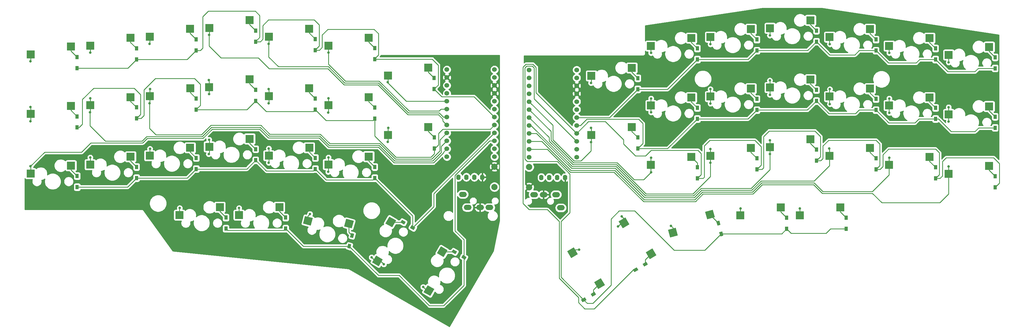
<source format=gbl>
%TF.GenerationSoftware,KiCad,Pcbnew,(5.1.10-1-10_14)*%
%TF.CreationDate,2021-08-01T06:39:00+09:00*%
%TF.ProjectId,v1,76312e6b-6963-4616-945f-706362585858,rev?*%
%TF.SameCoordinates,Original*%
%TF.FileFunction,Copper,L2,Bot*%
%TF.FilePolarity,Positive*%
%FSLAX46Y46*%
G04 Gerber Fmt 4.6, Leading zero omitted, Abs format (unit mm)*
G04 Created by KiCad (PCBNEW (5.1.10-1-10_14)) date 2021-08-01 06:39:00*
%MOMM*%
%LPD*%
G01*
G04 APERTURE LIST*
%TA.AperFunction,SMDPad,CuDef*%
%ADD10R,2.550000X2.500000*%
%TD*%
%TA.AperFunction,SMDPad,CuDef*%
%ADD11C,0.100000*%
%TD*%
%TA.AperFunction,SMDPad,CuDef*%
%ADD12R,1.000000X1.400000*%
%TD*%
%TA.AperFunction,ComponentPad*%
%ADD13O,2.500000X1.700000*%
%TD*%
%TA.AperFunction,ComponentPad*%
%ADD14O,1.397000X1.778000*%
%TD*%
%TA.AperFunction,ComponentPad*%
%ADD15C,2.000000*%
%TD*%
%TA.AperFunction,ComponentPad*%
%ADD16C,1.524000*%
%TD*%
%TA.AperFunction,ViaPad*%
%ADD17C,0.800000*%
%TD*%
%TA.AperFunction,Conductor*%
%ADD18C,0.250000*%
%TD*%
%TA.AperFunction,Conductor*%
%ADD19C,0.254000*%
%TD*%
%TA.AperFunction,Conductor*%
%ADD20C,0.100000*%
%TD*%
G04 APERTURE END LIST*
D10*
%TO.P,SW11,2*%
%TO.N,Net-(D11-Pad2)*%
X95767000Y-42645000D03*
%TO.P,SW11,1*%
%TO.N,col3*%
X82840000Y-45185000D03*
%TD*%
%TA.AperFunction,SMDPad,CuDef*%
D11*
%TO.P,SW15,2*%
%TO.N,Net-(D15-Pad2)*%
G36*
X140476559Y-86621498D02*
G01*
X142641623Y-87871498D01*
X141366623Y-90079862D01*
X139201559Y-88829862D01*
X140476559Y-86621498D01*
G37*
%TD.AperFunction*%
%TA.AperFunction,SMDPad,CuDef*%
%TO.P,SW15,1*%
%TO.N,col0*%
G36*
X136212763Y-99086608D02*
G01*
X138377827Y-100336608D01*
X137102827Y-102544972D01*
X134937763Y-101294972D01*
X136212763Y-99086608D01*
G37*
%TD.AperFunction*%
%TD*%
%TA.AperFunction,SMDPad,CuDef*%
%TO.P,SW22,1*%
%TO.N,col0*%
G36*
X152712763Y-108636608D02*
G01*
X154877827Y-109886608D01*
X153602827Y-112094972D01*
X151437763Y-110844972D01*
X152712763Y-108636608D01*
G37*
%TD.AperFunction*%
%TA.AperFunction,SMDPad,CuDef*%
%TO.P,SW22,2*%
%TO.N,Net-(D22-Pad2)*%
G36*
X156976559Y-96171498D02*
G01*
X159141623Y-97421498D01*
X157866623Y-99629862D01*
X155701559Y-98379862D01*
X156976559Y-96171498D01*
G37*
%TD.AperFunction*%
%TD*%
D12*
%TO.P,D1,1*%
%TO.N,row0*%
X154800000Y-45775000D03*
%TO.P,D1,2*%
%TO.N,Net-(D1-Pad2)*%
X154800000Y-42225000D03*
%TD*%
%TO.P,D2,2*%
%TO.N,Net-(D2-Pad2)*%
X135800000Y-32625000D03*
%TO.P,D2,1*%
%TO.N,row0*%
X135800000Y-36175000D03*
%TD*%
%TO.P,D3,1*%
%TO.N,row0*%
X116800000Y-33275000D03*
%TO.P,D3,2*%
%TO.N,Net-(D3-Pad2)*%
X116800000Y-29725000D03*
%TD*%
%TO.P,D4,1*%
%TO.N,row0*%
X97700000Y-30575000D03*
%TO.P,D4,2*%
%TO.N,Net-(D4-Pad2)*%
X97700000Y-27025000D03*
%TD*%
%TO.P,D5,2*%
%TO.N,Net-(D5-Pad2)*%
X78700000Y-29825000D03*
%TO.P,D5,1*%
%TO.N,row0*%
X78700000Y-33375000D03*
%TD*%
%TO.P,D6,2*%
%TO.N,Net-(D6-Pad2)*%
X59600000Y-32725000D03*
%TO.P,D6,1*%
%TO.N,row0*%
X59600000Y-36275000D03*
%TD*%
%TO.P,D7,1*%
%TO.N,row0*%
X40600000Y-39075000D03*
%TO.P,D7,2*%
%TO.N,Net-(D7-Pad2)*%
X40600000Y-35525000D03*
%TD*%
%TO.P,D8,2*%
%TO.N,Net-(D8-Pad2)*%
X154900000Y-61225000D03*
%TO.P,D8,1*%
%TO.N,row1*%
X154900000Y-64775000D03*
%TD*%
%TO.P,D9,2*%
%TO.N,Net-(D9-Pad2)*%
X135800000Y-51725000D03*
%TO.P,D9,1*%
%TO.N,row1*%
X135800000Y-55275000D03*
%TD*%
%TO.P,D10,2*%
%TO.N,Net-(D10-Pad2)*%
X116800000Y-48825000D03*
%TO.P,D10,1*%
%TO.N,row1*%
X116800000Y-52375000D03*
%TD*%
%TO.P,D11,2*%
%TO.N,Net-(D11-Pad2)*%
X97700000Y-46025000D03*
%TO.P,D11,1*%
%TO.N,row1*%
X97700000Y-49575000D03*
%TD*%
%TO.P,D12,1*%
%TO.N,row1*%
X78700000Y-52375000D03*
%TO.P,D12,2*%
%TO.N,Net-(D12-Pad2)*%
X78700000Y-48825000D03*
%TD*%
%TO.P,D13,1*%
%TO.N,row1*%
X59600000Y-55175000D03*
%TO.P,D13,2*%
%TO.N,Net-(D13-Pad2)*%
X59600000Y-51625000D03*
%TD*%
%TO.P,D14,2*%
%TO.N,Net-(D14-Pad2)*%
X40600000Y-54525000D03*
%TO.P,D14,1*%
%TO.N,row1*%
X40600000Y-58075000D03*
%TD*%
%TA.AperFunction,SMDPad,CuDef*%
D11*
%TO.P,D15,1*%
%TO.N,row2*%
G36*
X148793413Y-90104487D02*
G01*
X148293413Y-90970513D01*
X147080977Y-90270513D01*
X147580977Y-89404487D01*
X148793413Y-90104487D01*
G37*
%TD.AperFunction*%
%TA.AperFunction,SMDPad,CuDef*%
%TO.P,D15,2*%
%TO.N,Net-(D15-Pad2)*%
G36*
X145719023Y-88329487D02*
G01*
X145219023Y-89195513D01*
X144006587Y-88495513D01*
X144506587Y-87629487D01*
X145719023Y-88329487D01*
G37*
%TD.AperFunction*%
%TD*%
D12*
%TO.P,D16,1*%
%TO.N,row2*%
X135800000Y-74275000D03*
%TO.P,D16,2*%
%TO.N,Net-(D16-Pad2)*%
X135800000Y-70725000D03*
%TD*%
%TO.P,D17,1*%
%TO.N,row2*%
X116800000Y-71375000D03*
%TO.P,D17,2*%
%TO.N,Net-(D17-Pad2)*%
X116800000Y-67825000D03*
%TD*%
%TO.P,D18,1*%
%TO.N,row2*%
X97700000Y-68575000D03*
%TO.P,D18,2*%
%TO.N,Net-(D18-Pad2)*%
X97700000Y-65025000D03*
%TD*%
%TO.P,D19,2*%
%TO.N,Net-(D19-Pad2)*%
X78700000Y-67825000D03*
%TO.P,D19,1*%
%TO.N,row2*%
X78700000Y-71375000D03*
%TD*%
%TO.P,D20,2*%
%TO.N,Net-(D20-Pad2)*%
X59600000Y-70725000D03*
%TO.P,D20,1*%
%TO.N,row2*%
X59600000Y-74275000D03*
%TD*%
%TO.P,D21,1*%
%TO.N,row2*%
X40600000Y-77175000D03*
%TO.P,D21,2*%
%TO.N,Net-(D21-Pad2)*%
X40600000Y-73625000D03*
%TD*%
%TA.AperFunction,SMDPad,CuDef*%
D11*
%TO.P,D22,2*%
%TO.N,Net-(D22-Pad2)*%
G36*
X162119023Y-97829487D02*
G01*
X161619023Y-98695513D01*
X160406587Y-97995513D01*
X160906587Y-97129487D01*
X162119023Y-97829487D01*
G37*
%TD.AperFunction*%
%TA.AperFunction,SMDPad,CuDef*%
%TO.P,D22,1*%
%TO.N,row3*%
G36*
X165193413Y-99604487D02*
G01*
X164693413Y-100470513D01*
X163480977Y-99770513D01*
X163980977Y-98904487D01*
X165193413Y-99604487D01*
G37*
%TD.AperFunction*%
%TD*%
%TA.AperFunction,SMDPad,CuDef*%
%TO.P,D23,2*%
%TO.N,Net-(D23-Pad2)*%
G36*
X128861194Y-93491040D02*
G01*
X127895268Y-93232221D01*
X128257614Y-91879924D01*
X129223540Y-92138743D01*
X128861194Y-93491040D01*
G37*
%TD.AperFunction*%
%TA.AperFunction,SMDPad,CuDef*%
%TO.P,D23,1*%
%TO.N,row3*%
G36*
X127942386Y-96920076D02*
G01*
X126976460Y-96661257D01*
X127338806Y-95308960D01*
X128304732Y-95567779D01*
X127942386Y-96920076D01*
G37*
%TD.AperFunction*%
%TD*%
D12*
%TO.P,D24,2*%
%TO.N,Net-(D24-Pad2)*%
X107300000Y-86925000D03*
%TO.P,D24,1*%
%TO.N,row3*%
X107300000Y-90475000D03*
%TD*%
%TO.P,D25,2*%
%TO.N,Net-(D25-Pad2)*%
X88200000Y-86925000D03*
%TO.P,D25,1*%
%TO.N,row3*%
X88200000Y-90475000D03*
%TD*%
%TO.P,D26,2*%
%TO.N,Net-(D26-Pad2)*%
X219950000Y-42275000D03*
%TO.P,D26,1*%
%TO.N,row0_r*%
X219950000Y-45825000D03*
%TD*%
%TO.P,D27,1*%
%TO.N,row0_r*%
X239000000Y-36275000D03*
%TO.P,D27,2*%
%TO.N,Net-(D27-Pad2)*%
X239000000Y-32725000D03*
%TD*%
%TO.P,D28,1*%
%TO.N,row0_r*%
X258050000Y-33425000D03*
%TO.P,D28,2*%
%TO.N,Net-(D28-Pad2)*%
X258050000Y-29875000D03*
%TD*%
%TO.P,D29,1*%
%TO.N,row0_r*%
X277100000Y-30575000D03*
%TO.P,D29,2*%
%TO.N,Net-(D29-Pad2)*%
X277100000Y-27025000D03*
%TD*%
%TO.P,D30,1*%
%TO.N,row0_r*%
X296150000Y-33425000D03*
%TO.P,D30,2*%
%TO.N,Net-(D30-Pad2)*%
X296150000Y-29875000D03*
%TD*%
%TO.P,D31,2*%
%TO.N,Net-(D31-Pad2)*%
X315200000Y-32725000D03*
%TO.P,D31,1*%
%TO.N,row0_r*%
X315200000Y-36275000D03*
%TD*%
%TO.P,D32,1*%
%TO.N,row0_r*%
X334250000Y-39125000D03*
%TO.P,D32,2*%
%TO.N,Net-(D32-Pad2)*%
X334250000Y-35575000D03*
%TD*%
%TO.P,D33,2*%
%TO.N,Net-(D33-Pad2)*%
X219950000Y-61275000D03*
%TO.P,D33,1*%
%TO.N,row1_r*%
X219950000Y-64825000D03*
%TD*%
%TO.P,D34,2*%
%TO.N,Net-(D34-Pad2)*%
X239000000Y-51775000D03*
%TO.P,D34,1*%
%TO.N,row1_r*%
X239000000Y-55325000D03*
%TD*%
%TO.P,D35,2*%
%TO.N,Net-(D35-Pad2)*%
X258050000Y-48925000D03*
%TO.P,D35,1*%
%TO.N,row1_r*%
X258050000Y-52475000D03*
%TD*%
%TO.P,D36,1*%
%TO.N,row1_r*%
X277100000Y-49575000D03*
%TO.P,D36,2*%
%TO.N,Net-(D36-Pad2)*%
X277100000Y-46025000D03*
%TD*%
%TO.P,D37,1*%
%TO.N,row1_r*%
X296150000Y-52475000D03*
%TO.P,D37,2*%
%TO.N,Net-(D37-Pad2)*%
X296150000Y-48925000D03*
%TD*%
%TO.P,D38,2*%
%TO.N,Net-(D38-Pad2)*%
X315200000Y-51775000D03*
%TO.P,D38,1*%
%TO.N,row1_r*%
X315200000Y-55325000D03*
%TD*%
%TO.P,D39,2*%
%TO.N,Net-(D39-Pad2)*%
X334250000Y-54625000D03*
%TO.P,D39,1*%
%TO.N,row1_r*%
X334250000Y-58175000D03*
%TD*%
%TA.AperFunction,SMDPad,CuDef*%
D11*
%TO.P,D40,1*%
%TO.N,row2_r*%
G36*
X218906587Y-104470513D02*
G01*
X218406587Y-103604487D01*
X219619023Y-102904487D01*
X220119023Y-103770513D01*
X218906587Y-104470513D01*
G37*
%TD.AperFunction*%
%TA.AperFunction,SMDPad,CuDef*%
%TO.P,D40,2*%
%TO.N,Net-(D40-Pad2)*%
G36*
X221980977Y-102695513D02*
G01*
X221480977Y-101829487D01*
X222693413Y-101129487D01*
X223193413Y-101995513D01*
X221980977Y-102695513D01*
G37*
%TD.AperFunction*%
%TD*%
D12*
%TO.P,D41,1*%
%TO.N,row2_r*%
X239000000Y-74375000D03*
%TO.P,D41,2*%
%TO.N,Net-(D41-Pad2)*%
X239000000Y-70825000D03*
%TD*%
%TO.P,D42,1*%
%TO.N,row2_r*%
X258050000Y-71525000D03*
%TO.P,D42,2*%
%TO.N,Net-(D42-Pad2)*%
X258050000Y-67975000D03*
%TD*%
%TO.P,D43,2*%
%TO.N,Net-(D43-Pad2)*%
X277100000Y-65125000D03*
%TO.P,D43,1*%
%TO.N,row2_r*%
X277100000Y-68675000D03*
%TD*%
%TO.P,D44,1*%
%TO.N,row2_r*%
X296150000Y-71525000D03*
%TO.P,D44,2*%
%TO.N,Net-(D44-Pad2)*%
X296150000Y-67975000D03*
%TD*%
%TO.P,D45,1*%
%TO.N,row2_r*%
X315200000Y-74375000D03*
%TO.P,D45,2*%
%TO.N,Net-(D45-Pad2)*%
X315200000Y-70825000D03*
%TD*%
%TO.P,D46,1*%
%TO.N,row2_r*%
X334250000Y-77225000D03*
%TO.P,D46,2*%
%TO.N,Net-(D46-Pad2)*%
X334250000Y-73675000D03*
%TD*%
%TA.AperFunction,SMDPad,CuDef*%
D11*
%TO.P,D47,2*%
%TO.N,Net-(D47-Pad2)*%
G36*
X205380977Y-112295513D02*
G01*
X204880977Y-111429487D01*
X206093413Y-110729487D01*
X206593413Y-111595513D01*
X205380977Y-112295513D01*
G37*
%TD.AperFunction*%
%TA.AperFunction,SMDPad,CuDef*%
%TO.P,D47,1*%
%TO.N,row3_r*%
G36*
X202306587Y-114070513D02*
G01*
X201806587Y-113204487D01*
X203019023Y-112504487D01*
X203519023Y-113370513D01*
X202306587Y-114070513D01*
G37*
%TD.AperFunction*%
%TD*%
%TA.AperFunction,SMDPad,CuDef*%
%TO.P,D48,2*%
%TO.N,Net-(D48-Pad2)*%
G36*
X246404732Y-89282221D02*
G01*
X245438806Y-89541040D01*
X245076460Y-88188743D01*
X246042386Y-87929924D01*
X246404732Y-89282221D01*
G37*
%TD.AperFunction*%
%TA.AperFunction,SMDPad,CuDef*%
%TO.P,D48,1*%
%TO.N,row3_r*%
G36*
X247323540Y-92711257D02*
G01*
X246357614Y-92970076D01*
X245995268Y-91617779D01*
X246961194Y-91358960D01*
X247323540Y-92711257D01*
G37*
%TD.AperFunction*%
%TD*%
D12*
%TO.P,D49,2*%
%TO.N,Net-(D49-Pad2)*%
X267600000Y-87025000D03*
%TO.P,D49,1*%
%TO.N,row3_r*%
X267600000Y-90575000D03*
%TD*%
%TO.P,D50,1*%
%TO.N,row3_r*%
X286650000Y-90575000D03*
%TO.P,D50,2*%
%TO.N,Net-(D50-Pad2)*%
X286650000Y-87025000D03*
%TD*%
D13*
%TO.P,J1,A*%
%TO.N,Net-(J1-PadA)*%
X164000000Y-79500000D03*
%TO.P,J1,D*%
%TO.N,VCC*%
X165500000Y-83700000D03*
%TO.P,J1,C*%
%TO.N,GND*%
X169500000Y-83700000D03*
%TO.P,J1,B*%
%TO.N,data*%
X172500000Y-83700000D03*
%TD*%
D14*
%TO.P,J2,4*%
%TO.N,GND*%
X170220000Y-74000000D03*
%TO.P,J2,3*%
%TO.N,VCC*%
X167680000Y-74000000D03*
%TO.P,J2,2*%
%TO.N,SCL*%
X165140000Y-74000000D03*
%TO.P,J2,1*%
%TO.N,SDA*%
X162600000Y-74000000D03*
%TD*%
D13*
%TO.P,J3,B*%
%TO.N,data_r*%
X186800000Y-79600000D03*
%TO.P,J3,C*%
%TO.N,GNDA*%
X189800000Y-79600000D03*
%TO.P,J3,D*%
%TO.N,VDD*%
X193800000Y-79600000D03*
%TO.P,J3,A*%
%TO.N,Net-(J3-PadA)*%
X195300000Y-83800000D03*
%TD*%
D14*
%TO.P,J4,1*%
%TO.N,SDA_r*%
X189100000Y-74100000D03*
%TO.P,J4,2*%
%TO.N,SCL_r*%
X191640000Y-74100000D03*
%TO.P,J4,3*%
%TO.N,VDD*%
X194180000Y-74100000D03*
%TO.P,J4,4*%
%TO.N,GNDA*%
X196720000Y-74100000D03*
%TD*%
D15*
%TO.P,RSW1,2*%
%TO.N,GND*%
X174100000Y-70650000D03*
%TO.P,RSW1,1*%
%TO.N,reset*%
X174100000Y-77150000D03*
%TD*%
%TO.P,RSW2,1*%
%TO.N,reset_r*%
X185200000Y-70750000D03*
%TO.P,RSW2,2*%
%TO.N,GNDA*%
X185200000Y-77250000D03*
%TD*%
D10*
%TO.P,SW1,2*%
%TO.N,Net-(D1-Pad2)*%
X152942000Y-38870000D03*
%TO.P,SW1,1*%
%TO.N,col0*%
X140015000Y-41410000D03*
%TD*%
%TO.P,SW2,2*%
%TO.N,Net-(D2-Pad2)*%
X133892000Y-29320000D03*
%TO.P,SW2,1*%
%TO.N,col1*%
X120965000Y-31860000D03*
%TD*%
%TO.P,SW3,1*%
%TO.N,col2*%
X101915000Y-29010000D03*
%TO.P,SW3,2*%
%TO.N,Net-(D3-Pad2)*%
X114842000Y-26470000D03*
%TD*%
%TO.P,SW4,1*%
%TO.N,col3*%
X82865000Y-26160000D03*
%TO.P,SW4,2*%
%TO.N,Net-(D4-Pad2)*%
X95792000Y-23620000D03*
%TD*%
%TO.P,SW5,2*%
%TO.N,Net-(D5-Pad2)*%
X76742000Y-26470000D03*
%TO.P,SW5,1*%
%TO.N,col4*%
X63815000Y-29010000D03*
%TD*%
%TO.P,SW6,2*%
%TO.N,Net-(D6-Pad2)*%
X57692000Y-29320000D03*
%TO.P,SW6,1*%
%TO.N,col5*%
X44765000Y-31860000D03*
%TD*%
%TO.P,SW7,2*%
%TO.N,Net-(D7-Pad2)*%
X38642000Y-32170000D03*
%TO.P,SW7,1*%
%TO.N,col6*%
X25715000Y-34710000D03*
%TD*%
%TO.P,SW8,1*%
%TO.N,col0*%
X140015000Y-60460000D03*
%TO.P,SW8,2*%
%TO.N,Net-(D8-Pad2)*%
X152942000Y-57920000D03*
%TD*%
%TO.P,SW9,2*%
%TO.N,Net-(D9-Pad2)*%
X133892000Y-48370000D03*
%TO.P,SW9,1*%
%TO.N,col1*%
X120965000Y-50910000D03*
%TD*%
%TO.P,SW10,2*%
%TO.N,Net-(D10-Pad2)*%
X114842000Y-45520000D03*
%TO.P,SW10,1*%
%TO.N,col2*%
X101915000Y-48060000D03*
%TD*%
%TO.P,SW12,2*%
%TO.N,Net-(D12-Pad2)*%
X76767000Y-45520000D03*
%TO.P,SW12,1*%
%TO.N,col4*%
X63840000Y-48060000D03*
%TD*%
%TO.P,SW13,1*%
%TO.N,col5*%
X44765000Y-50910000D03*
%TO.P,SW13,2*%
%TO.N,Net-(D13-Pad2)*%
X57692000Y-48370000D03*
%TD*%
%TO.P,SW14,2*%
%TO.N,Net-(D14-Pad2)*%
X38642000Y-51220000D03*
%TO.P,SW14,1*%
%TO.N,col6*%
X25715000Y-53760000D03*
%TD*%
%TO.P,SW16,1*%
%TO.N,col1*%
X120965000Y-69935000D03*
%TO.P,SW16,2*%
%TO.N,Net-(D16-Pad2)*%
X133892000Y-67395000D03*
%TD*%
%TO.P,SW17,1*%
%TO.N,col2*%
X101940000Y-67085000D03*
%TO.P,SW17,2*%
%TO.N,Net-(D17-Pad2)*%
X114867000Y-64545000D03*
%TD*%
%TO.P,SW18,1*%
%TO.N,col3*%
X82865000Y-64260000D03*
%TO.P,SW18,2*%
%TO.N,Net-(D18-Pad2)*%
X95792000Y-61720000D03*
%TD*%
%TO.P,SW19,1*%
%TO.N,col4*%
X63815000Y-67110000D03*
%TO.P,SW19,2*%
%TO.N,Net-(D19-Pad2)*%
X76742000Y-64570000D03*
%TD*%
%TO.P,SW20,2*%
%TO.N,Net-(D20-Pad2)*%
X57692000Y-67445000D03*
%TO.P,SW20,1*%
%TO.N,col5*%
X44765000Y-69985000D03*
%TD*%
%TO.P,SW21,1*%
%TO.N,col6*%
X25715000Y-72835000D03*
%TO.P,SW21,2*%
%TO.N,Net-(D21-Pad2)*%
X38642000Y-70295000D03*
%TD*%
%TA.AperFunction,SMDPad,CuDef*%
D11*
%TO.P,SW23,2*%
%TO.N,Net-(D23-Pad2)*%
G36*
X129112818Y-88002705D02*
G01*
X128465771Y-90417520D01*
X126002660Y-89757531D01*
X126649707Y-87342716D01*
X129112818Y-88002705D01*
G37*
%TD.AperFunction*%
%TA.AperFunction,SMDPad,CuDef*%
%TO.P,SW23,1*%
%TO.N,col1*%
G36*
X115968895Y-87110402D02*
G01*
X115321848Y-89525217D01*
X112858737Y-88865228D01*
X113505784Y-86450413D01*
X115968895Y-87110402D01*
G37*
%TD.AperFunction*%
%TD*%
D10*
%TO.P,SW24,2*%
%TO.N,Net-(D24-Pad2)*%
X105317000Y-83620000D03*
%TO.P,SW24,1*%
%TO.N,col2*%
X92390000Y-86160000D03*
%TD*%
%TO.P,SW25,2*%
%TO.N,Net-(D25-Pad2)*%
X86267000Y-83620000D03*
%TO.P,SW25,1*%
%TO.N,col3*%
X73340000Y-86160000D03*
%TD*%
%TO.P,SW26,1*%
%TO.N,col0_r*%
X205115000Y-41510000D03*
%TO.P,SW26,2*%
%TO.N,Net-(D26-Pad2)*%
X218042000Y-38970000D03*
%TD*%
%TO.P,SW27,1*%
%TO.N,col1_r*%
X224165000Y-31960000D03*
%TO.P,SW27,2*%
%TO.N,Net-(D27-Pad2)*%
X237092000Y-29420000D03*
%TD*%
%TO.P,SW28,1*%
%TO.N,col2_r*%
X243215000Y-29110000D03*
%TO.P,SW28,2*%
%TO.N,Net-(D28-Pad2)*%
X256142000Y-26570000D03*
%TD*%
%TO.P,SW29,1*%
%TO.N,col3_r*%
X262265000Y-26260000D03*
%TO.P,SW29,2*%
%TO.N,Net-(D29-Pad2)*%
X275192000Y-23720000D03*
%TD*%
%TO.P,SW30,1*%
%TO.N,col4_r*%
X281315000Y-29110000D03*
%TO.P,SW30,2*%
%TO.N,Net-(D30-Pad2)*%
X294242000Y-26570000D03*
%TD*%
%TO.P,SW31,2*%
%TO.N,Net-(D31-Pad2)*%
X313292000Y-29420000D03*
%TO.P,SW31,1*%
%TO.N,col5_r*%
X300365000Y-31960000D03*
%TD*%
%TO.P,SW32,1*%
%TO.N,col6_r*%
X319415000Y-34810000D03*
%TO.P,SW32,2*%
%TO.N,Net-(D32-Pad2)*%
X332342000Y-32270000D03*
%TD*%
%TO.P,SW33,1*%
%TO.N,col0_r*%
X205115000Y-60510000D03*
%TO.P,SW33,2*%
%TO.N,Net-(D33-Pad2)*%
X218042000Y-57970000D03*
%TD*%
%TO.P,SW34,1*%
%TO.N,col1_r*%
X224165000Y-51010000D03*
%TO.P,SW34,2*%
%TO.N,Net-(D34-Pad2)*%
X237092000Y-48470000D03*
%TD*%
%TO.P,SW35,2*%
%TO.N,Net-(D35-Pad2)*%
X256142000Y-45620000D03*
%TO.P,SW35,1*%
%TO.N,col2_r*%
X243215000Y-48160000D03*
%TD*%
%TO.P,SW36,2*%
%TO.N,Net-(D36-Pad2)*%
X275192000Y-42720000D03*
%TO.P,SW36,1*%
%TO.N,col3_r*%
X262265000Y-45260000D03*
%TD*%
%TO.P,SW37,2*%
%TO.N,Net-(D37-Pad2)*%
X294242000Y-45620000D03*
%TO.P,SW37,1*%
%TO.N,col4_r*%
X281315000Y-48160000D03*
%TD*%
%TO.P,SW38,1*%
%TO.N,col5_r*%
X300365000Y-51010000D03*
%TO.P,SW38,2*%
%TO.N,Net-(D38-Pad2)*%
X313292000Y-48470000D03*
%TD*%
%TO.P,SW39,1*%
%TO.N,col6_r*%
X319415000Y-53860000D03*
%TO.P,SW39,2*%
%TO.N,Net-(D39-Pad2)*%
X332342000Y-51320000D03*
%TD*%
%TA.AperFunction,SMDPad,CuDef*%
D11*
%TO.P,SW40,1*%
%TO.N,col0_r*%
G36*
X217277237Y-89123392D02*
G01*
X215112173Y-90373392D01*
X213837173Y-88165028D01*
X216002237Y-86915028D01*
X217277237Y-89123392D01*
G37*
%TD.AperFunction*%
%TA.AperFunction,SMDPad,CuDef*%
%TO.P,SW40,2*%
%TO.N,Net-(D40-Pad2)*%
G36*
X225940441Y-99048502D02*
G01*
X223775377Y-100298502D01*
X222500377Y-98090138D01*
X224665441Y-96840138D01*
X225940441Y-99048502D01*
G37*
%TD.AperFunction*%
%TD*%
D10*
%TO.P,SW41,2*%
%TO.N,Net-(D41-Pad2)*%
X237092000Y-67520000D03*
%TO.P,SW41,1*%
%TO.N,col1_r*%
X224165000Y-70060000D03*
%TD*%
%TO.P,SW42,1*%
%TO.N,col2_r*%
X243215000Y-67210000D03*
%TO.P,SW42,2*%
%TO.N,Net-(D42-Pad2)*%
X256142000Y-64670000D03*
%TD*%
%TO.P,SW43,1*%
%TO.N,col3_r*%
X262265000Y-64360000D03*
%TO.P,SW43,2*%
%TO.N,Net-(D43-Pad2)*%
X275192000Y-61820000D03*
%TD*%
%TO.P,SW44,1*%
%TO.N,col4_r*%
X281315000Y-67210000D03*
%TO.P,SW44,2*%
%TO.N,Net-(D44-Pad2)*%
X294242000Y-64670000D03*
%TD*%
%TO.P,SW45,2*%
%TO.N,Net-(D45-Pad2)*%
X313292000Y-67520000D03*
%TO.P,SW45,1*%
%TO.N,col5_r*%
X300365000Y-70060000D03*
%TD*%
%TO.P,SW46,2*%
%TO.N,Net-(D46-Pad2)*%
X332342000Y-70370000D03*
%TO.P,SW46,1*%
%TO.N,col6_r*%
X319415000Y-72910000D03*
%TD*%
%TA.AperFunction,SMDPad,CuDef*%
D11*
%TO.P,SW47,2*%
%TO.N,Net-(D47-Pad2)*%
G36*
X209440441Y-108598502D02*
G01*
X207275377Y-109848502D01*
X206000377Y-107640138D01*
X208165441Y-106390138D01*
X209440441Y-108598502D01*
G37*
%TD.AperFunction*%
%TA.AperFunction,SMDPad,CuDef*%
%TO.P,SW47,1*%
%TO.N,col0_r*%
G36*
X200777237Y-98673392D02*
G01*
X198612173Y-99923392D01*
X197337173Y-97715028D01*
X199502237Y-96465028D01*
X200777237Y-98673392D01*
G37*
%TD.AperFunction*%
%TD*%
%TA.AperFunction,SMDPad,CuDef*%
%TO.P,SW48,1*%
%TO.N,col1_r*%
G36*
X232107047Y-90242879D02*
G01*
X232754094Y-92657694D01*
X230290983Y-93317683D01*
X229643936Y-90902868D01*
X232107047Y-90242879D01*
G37*
%TD.AperFunction*%
%TA.AperFunction,SMDPad,CuDef*%
%TO.P,SW48,2*%
%TO.N,Net-(D48-Pad2)*%
G36*
X243936170Y-84443674D02*
G01*
X244583217Y-86858489D01*
X242120106Y-87518478D01*
X241473059Y-85103663D01*
X243936170Y-84443674D01*
G37*
%TD.AperFunction*%
%TD*%
D10*
%TO.P,SW49,2*%
%TO.N,Net-(D49-Pad2)*%
X265692000Y-83720000D03*
%TO.P,SW49,1*%
%TO.N,col2_r*%
X252765000Y-86260000D03*
%TD*%
%TO.P,SW50,2*%
%TO.N,Net-(D50-Pad2)*%
X284742000Y-83720000D03*
%TO.P,SW50,1*%
%TO.N,col3_r*%
X271815000Y-86260000D03*
%TD*%
D16*
%TO.P,U1,24*%
%TO.N,Net-(U1-Pad24)*%
X158891400Y-39522000D03*
%TO.P,U1,23*%
%TO.N,GND*%
X158891400Y-42062000D03*
%TO.P,U1,22*%
%TO.N,reset*%
X158891400Y-44602000D03*
%TO.P,U1,21*%
%TO.N,VCC*%
X158891400Y-47142000D03*
%TO.P,U1,20*%
%TO.N,col0*%
X158891400Y-49682000D03*
%TO.P,U1,19*%
%TO.N,col1*%
X158891400Y-52222000D03*
%TO.P,U1,18*%
%TO.N,col2*%
X158891400Y-54762000D03*
%TO.P,U1,17*%
%TO.N,col3*%
X158891400Y-57302000D03*
%TO.P,U1,16*%
%TO.N,col4*%
X158891400Y-59842000D03*
%TO.P,U1,15*%
%TO.N,col5*%
X158891400Y-62382000D03*
%TO.P,U1,14*%
%TO.N,col6*%
X158891400Y-64922000D03*
%TO.P,U1,13*%
%TO.N,Net-(U1-Pad13)*%
X158891400Y-67462000D03*
%TO.P,U1,12*%
%TO.N,Net-(U1-Pad12)*%
X174111400Y-67462000D03*
%TO.P,U1,11*%
%TO.N,Net-(U1-Pad11)*%
X174111400Y-64922000D03*
%TO.P,U1,10*%
%TO.N,row3*%
X174111400Y-62382000D03*
%TO.P,U1,9*%
%TO.N,row2*%
X174111400Y-59842000D03*
%TO.P,U1,8*%
%TO.N,row1*%
X174111400Y-57302000D03*
%TO.P,U1,7*%
%TO.N,row0*%
X174111400Y-54762000D03*
%TO.P,U1,6*%
%TO.N,SCL*%
X174111400Y-52222000D03*
%TO.P,U1,5*%
%TO.N,SDA*%
X174111400Y-49682000D03*
%TO.P,U1,4*%
%TO.N,GND*%
X174111400Y-47142000D03*
%TO.P,U1,3*%
X174111400Y-44602000D03*
%TO.P,U1,2*%
%TO.N,data*%
X174111400Y-42062000D03*
%TO.P,U1,1*%
%TO.N,Net-(U1-Pad1)*%
X174111400Y-39522000D03*
%TD*%
%TO.P,U2,1*%
%TO.N,Net-(U2-Pad1)*%
X200411400Y-39622000D03*
%TO.P,U2,2*%
%TO.N,data_r*%
X200411400Y-42162000D03*
%TO.P,U2,3*%
%TO.N,GNDA*%
X200411400Y-44702000D03*
%TO.P,U2,4*%
X200411400Y-47242000D03*
%TO.P,U2,5*%
%TO.N,SDA_r*%
X200411400Y-49782000D03*
%TO.P,U2,6*%
%TO.N,SCL_r*%
X200411400Y-52322000D03*
%TO.P,U2,7*%
%TO.N,row0_r*%
X200411400Y-54862000D03*
%TO.P,U2,8*%
%TO.N,row1_r*%
X200411400Y-57402000D03*
%TO.P,U2,9*%
%TO.N,row2_r*%
X200411400Y-59942000D03*
%TO.P,U2,10*%
%TO.N,row3_r*%
X200411400Y-62482000D03*
%TO.P,U2,11*%
%TO.N,Net-(U2-Pad11)*%
X200411400Y-65022000D03*
%TO.P,U2,12*%
%TO.N,Net-(U2-Pad12)*%
X200411400Y-67562000D03*
%TO.P,U2,13*%
%TO.N,Net-(U2-Pad13)*%
X185191400Y-67562000D03*
%TO.P,U2,14*%
%TO.N,col6_r*%
X185191400Y-65022000D03*
%TO.P,U2,15*%
%TO.N,col5_r*%
X185191400Y-62482000D03*
%TO.P,U2,16*%
%TO.N,col4_r*%
X185191400Y-59942000D03*
%TO.P,U2,17*%
%TO.N,col3_r*%
X185191400Y-57402000D03*
%TO.P,U2,18*%
%TO.N,col2_r*%
X185191400Y-54862000D03*
%TO.P,U2,19*%
%TO.N,col1_r*%
X185191400Y-52322000D03*
%TO.P,U2,20*%
%TO.N,col0_r*%
X185191400Y-49782000D03*
%TO.P,U2,21*%
%TO.N,VDD*%
X185191400Y-47242000D03*
%TO.P,U2,22*%
%TO.N,reset_r*%
X185191400Y-44702000D03*
%TO.P,U2,23*%
%TO.N,GNDA*%
X185191400Y-42162000D03*
%TO.P,U2,24*%
%TO.N,Net-(U2-Pad24)*%
X185191400Y-39622000D03*
%TD*%
D17*
%TO.N,col4*%
X63800000Y-31300000D03*
X63900000Y-45800000D03*
X63800000Y-50300000D03*
X63900000Y-64900000D03*
%TO.N,col3*%
X82800000Y-28400000D03*
X82700000Y-42900000D03*
X82800000Y-47400000D03*
X82800000Y-62000000D03*
X82700000Y-66600000D03*
X73400000Y-83900000D03*
%TO.N,col5*%
X44800000Y-34100000D03*
X44800000Y-48700000D03*
X44700000Y-53200000D03*
X44800000Y-67700000D03*
%TO.N,col0*%
X140000000Y-43600000D03*
X140100000Y-58200000D03*
X140000000Y-62700000D03*
X134800000Y-99700000D03*
X138700000Y-101900000D03*
X151300000Y-109200000D03*
%TO.N,col1*%
X121000000Y-34100000D03*
X121000000Y-48700000D03*
X120900000Y-53300000D03*
X121000000Y-67700000D03*
X120900000Y-72300000D03*
X115100000Y-85800000D03*
%TO.N,col2*%
X101900000Y-31300000D03*
X101900000Y-45800000D03*
X101900000Y-50300000D03*
X101900000Y-64800000D03*
X101900000Y-69400000D03*
X92400000Y-83900000D03*
%TO.N,col6*%
X25700000Y-36900000D03*
X25700000Y-51500000D03*
X25700000Y-56100000D03*
X25700000Y-70500000D03*
%TO.N,col0_r*%
X205000000Y-43800000D03*
X205000000Y-58200000D03*
X205000000Y-62800000D03*
X214800000Y-86600000D03*
X213600000Y-89800000D03*
X201200000Y-97200000D03*
%TO.N,col1_r*%
X224200000Y-34200000D03*
X224200000Y-48800000D03*
X224200000Y-53200000D03*
X224200000Y-67800000D03*
X230600000Y-89600000D03*
X224200000Y-72400000D03*
%TO.N,col2_r*%
X243200000Y-31400000D03*
X243200000Y-45800000D03*
X243200000Y-50400000D03*
X243200000Y-65000000D03*
X243200000Y-69400000D03*
X252800000Y-84000000D03*
%TO.N,col3_r*%
X262200000Y-28600000D03*
X262200000Y-43000000D03*
X262200000Y-47600000D03*
X262200000Y-62200000D03*
X262200000Y-66600000D03*
X271800000Y-84000000D03*
%TO.N,col4_r*%
X281400000Y-31400000D03*
X281400000Y-45800000D03*
X281400000Y-50600000D03*
X281200000Y-64800000D03*
%TO.N,col5_r*%
X300400000Y-34200000D03*
X300400000Y-48800000D03*
X300400000Y-53400000D03*
X300400000Y-67800000D03*
%TO.N,col6_r*%
X319400000Y-37200000D03*
X319400000Y-51600000D03*
X319400000Y-56200000D03*
X319400000Y-70600000D03*
%TD*%
D18*
%TO.N,row0*%
X157254001Y-48229001D02*
X154800000Y-45775000D01*
X167578401Y-48229001D02*
X157254001Y-48229001D01*
X174111400Y-54762000D02*
X167578401Y-48229001D01*
X97700000Y-30114998D02*
X97700000Y-30575000D01*
X116800000Y-32914998D02*
X116800000Y-33275000D01*
X75800000Y-36275000D02*
X78700000Y-33375000D01*
X59600000Y-36275000D02*
X75800000Y-36275000D01*
X56800000Y-39075000D02*
X59600000Y-36275000D01*
X40600000Y-39075000D02*
X56800000Y-39075000D01*
X135800000Y-36175000D02*
X154175000Y-36175000D01*
X154175000Y-36175000D02*
X156100000Y-38100000D01*
X156100000Y-44475000D02*
X154800000Y-45775000D01*
X156100000Y-38100000D02*
X156100000Y-44475000D01*
X135800000Y-36175000D02*
X135800000Y-36000000D01*
X135800000Y-36000000D02*
X137000000Y-34800000D01*
X137000000Y-34800000D02*
X137000000Y-28000000D01*
X137000000Y-28000000D02*
X135600000Y-26600000D01*
X135600000Y-26600000D02*
X120800000Y-26600000D01*
X120800000Y-26600000D02*
X119000000Y-28400000D01*
X119000000Y-28400000D02*
X119000000Y-32400000D01*
X118125000Y-33275000D02*
X116800000Y-33275000D01*
X119000000Y-32400000D02*
X118125000Y-33275000D01*
X116800000Y-33275000D02*
X116800000Y-33200000D01*
X116800000Y-33200000D02*
X118000000Y-32000000D01*
X118000000Y-32000000D02*
X118000000Y-25200000D01*
X118000000Y-25200000D02*
X116400000Y-23600000D01*
X116400000Y-23600000D02*
X101800000Y-23600000D01*
X101800000Y-23600000D02*
X100000000Y-25400000D01*
X100000000Y-25400000D02*
X100000000Y-29800000D01*
X99225000Y-30575000D02*
X97700000Y-30575000D01*
X100000000Y-29800000D02*
X99225000Y-30575000D01*
X97700000Y-30575000D02*
X97700000Y-30500000D01*
X97700000Y-30500000D02*
X99000000Y-29200000D01*
X99000000Y-29200000D02*
X99000000Y-22200000D01*
X99000000Y-22200000D02*
X97600000Y-20800000D01*
X97600000Y-20800000D02*
X82600000Y-20800000D01*
X82600000Y-20800000D02*
X80800000Y-22600000D01*
X80800000Y-22600000D02*
X80800000Y-32600000D01*
X80025000Y-33375000D02*
X78700000Y-33375000D01*
X80800000Y-32600000D02*
X80025000Y-33375000D01*
%TO.N,Net-(D1-Pad2)*%
X152942000Y-40367000D02*
X154800000Y-42225000D01*
X152942000Y-38870000D02*
X152942000Y-40367000D01*
%TO.N,Net-(D2-Pad2)*%
X133892000Y-30717000D02*
X135800000Y-32625000D01*
X133892000Y-29320000D02*
X133892000Y-30717000D01*
%TO.N,Net-(D3-Pad2)*%
X114842000Y-27767000D02*
X116800000Y-29725000D01*
X114842000Y-26470000D02*
X114842000Y-27767000D01*
%TO.N,Net-(D4-Pad2)*%
X95792000Y-25117000D02*
X97700000Y-27025000D01*
X95792000Y-23620000D02*
X95792000Y-25117000D01*
%TO.N,Net-(D5-Pad2)*%
X76742000Y-27867000D02*
X78700000Y-29825000D01*
X76742000Y-26470000D02*
X76742000Y-27867000D01*
%TO.N,Net-(D6-Pad2)*%
X57692000Y-30817000D02*
X59600000Y-32725000D01*
X57692000Y-29320000D02*
X57692000Y-30817000D01*
%TO.N,Net-(D7-Pad2)*%
X38642000Y-33567000D02*
X40600000Y-35525000D01*
X38642000Y-32170000D02*
X38642000Y-33567000D01*
%TO.N,Net-(D8-Pad2)*%
X152942000Y-59267000D02*
X154900000Y-61225000D01*
X152942000Y-57920000D02*
X152942000Y-59267000D01*
%TO.N,row1*%
X60900000Y-53875000D02*
X59600000Y-55175000D01*
X60900000Y-47500000D02*
X60900000Y-53875000D01*
X45900000Y-45500000D02*
X58900000Y-45500000D01*
X42300000Y-49100000D02*
X45900000Y-45500000D01*
X41225000Y-58075000D02*
X42300000Y-57000000D01*
X42300000Y-57000000D02*
X42300000Y-49100000D01*
X58900000Y-45500000D02*
X60900000Y-47500000D01*
X40600000Y-58075000D02*
X41225000Y-58075000D01*
X78700000Y-52375000D02*
X78700000Y-52300000D01*
X78700000Y-52300000D02*
X80000000Y-51000000D01*
X80000000Y-51000000D02*
X80000000Y-44200000D01*
X80000000Y-44200000D02*
X78200000Y-42400000D01*
X78200000Y-42400000D02*
X65600000Y-42400000D01*
X65600000Y-42400000D02*
X62000000Y-46000000D01*
X62000000Y-46000000D02*
X62000000Y-54200000D01*
X61025000Y-55175000D02*
X59600000Y-55175000D01*
X62000000Y-54200000D02*
X61025000Y-55175000D01*
X97700000Y-49575000D02*
X97825000Y-49575000D01*
X155025000Y-64775000D02*
X156200000Y-63600000D01*
X154900000Y-64775000D02*
X155025000Y-64775000D01*
X116800000Y-52375000D02*
X116825000Y-52375000D01*
X135925000Y-55275000D02*
X135800000Y-55275000D01*
X156200000Y-63600000D02*
X156200000Y-60000000D01*
X156200000Y-60000000D02*
X157600000Y-58600000D01*
X172813400Y-58600000D02*
X174111400Y-57302000D01*
X157600000Y-58600000D02*
X172813400Y-58600000D01*
X135800000Y-55275000D02*
X135800000Y-60800000D01*
X135800000Y-60800000D02*
X142600000Y-67600000D01*
X142600000Y-67600000D02*
X153800000Y-67600000D01*
X154900000Y-66500000D02*
X154900000Y-64775000D01*
X153800000Y-67600000D02*
X154900000Y-66500000D01*
X120250001Y-55825001D02*
X116800000Y-52375000D01*
X135249999Y-55825001D02*
X120250001Y-55825001D01*
X135800000Y-55275000D02*
X135249999Y-55825001D01*
X101100001Y-52975001D02*
X97700000Y-49575000D01*
X116199999Y-52975001D02*
X101100001Y-52975001D01*
X116800000Y-52375000D02*
X116199999Y-52975001D01*
X94900000Y-52375000D02*
X78700000Y-52375000D01*
X97700000Y-49575000D02*
X94900000Y-52375000D01*
%TO.N,Net-(D9-Pad2)*%
X133892000Y-49817000D02*
X135800000Y-51725000D01*
X133892000Y-48370000D02*
X133892000Y-49817000D01*
%TO.N,Net-(D10-Pad2)*%
X114842000Y-46867000D02*
X116800000Y-48825000D01*
X114842000Y-45520000D02*
X114842000Y-46867000D01*
%TO.N,Net-(D11-Pad2)*%
X95767000Y-44092000D02*
X97700000Y-46025000D01*
X95767000Y-42645000D02*
X95767000Y-44092000D01*
%TO.N,Net-(D12-Pad2)*%
X76767000Y-46892000D02*
X78700000Y-48825000D01*
X76767000Y-45520000D02*
X76767000Y-46892000D01*
%TO.N,Net-(D13-Pad2)*%
X57692000Y-49717000D02*
X59600000Y-51625000D01*
X57692000Y-48370000D02*
X57692000Y-49717000D01*
%TO.N,Net-(D14-Pad2)*%
X38642000Y-52567000D02*
X40600000Y-54525000D01*
X38642000Y-51220000D02*
X38642000Y-52567000D01*
%TO.N,row2*%
X174111400Y-60214229D02*
X174111400Y-59842000D01*
X135224999Y-74850001D02*
X135800000Y-74275000D01*
X120275001Y-74850001D02*
X135224999Y-74850001D01*
X116800000Y-71375000D02*
X120275001Y-74850001D01*
X101125001Y-72000001D02*
X97700000Y-68575000D01*
X116174999Y-72000001D02*
X101125001Y-72000001D01*
X116800000Y-71375000D02*
X116174999Y-72000001D01*
X94900000Y-71375000D02*
X78700000Y-71375000D01*
X97700000Y-68575000D02*
X94900000Y-71375000D01*
X75800000Y-74275000D02*
X59600000Y-74275000D01*
X78700000Y-71375000D02*
X75800000Y-74275000D01*
X56700000Y-77175000D02*
X40600000Y-77175000D01*
X59600000Y-74275000D02*
X56700000Y-77175000D01*
X174111400Y-59842000D02*
X154700000Y-79253400D01*
X147949695Y-90200000D02*
X147937195Y-90187500D01*
X147937195Y-86412195D02*
X135800000Y-74275000D01*
X147937195Y-90187500D02*
X147937195Y-86412195D01*
X154700000Y-83424695D02*
X147937195Y-90187500D01*
X154700000Y-79253400D02*
X154700000Y-83424695D01*
%TO.N,Net-(D15-Pad2)*%
X140983411Y-88412500D02*
X140921591Y-88350680D01*
X144862805Y-88412500D02*
X140983411Y-88412500D01*
%TO.N,Net-(D16-Pad2)*%
X133892000Y-68817000D02*
X135800000Y-70725000D01*
X133892000Y-67395000D02*
X133892000Y-68817000D01*
%TO.N,Net-(D17-Pad2)*%
X114867000Y-65892000D02*
X116800000Y-67825000D01*
X114867000Y-64545000D02*
X114867000Y-65892000D01*
%TO.N,Net-(D18-Pad2)*%
X95792000Y-63117000D02*
X97700000Y-65025000D01*
X95792000Y-61720000D02*
X95792000Y-63117000D01*
%TO.N,Net-(D19-Pad2)*%
X76742000Y-65867000D02*
X78700000Y-67825000D01*
X76742000Y-64570000D02*
X76742000Y-65867000D01*
%TO.N,Net-(D20-Pad2)*%
X57692000Y-68817000D02*
X59600000Y-70725000D01*
X57692000Y-67445000D02*
X57692000Y-68817000D01*
%TO.N,Net-(D21-Pad2)*%
X38642000Y-71667000D02*
X40600000Y-73625000D01*
X38642000Y-70295000D02*
X38642000Y-71667000D01*
%TO.N,Net-(D22-Pad2)*%
X157433411Y-97912500D02*
X157421591Y-97900680D01*
X161262805Y-97912500D02*
X157433411Y-97912500D01*
%TO.N,row3*%
X164337195Y-99687500D02*
X163824760Y-99175065D01*
X112939518Y-96114518D02*
X127640596Y-96114518D01*
X107300000Y-90475000D02*
X112939518Y-96114518D01*
X106699999Y-91075001D02*
X107300000Y-90475000D01*
X88800001Y-91075001D02*
X106699999Y-91075001D01*
X88200000Y-90475000D02*
X88800001Y-91075001D01*
X172580039Y-62382000D02*
X161500000Y-73462039D01*
X174111400Y-62382000D02*
X172580039Y-62382000D01*
X161500000Y-73462039D02*
X161500000Y-91200000D01*
X164337195Y-94037195D02*
X164337195Y-99687500D01*
X161500000Y-91200000D02*
X164337195Y-94037195D01*
X137000000Y-105473922D02*
X127640596Y-96114518D01*
X143573922Y-105473922D02*
X137000000Y-105473922D01*
X153300000Y-115200000D02*
X143573922Y-105473922D01*
X157800000Y-115200000D02*
X153300000Y-115200000D01*
X164337195Y-108662805D02*
X157800000Y-115200000D01*
X164337195Y-99687500D02*
X164337195Y-108662805D01*
%TO.N,Net-(D23-Pad2)*%
X127557739Y-91683817D02*
X128559404Y-92685482D01*
X127557739Y-88880118D02*
X127557739Y-91683817D01*
%TO.N,Net-(D24-Pad2)*%
X105317000Y-84942000D02*
X107300000Y-86925000D01*
X105317000Y-83620000D02*
X105317000Y-84942000D01*
%TO.N,Net-(D25-Pad2)*%
X86267000Y-84992000D02*
X88200000Y-86925000D01*
X86267000Y-83620000D02*
X86267000Y-84992000D01*
%TO.N,col4*%
X63815000Y-31285000D02*
X63800000Y-31300000D01*
X63815000Y-29010000D02*
X63815000Y-31285000D01*
X63840000Y-45860000D02*
X63900000Y-45800000D01*
X63840000Y-48060000D02*
X63840000Y-45860000D01*
X63840000Y-50260000D02*
X63800000Y-50300000D01*
X63840000Y-48060000D02*
X63840000Y-50260000D01*
X63815000Y-64985000D02*
X63900000Y-64900000D01*
X63815000Y-67110000D02*
X63815000Y-64985000D01*
X63800000Y-50300000D02*
X63800000Y-58400000D01*
X63800000Y-58400000D02*
X65800000Y-60400000D01*
X65800000Y-60400000D02*
X80400000Y-60400000D01*
X80400000Y-60400000D02*
X83400000Y-57400000D01*
X83400000Y-57400000D02*
X99400000Y-57400000D01*
X99400000Y-57400000D02*
X102200000Y-60200000D01*
X102200000Y-60200000D02*
X118400000Y-60200000D01*
X118400000Y-60200000D02*
X121400000Y-63200000D01*
X121400000Y-63200000D02*
X137400000Y-63200000D01*
X137400000Y-63200000D02*
X142400000Y-68200000D01*
X142400000Y-68200000D02*
X154000000Y-68200000D01*
X158891400Y-59842000D02*
X156650010Y-62083390D01*
X156650010Y-65549990D02*
X154000000Y-68200000D01*
X156650010Y-62083390D02*
X156650010Y-65549990D01*
%TO.N,col3*%
X82865000Y-28335000D02*
X82800000Y-28400000D01*
X82865000Y-26160000D02*
X82865000Y-28335000D01*
X82840000Y-43040000D02*
X82700000Y-42900000D01*
X82840000Y-45185000D02*
X82840000Y-43040000D01*
X82840000Y-47360000D02*
X82800000Y-47400000D01*
X82840000Y-45185000D02*
X82840000Y-47360000D01*
X82865000Y-62065000D02*
X82800000Y-62000000D01*
X82865000Y-64260000D02*
X82865000Y-62065000D01*
X82865000Y-66435000D02*
X82700000Y-66600000D01*
X82865000Y-64260000D02*
X82865000Y-66435000D01*
X73340000Y-83960000D02*
X73400000Y-83900000D01*
X73340000Y-86160000D02*
X73340000Y-83960000D01*
X158891400Y-57091400D02*
X158891400Y-57302000D01*
X158891400Y-57302000D02*
X157600000Y-56010600D01*
X157600000Y-56010600D02*
X157600000Y-55400000D01*
X157600000Y-55400000D02*
X156200000Y-54000000D01*
X156200000Y-54000000D02*
X146400000Y-54000000D01*
X146400000Y-54000000D02*
X136800000Y-44400000D01*
X136800000Y-44400000D02*
X126000000Y-44400000D01*
X126000000Y-44400000D02*
X120800000Y-39200000D01*
X120800000Y-39200000D02*
X102000000Y-39200000D01*
X102000000Y-39200000D02*
X98600000Y-35800000D01*
X98600000Y-35800000D02*
X86600000Y-35800000D01*
X82800000Y-32000000D02*
X82800000Y-28400000D01*
X86600000Y-35800000D02*
X82800000Y-32000000D01*
%TO.N,col5*%
X44765000Y-34065000D02*
X44800000Y-34100000D01*
X44765000Y-31860000D02*
X44765000Y-34065000D01*
X44765000Y-48735000D02*
X44800000Y-48700000D01*
X44765000Y-50910000D02*
X44765000Y-48735000D01*
X44765000Y-53135000D02*
X44700000Y-53200000D01*
X44765000Y-50910000D02*
X44765000Y-53135000D01*
X44765000Y-67735000D02*
X44800000Y-67700000D01*
X44765000Y-69985000D02*
X44765000Y-67735000D01*
X44700000Y-57500000D02*
X44700000Y-53200000D01*
X62800000Y-61000000D02*
X61400000Y-62400000D01*
X142200000Y-68800000D02*
X137200000Y-63800000D01*
X118200000Y-60800000D02*
X102000000Y-60800000D01*
X137200000Y-63800000D02*
X121200000Y-63800000D01*
X99200000Y-58000000D02*
X83600000Y-58000000D01*
X158891400Y-62382000D02*
X157100020Y-64173380D01*
X154400000Y-68800000D02*
X142200000Y-68800000D01*
X102000000Y-60800000D02*
X99200000Y-58000000D01*
X157100020Y-66099980D02*
X154400000Y-68800000D01*
X83600000Y-58000000D02*
X80600000Y-61000000D01*
X49600000Y-62400000D02*
X44700000Y-57500000D01*
X61400000Y-62400000D02*
X49600000Y-62400000D01*
X121200000Y-63800000D02*
X118200000Y-60800000D01*
X80600000Y-61000000D02*
X62800000Y-61000000D01*
X157100020Y-64173380D02*
X157100020Y-66099980D01*
%TO.N,col0*%
X140015000Y-43585000D02*
X140000000Y-43600000D01*
X140015000Y-41410000D02*
X140015000Y-43585000D01*
X140015000Y-58285000D02*
X140100000Y-58200000D01*
X140015000Y-60460000D02*
X140015000Y-58285000D01*
X140015000Y-62685000D02*
X140000000Y-62700000D01*
X140015000Y-60460000D02*
X140015000Y-62685000D01*
X135915790Y-100815790D02*
X134800000Y-99700000D01*
X136657795Y-100815790D02*
X135915790Y-100815790D01*
X137615790Y-100815790D02*
X138700000Y-101900000D01*
X136657795Y-100815790D02*
X137615790Y-100815790D01*
X152465790Y-110365790D02*
X151300000Y-109200000D01*
X153157795Y-110365790D02*
X152465790Y-110365790D01*
X145864998Y-49682000D02*
X158891400Y-49682000D01*
X140015000Y-43832002D02*
X145864998Y-49682000D01*
X140015000Y-41410000D02*
X140015000Y-43832002D01*
%TO.N,col1*%
X120965000Y-34065000D02*
X121000000Y-34100000D01*
X120965000Y-31860000D02*
X120965000Y-34065000D01*
X120965000Y-48735000D02*
X121000000Y-48700000D01*
X120965000Y-50910000D02*
X120965000Y-48735000D01*
X120965000Y-53235000D02*
X120900000Y-53300000D01*
X120965000Y-50910000D02*
X120965000Y-53235000D01*
X121000000Y-69900000D02*
X120965000Y-69935000D01*
X121000000Y-67700000D02*
X121000000Y-69900000D01*
X120965000Y-72235000D02*
X120900000Y-72300000D01*
X120965000Y-69935000D02*
X120965000Y-72235000D01*
X114413816Y-86486184D02*
X115100000Y-85800000D01*
X114413816Y-87987815D02*
X114413816Y-86486184D01*
X158869400Y-52200000D02*
X158891400Y-52222000D01*
X158891400Y-52222000D02*
X156978000Y-52222000D01*
X156978000Y-52222000D02*
X156400000Y-52800000D01*
X156400000Y-52800000D02*
X146800000Y-52800000D01*
X137200000Y-43200000D02*
X126400000Y-43200000D01*
X146800000Y-52800000D02*
X137200000Y-43200000D01*
X121000000Y-37800000D02*
X121000000Y-34100000D01*
X126400000Y-43200000D02*
X121000000Y-37800000D01*
%TO.N,col2*%
X101915000Y-31285000D02*
X101900000Y-31300000D01*
X101915000Y-29010000D02*
X101915000Y-31285000D01*
X101915000Y-45815000D02*
X101900000Y-45800000D01*
X101915000Y-48060000D02*
X101915000Y-45815000D01*
X101915000Y-50285000D02*
X101900000Y-50300000D01*
X101915000Y-48060000D02*
X101915000Y-50285000D01*
X101940000Y-64840000D02*
X101900000Y-64800000D01*
X101940000Y-67085000D02*
X101940000Y-64840000D01*
X101940000Y-69360000D02*
X101900000Y-69400000D01*
X101940000Y-67085000D02*
X101940000Y-69360000D01*
X92390000Y-83910000D02*
X92400000Y-83900000D01*
X92390000Y-86160000D02*
X92390000Y-83910000D01*
X158891400Y-54762000D02*
X157762000Y-54762000D01*
X157762000Y-54762000D02*
X156400000Y-53400000D01*
X156400000Y-53400000D02*
X146600000Y-53400000D01*
X146600000Y-53400000D02*
X137000000Y-43800000D01*
X137000000Y-43800000D02*
X126200000Y-43800000D01*
X126200000Y-43800000D02*
X121000000Y-38600000D01*
X121000000Y-38600000D02*
X105000000Y-38600000D01*
X101900000Y-35500000D02*
X101900000Y-31300000D01*
X105000000Y-38600000D02*
X101900000Y-35500000D01*
%TO.N,col6*%
X25715000Y-36885000D02*
X25700000Y-36900000D01*
X25715000Y-34710000D02*
X25715000Y-36885000D01*
X25715000Y-51515000D02*
X25700000Y-51500000D01*
X25715000Y-53760000D02*
X25715000Y-51515000D01*
X25715000Y-56085000D02*
X25700000Y-56100000D01*
X25715000Y-53760000D02*
X25715000Y-56085000D01*
X25715000Y-70515000D02*
X25700000Y-70500000D01*
X25715000Y-72835000D02*
X25715000Y-70515000D01*
X30200000Y-66000000D02*
X25700000Y-70500000D01*
X61600000Y-63000000D02*
X45000000Y-63000000D01*
X80800000Y-61600000D02*
X63000000Y-61600000D01*
X83800000Y-58600000D02*
X80800000Y-61600000D01*
X142000000Y-69400000D02*
X137000000Y-64400000D01*
X99000000Y-58600000D02*
X83800000Y-58600000D01*
X45000000Y-63000000D02*
X42000000Y-66000000D01*
X157804399Y-66009001D02*
X157804399Y-66195601D01*
X101800000Y-61400000D02*
X99000000Y-58600000D01*
X118000000Y-61400000D02*
X101800000Y-61400000D01*
X121000000Y-64400000D02*
X118000000Y-61400000D01*
X42000000Y-66000000D02*
X30200000Y-66000000D01*
X63000000Y-61600000D02*
X61600000Y-63000000D01*
X137000000Y-64400000D02*
X121000000Y-64400000D01*
X154600000Y-69400000D02*
X142000000Y-69400000D01*
X157804399Y-66195601D02*
X154600000Y-69400000D01*
X158891400Y-64922000D02*
X157804399Y-66009001D01*
%TO.N,Net-(D26-Pad2)*%
X218042000Y-40367000D02*
X219950000Y-42275000D01*
X218042000Y-38970000D02*
X218042000Y-40367000D01*
%TO.N,row0_r*%
X210913000Y-54862000D02*
X219950000Y-45825000D01*
X200411400Y-54862000D02*
X210913000Y-54862000D01*
X229450000Y-45825000D02*
X239000000Y-36275000D01*
X219950000Y-45825000D02*
X229450000Y-45825000D01*
X255200000Y-36275000D02*
X258050000Y-33425000D01*
X239000000Y-36275000D02*
X255200000Y-36275000D01*
X274250000Y-33425000D02*
X277100000Y-30575000D01*
X258050000Y-33425000D02*
X274250000Y-33425000D01*
X296150000Y-33425000D02*
X290775000Y-33425000D01*
X290775000Y-33425000D02*
X289400000Y-34800000D01*
X281325000Y-34800000D02*
X277100000Y-30575000D01*
X289400000Y-34800000D02*
X281325000Y-34800000D01*
X315200000Y-36275000D02*
X310125000Y-36275000D01*
X310125000Y-36275000D02*
X309000000Y-37400000D01*
X300125000Y-37400000D02*
X296150000Y-33425000D01*
X309000000Y-37400000D02*
X300125000Y-37400000D01*
X334250000Y-39125000D02*
X328875000Y-39125000D01*
X328875000Y-39125000D02*
X327800000Y-40200000D01*
X319125000Y-40200000D02*
X315200000Y-36275000D01*
X327800000Y-40200000D02*
X319125000Y-40200000D01*
%TO.N,Net-(D27-Pad2)*%
X237092000Y-30817000D02*
X239000000Y-32725000D01*
X237092000Y-29420000D02*
X237092000Y-30817000D01*
%TO.N,Net-(D28-Pad2)*%
X256142000Y-27967000D02*
X258050000Y-29875000D01*
X256142000Y-26570000D02*
X256142000Y-27967000D01*
%TO.N,Net-(D29-Pad2)*%
X275192000Y-25117000D02*
X277100000Y-27025000D01*
X275192000Y-23720000D02*
X275192000Y-25117000D01*
%TO.N,Net-(D30-Pad2)*%
X294242000Y-27967000D02*
X296150000Y-29875000D01*
X294242000Y-26570000D02*
X294242000Y-27967000D01*
%TO.N,Net-(D31-Pad2)*%
X313292000Y-30817000D02*
X315200000Y-32725000D01*
X313292000Y-29420000D02*
X313292000Y-30817000D01*
%TO.N,Net-(D32-Pad2)*%
X332342000Y-33667000D02*
X334250000Y-35575000D01*
X332342000Y-32270000D02*
X332342000Y-33667000D01*
%TO.N,Net-(D33-Pad2)*%
X218042000Y-59367000D02*
X219950000Y-61275000D01*
X218042000Y-57970000D02*
X218042000Y-59367000D01*
%TO.N,row1_r*%
X315200000Y-55325000D02*
X316125000Y-55325000D01*
X316125000Y-55325000D02*
X320200000Y-59400000D01*
X320200000Y-59400000D02*
X327800000Y-59400000D01*
X329025000Y-58175000D02*
X334250000Y-58175000D01*
X327800000Y-59400000D02*
X329025000Y-58175000D01*
X296150000Y-52475000D02*
X300275000Y-56600000D01*
X300275000Y-56600000D02*
X308600000Y-56600000D01*
X309875000Y-55325000D02*
X315200000Y-55325000D01*
X308600000Y-56600000D02*
X309875000Y-55325000D01*
X277100000Y-49575000D02*
X281125000Y-53600000D01*
X281125000Y-53600000D02*
X289600000Y-53600000D01*
X290725000Y-52475000D02*
X296150000Y-52475000D01*
X289600000Y-53600000D02*
X290725000Y-52475000D01*
X274200000Y-52475000D02*
X277100000Y-49575000D01*
X258050000Y-52475000D02*
X274200000Y-52475000D01*
X255200000Y-55325000D02*
X258050000Y-52475000D01*
X239000000Y-55325000D02*
X255200000Y-55325000D01*
X229500000Y-64825000D02*
X239000000Y-55325000D01*
X219950000Y-64825000D02*
X229500000Y-64825000D01*
X203600000Y-55400000D02*
X201598000Y-57402000D01*
X219950000Y-64825000D02*
X219975000Y-64825000D01*
X220200000Y-55400000D02*
X203600000Y-55400000D01*
X201598000Y-57402000D02*
X200411400Y-57402000D01*
X221600000Y-56800000D02*
X220200000Y-55400000D01*
X221600000Y-63200000D02*
X221600000Y-56800000D01*
X219975000Y-64825000D02*
X221600000Y-63200000D01*
%TO.N,Net-(D34-Pad2)*%
X237092000Y-49867000D02*
X239000000Y-51775000D01*
X237092000Y-48470000D02*
X237092000Y-49867000D01*
%TO.N,Net-(D35-Pad2)*%
X256142000Y-47017000D02*
X258050000Y-48925000D01*
X256142000Y-45620000D02*
X256142000Y-47017000D01*
%TO.N,Net-(D36-Pad2)*%
X275192000Y-44117000D02*
X277100000Y-46025000D01*
X275192000Y-42720000D02*
X275192000Y-44117000D01*
%TO.N,Net-(D37-Pad2)*%
X294242000Y-47017000D02*
X296150000Y-48925000D01*
X294242000Y-45620000D02*
X294242000Y-47017000D01*
%TO.N,Net-(D38-Pad2)*%
X313292000Y-49867000D02*
X315200000Y-51775000D01*
X313292000Y-48470000D02*
X313292000Y-49867000D01*
%TO.N,Net-(D39-Pad2)*%
X332342000Y-52717000D02*
X334250000Y-54625000D01*
X332342000Y-51320000D02*
X332342000Y-52717000D01*
%TO.N,row2_r*%
X200411400Y-59942000D02*
X204153400Y-56200000D01*
X204153400Y-56200000D02*
X209600000Y-56200000D01*
X209600000Y-56200000D02*
X215400000Y-62000000D01*
X215400000Y-62000000D02*
X215400000Y-63400000D01*
X215400000Y-63400000D02*
X219200000Y-67200000D01*
X219200000Y-67200000D02*
X222400000Y-67200000D01*
X222400000Y-67200000D02*
X224200000Y-65400000D01*
X224200000Y-65400000D02*
X239200000Y-65400000D01*
X239200000Y-65400000D02*
X240200000Y-66400000D01*
X240200000Y-73175000D02*
X239000000Y-74375000D01*
X240200000Y-66400000D02*
X240200000Y-73175000D01*
X259400000Y-64200000D02*
X259400000Y-70175000D01*
X259400000Y-70175000D02*
X258050000Y-71525000D01*
X257400000Y-62200000D02*
X259400000Y-64200000D01*
X243000000Y-62200000D02*
X257400000Y-62200000D01*
X241200000Y-64000000D02*
X243000000Y-62200000D01*
X241200000Y-74000000D02*
X241200000Y-64000000D01*
X240825000Y-74375000D02*
X241200000Y-74000000D01*
X239000000Y-74375000D02*
X240825000Y-74375000D01*
X277125000Y-68675000D02*
X277100000Y-68675000D01*
X278400000Y-67400000D02*
X277125000Y-68675000D01*
X276600000Y-59200000D02*
X278400000Y-61000000D01*
X258050000Y-71525000D02*
X259675000Y-71525000D01*
X260200000Y-61000000D02*
X262000000Y-59200000D01*
X278400000Y-61000000D02*
X278400000Y-67400000D01*
X262000000Y-59200000D02*
X276600000Y-59200000D01*
X260200000Y-71000000D02*
X260200000Y-61000000D01*
X259675000Y-71525000D02*
X260200000Y-71000000D01*
X277100000Y-68675000D02*
X278525000Y-68675000D01*
X278525000Y-68675000D02*
X279200000Y-68000000D01*
X279200000Y-68000000D02*
X279200000Y-64000000D01*
X279200000Y-64000000D02*
X281000000Y-62200000D01*
X281000000Y-62200000D02*
X296200000Y-62200000D01*
X296200000Y-62200000D02*
X297400000Y-63400000D01*
X297400000Y-70275000D02*
X296150000Y-71525000D01*
X297400000Y-63400000D02*
X297400000Y-70275000D01*
X296150000Y-71525000D02*
X297475000Y-71525000D01*
X297475000Y-71525000D02*
X298400000Y-70600000D01*
X298400000Y-70600000D02*
X298400000Y-66800000D01*
X298400000Y-66800000D02*
X300200000Y-65000000D01*
X300200000Y-65000000D02*
X315200000Y-65000000D01*
X315200000Y-65000000D02*
X316400000Y-66200000D01*
X316400000Y-73175000D02*
X315200000Y-74375000D01*
X316400000Y-66200000D02*
X316400000Y-73175000D01*
X315200000Y-74375000D02*
X316625000Y-74375000D01*
X316625000Y-74375000D02*
X317400000Y-73600000D01*
X317400000Y-73600000D02*
X317400000Y-69000000D01*
X317400000Y-69000000D02*
X318600000Y-67800000D01*
X318600000Y-67800000D02*
X333800000Y-67800000D01*
X333800000Y-67800000D02*
X335600000Y-69600000D01*
X335600000Y-75875000D02*
X334250000Y-77225000D01*
X335600000Y-69600000D02*
X335600000Y-75875000D01*
X206000000Y-116200000D02*
X218512500Y-103687500D01*
X201000000Y-114200000D02*
X203000000Y-116200000D01*
X201000000Y-112600000D02*
X201000000Y-114200000D01*
X191000000Y-84400000D02*
X194800000Y-88200000D01*
X185200000Y-84400000D02*
X191000000Y-84400000D01*
X203000000Y-116200000D02*
X206000000Y-116200000D01*
X194800000Y-106400000D02*
X201000000Y-112600000D01*
X183250010Y-82450010D02*
X185200000Y-84400000D01*
X218512500Y-103687500D02*
X219262805Y-103687500D01*
X183250010Y-38749990D02*
X183250010Y-82450010D01*
X200411400Y-59942000D02*
X187400000Y-46930600D01*
X184200000Y-37800000D02*
X183250010Y-38749990D01*
X194800000Y-88200000D02*
X194800000Y-106400000D01*
X186400000Y-37800000D02*
X184200000Y-37800000D01*
X187400000Y-38800000D02*
X186400000Y-37800000D01*
X187400000Y-46930600D02*
X187400000Y-38800000D01*
%TO.N,Net-(D40-Pad2)*%
X222337195Y-100452534D02*
X222337195Y-101912500D01*
X224220409Y-98569320D02*
X222337195Y-100452534D01*
%TO.N,Net-(D41-Pad2)*%
X239000000Y-69428000D02*
X239000000Y-70825000D01*
X237092000Y-67520000D02*
X239000000Y-69428000D01*
%TO.N,Net-(D42-Pad2)*%
X256142000Y-66067000D02*
X258050000Y-67975000D01*
X256142000Y-64670000D02*
X256142000Y-66067000D01*
%TO.N,Net-(D43-Pad2)*%
X275192000Y-63217000D02*
X277100000Y-65125000D01*
X275192000Y-61820000D02*
X275192000Y-63217000D01*
%TO.N,Net-(D44-Pad2)*%
X294242000Y-66067000D02*
X296150000Y-67975000D01*
X294242000Y-64670000D02*
X294242000Y-66067000D01*
%TO.N,Net-(D45-Pad2)*%
X313292000Y-68917000D02*
X315200000Y-70825000D01*
X313292000Y-67520000D02*
X313292000Y-68917000D01*
%TO.N,Net-(D46-Pad2)*%
X332342000Y-71767000D02*
X334250000Y-73675000D01*
X332342000Y-70370000D02*
X332342000Y-71767000D01*
%TO.N,Net-(D47-Pad2)*%
X205737195Y-110102534D02*
X205737195Y-111512500D01*
X207720409Y-108119320D02*
X205737195Y-110102534D01*
%TO.N,row3_r*%
X183800000Y-39000000D02*
X183800000Y-68200000D01*
X198200000Y-85400000D02*
X195400000Y-88200000D01*
X195400000Y-88200000D02*
X195400000Y-106024695D01*
X194200000Y-69000000D02*
X198200000Y-73000000D01*
X184600000Y-69000000D02*
X194200000Y-69000000D01*
X183800000Y-68200000D02*
X184600000Y-69000000D01*
X198200000Y-73000000D02*
X198200000Y-85400000D01*
X184400000Y-38400000D02*
X183800000Y-39000000D01*
X195400000Y-106024695D02*
X202662805Y-113287500D01*
X186800000Y-39000000D02*
X186200000Y-38400000D01*
X186800000Y-48870600D02*
X186800000Y-39000000D01*
X186200000Y-38400000D02*
X184400000Y-38400000D01*
X200411400Y-62482000D02*
X186800000Y-48870600D01*
X267600000Y-90575000D02*
X269025000Y-92000000D01*
X269025000Y-92000000D02*
X280200000Y-92000000D01*
X281625000Y-90575000D02*
X286650000Y-90575000D01*
X280200000Y-92000000D02*
X281625000Y-90575000D01*
X266010482Y-92164518D02*
X267600000Y-90575000D01*
X246659404Y-92164518D02*
X266010482Y-92164518D01*
X202662805Y-113287500D02*
X203800000Y-114424695D01*
X203800000Y-114424695D02*
X205575305Y-114424695D01*
X205575305Y-114424695D02*
X211400000Y-108600000D01*
X211400000Y-108600000D02*
X211400000Y-87400000D01*
X211400000Y-87400000D02*
X214000000Y-84800000D01*
X214000000Y-84800000D02*
X219000000Y-84800000D01*
X219000000Y-84800000D02*
X231600000Y-97400000D01*
X241423922Y-97400000D02*
X246659404Y-92164518D01*
X231600000Y-97400000D02*
X241423922Y-97400000D01*
%TO.N,Net-(D48-Pad2)*%
X245740596Y-88693534D02*
X245740596Y-88735482D01*
X243028138Y-85981076D02*
X245740596Y-88693534D01*
%TO.N,Net-(D49-Pad2)*%
X265692000Y-85117000D02*
X267600000Y-87025000D01*
X265692000Y-83720000D02*
X265692000Y-85117000D01*
%TO.N,Net-(D50-Pad2)*%
X284742000Y-85117000D02*
X286650000Y-87025000D01*
X284742000Y-83720000D02*
X284742000Y-85117000D01*
%TO.N,col0_r*%
X205115000Y-43685000D02*
X205000000Y-43800000D01*
X205115000Y-41510000D02*
X205115000Y-43685000D01*
X205115000Y-58315000D02*
X205000000Y-58200000D01*
X205115000Y-60510000D02*
X205115000Y-58315000D01*
X205115000Y-62685000D02*
X205000000Y-62800000D01*
X205115000Y-60510000D02*
X205115000Y-62685000D01*
X215557205Y-87357205D02*
X214800000Y-86600000D01*
X215557205Y-88644210D02*
X215557205Y-87357205D01*
X214755790Y-88644210D02*
X213600000Y-89800000D01*
X215557205Y-88644210D02*
X214755790Y-88644210D01*
X200051415Y-97200000D02*
X201200000Y-97200000D01*
X199057205Y-98194210D02*
X200051415Y-97200000D01*
X205000000Y-62800000D02*
X205000000Y-65600000D01*
X205000000Y-65600000D02*
X201800000Y-68800000D01*
X201800000Y-68800000D02*
X199600000Y-68800000D01*
X199600000Y-68800000D02*
X192800000Y-62000000D01*
X192800000Y-57390600D02*
X185191400Y-49782000D01*
X192800000Y-62000000D02*
X192800000Y-57390600D01*
%TO.N,col1_r*%
X224165000Y-34165000D02*
X224200000Y-34200000D01*
X224165000Y-31960000D02*
X224165000Y-34165000D01*
X224165000Y-48835000D02*
X224200000Y-48800000D01*
X224165000Y-51010000D02*
X224165000Y-48835000D01*
X224165000Y-53165000D02*
X224200000Y-53200000D01*
X224165000Y-51010000D02*
X224165000Y-53165000D01*
X224165000Y-67835000D02*
X224200000Y-67800000D01*
X224165000Y-70060000D02*
X224165000Y-67835000D01*
X231199015Y-90199015D02*
X230600000Y-89600000D01*
X231199015Y-91780281D02*
X231199015Y-90199015D01*
X224165000Y-72365000D02*
X224200000Y-72400000D01*
X224165000Y-70060000D02*
X224165000Y-72365000D01*
X224200000Y-72400000D02*
X221800000Y-74800000D01*
X221800000Y-74800000D02*
X218800000Y-74800000D01*
X218800000Y-74800000D02*
X213400000Y-69400000D01*
X213400000Y-69400000D02*
X199400000Y-69400000D01*
X199400000Y-69400000D02*
X192200000Y-62200000D01*
X192200000Y-59330600D02*
X185191400Y-52322000D01*
X192200000Y-62200000D02*
X192200000Y-59330600D01*
%TO.N,col2_r*%
X243215000Y-31385000D02*
X243200000Y-31400000D01*
X243215000Y-29110000D02*
X243215000Y-31385000D01*
X243215000Y-45815000D02*
X243200000Y-45800000D01*
X243215000Y-48160000D02*
X243215000Y-45815000D01*
X243215000Y-50385000D02*
X243200000Y-50400000D01*
X243215000Y-48160000D02*
X243215000Y-50385000D01*
X243215000Y-65015000D02*
X243200000Y-65000000D01*
X243215000Y-67210000D02*
X243215000Y-65015000D01*
X243215000Y-69385000D02*
X243200000Y-69400000D01*
X243215000Y-67210000D02*
X243215000Y-69385000D01*
X252765000Y-84035000D02*
X252800000Y-84000000D01*
X252765000Y-86260000D02*
X252765000Y-84035000D01*
X191600000Y-61270600D02*
X185191400Y-54862000D01*
X191600000Y-62400000D02*
X191600000Y-61270600D01*
X199200000Y-70000000D02*
X191600000Y-62400000D01*
X243200000Y-69400000D02*
X243200000Y-73800000D01*
X222600000Y-79400000D02*
X213200000Y-70000000D01*
X237600000Y-79400000D02*
X222600000Y-79400000D01*
X243200000Y-73800000D02*
X237600000Y-79400000D01*
X213200000Y-70000000D02*
X199200000Y-70000000D01*
%TO.N,col3_r*%
X262265000Y-28535000D02*
X262200000Y-28600000D01*
X262265000Y-26260000D02*
X262265000Y-28535000D01*
X262265000Y-43065000D02*
X262200000Y-43000000D01*
X262265000Y-45260000D02*
X262265000Y-43065000D01*
X262265000Y-47535000D02*
X262200000Y-47600000D01*
X262265000Y-45260000D02*
X262265000Y-47535000D01*
X262265000Y-62265000D02*
X262200000Y-62200000D01*
X262265000Y-64360000D02*
X262265000Y-62265000D01*
X262265000Y-66535000D02*
X262200000Y-66600000D01*
X262265000Y-64360000D02*
X262265000Y-66535000D01*
X271815000Y-84015000D02*
X271800000Y-84000000D01*
X271815000Y-86260000D02*
X271815000Y-84015000D01*
X185802000Y-57402000D02*
X185191400Y-57402000D01*
X213000000Y-70600000D02*
X199000000Y-70600000D01*
X222400000Y-80000000D02*
X213000000Y-70600000D01*
X237800000Y-80000000D02*
X222400000Y-80000000D01*
X240200000Y-77600000D02*
X237800000Y-80000000D01*
X256200000Y-77600000D02*
X240200000Y-77600000D01*
X262200000Y-71600000D02*
X256200000Y-77600000D01*
X199000000Y-70600000D02*
X185802000Y-57402000D01*
X262200000Y-66600000D02*
X262200000Y-71600000D01*
%TO.N,col4_r*%
X281315000Y-31315000D02*
X281400000Y-31400000D01*
X281315000Y-29110000D02*
X281315000Y-31315000D01*
X281315000Y-45885000D02*
X281400000Y-45800000D01*
X281315000Y-48160000D02*
X281315000Y-45885000D01*
X281315000Y-50515000D02*
X281400000Y-50600000D01*
X281315000Y-48160000D02*
X281315000Y-50515000D01*
X281315000Y-64915000D02*
X281200000Y-64800000D01*
X281315000Y-67210000D02*
X281315000Y-64915000D01*
X198800000Y-71200000D02*
X187542000Y-59942000D01*
X187542000Y-59942000D02*
X185191400Y-59942000D01*
X238000000Y-80600000D02*
X222200000Y-80600000D01*
X240400000Y-78200000D02*
X238000000Y-80600000D01*
X222200000Y-80600000D02*
X212800000Y-71200000D01*
X256400000Y-78200000D02*
X240400000Y-78200000D01*
X276400000Y-75200000D02*
X259400000Y-75200000D01*
X212800000Y-71200000D02*
X198800000Y-71200000D01*
X281315000Y-70285000D02*
X276400000Y-75200000D01*
X259400000Y-75200000D02*
X256400000Y-78200000D01*
X281315000Y-67210000D02*
X281315000Y-70285000D01*
%TO.N,col5_r*%
X300365000Y-34165000D02*
X300400000Y-34200000D01*
X300365000Y-31960000D02*
X300365000Y-34165000D01*
X300365000Y-48835000D02*
X300400000Y-48800000D01*
X300365000Y-51010000D02*
X300365000Y-48835000D01*
X300365000Y-53365000D02*
X300400000Y-53400000D01*
X300365000Y-51010000D02*
X300365000Y-53365000D01*
X300365000Y-67835000D02*
X300400000Y-67800000D01*
X300365000Y-70060000D02*
X300365000Y-67835000D01*
X300365000Y-70060000D02*
X300365000Y-73235000D01*
X300365000Y-73235000D02*
X295000000Y-78600000D01*
X295000000Y-78600000D02*
X279200000Y-78600000D01*
X279200000Y-78600000D02*
X276400000Y-75800000D01*
X276400000Y-75800000D02*
X259600000Y-75800000D01*
X259600000Y-75800000D02*
X256600000Y-78800000D01*
X256600000Y-78800000D02*
X240600000Y-78800000D01*
X240600000Y-78800000D02*
X238200000Y-81200000D01*
X238200000Y-81200000D02*
X222000000Y-81200000D01*
X222000000Y-81200000D02*
X212600000Y-71800000D01*
X212600000Y-71800000D02*
X198600000Y-71800000D01*
X189282000Y-62482000D02*
X185191400Y-62482000D01*
X198600000Y-71800000D02*
X189282000Y-62482000D01*
%TO.N,col6_r*%
X319415000Y-37185000D02*
X319400000Y-37200000D01*
X319415000Y-34810000D02*
X319415000Y-37185000D01*
X319415000Y-51615000D02*
X319400000Y-51600000D01*
X319415000Y-53860000D02*
X319415000Y-51615000D01*
X319415000Y-56185000D02*
X319400000Y-56200000D01*
X319415000Y-53860000D02*
X319415000Y-56185000D01*
X319415000Y-70615000D02*
X319400000Y-70600000D01*
X319415000Y-72910000D02*
X319415000Y-70615000D01*
X319415000Y-72910000D02*
X319415000Y-79385000D01*
X319415000Y-79385000D02*
X316600000Y-82200000D01*
X316600000Y-82200000D02*
X298000000Y-82200000D01*
X298000000Y-82200000D02*
X295000000Y-79200000D01*
X295000000Y-79200000D02*
X279000000Y-79200000D01*
X279000000Y-79200000D02*
X276200000Y-76400000D01*
X276200000Y-76400000D02*
X259800000Y-76400000D01*
X259800000Y-76400000D02*
X256800000Y-79400000D01*
X256800000Y-79400000D02*
X240800000Y-79400000D01*
X240800000Y-79400000D02*
X238400000Y-81800000D01*
X238400000Y-81800000D02*
X221800000Y-81800000D01*
X221800000Y-81800000D02*
X212400000Y-72400000D01*
X198400000Y-72400000D02*
X191022000Y-65022000D01*
X191022000Y-65022000D02*
X185191400Y-65022000D01*
X212400000Y-72400000D02*
X198400000Y-72400000D01*
%TD*%
D19*
%TO.N,GND*%
X175740001Y-70574882D02*
X175697961Y-70268325D01*
X175592795Y-69963912D01*
X175499814Y-69789956D01*
X175235413Y-69694192D01*
X174279605Y-70650000D01*
X175235413Y-71605808D01*
X175499814Y-71510044D01*
X175640704Y-71220429D01*
X175722384Y-70908892D01*
X175740001Y-70615961D01*
X175740001Y-87933991D01*
X173774697Y-97662253D01*
X159660385Y-121899933D01*
X127649308Y-103439559D01*
X127614115Y-103415914D01*
X127563142Y-103394648D01*
X127512863Y-103371897D01*
X127503249Y-103369660D01*
X127494130Y-103365856D01*
X127439961Y-103354937D01*
X127386236Y-103342439D01*
X127343898Y-103341074D01*
X71261526Y-97673176D01*
X61861139Y-84649725D01*
X61851425Y-84631550D01*
X61823172Y-84597124D01*
X61816180Y-84587437D01*
X61802622Y-84572084D01*
X61768948Y-84531052D01*
X61759650Y-84523421D01*
X61751687Y-84514404D01*
X61709481Y-84482248D01*
X61668450Y-84448575D01*
X61657837Y-84442902D01*
X61648272Y-84435615D01*
X61600607Y-84412312D01*
X61553793Y-84387290D01*
X61542281Y-84383798D01*
X61531475Y-84378515D01*
X61480179Y-84364959D01*
X61429383Y-84349550D01*
X61417408Y-84348371D01*
X61405781Y-84345298D01*
X61352826Y-84342010D01*
X61332419Y-84340000D01*
X61320457Y-84340000D01*
X61276023Y-84337241D01*
X61255609Y-84340000D01*
X23860000Y-84340000D01*
X23860000Y-82125701D01*
X63715000Y-82125701D01*
X63715000Y-82674299D01*
X63822026Y-83212354D01*
X64031965Y-83719192D01*
X64336750Y-84175334D01*
X64724666Y-84563250D01*
X65180808Y-84868035D01*
X65687646Y-85077974D01*
X66225701Y-85185000D01*
X66774299Y-85185000D01*
X67312354Y-85077974D01*
X67717879Y-84910000D01*
X71426928Y-84910000D01*
X71426928Y-87410000D01*
X71439188Y-87534482D01*
X71475498Y-87654180D01*
X71534463Y-87764494D01*
X71613815Y-87861185D01*
X71710506Y-87940537D01*
X71820820Y-87999502D01*
X71940518Y-88035812D01*
X72065000Y-88048072D01*
X73899446Y-88048072D01*
X73820911Y-88237673D01*
X73760000Y-88543891D01*
X73760000Y-88856109D01*
X73820911Y-89162327D01*
X73940391Y-89450779D01*
X74113850Y-89710379D01*
X74334621Y-89931150D01*
X74594221Y-90104609D01*
X74882673Y-90224089D01*
X75188891Y-90285000D01*
X75501109Y-90285000D01*
X75807327Y-90224089D01*
X76095779Y-90104609D01*
X76355379Y-89931150D01*
X76576150Y-89710379D01*
X76749609Y-89450779D01*
X76869089Y-89162327D01*
X76930000Y-88856109D01*
X76930000Y-88543891D01*
X76878391Y-88284435D01*
X77237756Y-88212953D01*
X77626302Y-88052012D01*
X77848748Y-87903378D01*
X77843183Y-87916814D01*
X77740000Y-88435551D01*
X77740000Y-88964449D01*
X77843183Y-89483186D01*
X78045583Y-89971825D01*
X78339424Y-90411588D01*
X78713412Y-90785576D01*
X79153175Y-91079417D01*
X79641814Y-91281817D01*
X80160551Y-91385000D01*
X80689449Y-91385000D01*
X81208186Y-91281817D01*
X81696825Y-91079417D01*
X82136588Y-90785576D01*
X82510576Y-90411588D01*
X82804417Y-89971825D01*
X83006817Y-89483186D01*
X83110000Y-88964449D01*
X83110000Y-88543891D01*
X83920000Y-88543891D01*
X83920000Y-88856109D01*
X83980911Y-89162327D01*
X84100391Y-89450779D01*
X84273850Y-89710379D01*
X84494621Y-89931150D01*
X84754221Y-90104609D01*
X85042673Y-90224089D01*
X85348891Y-90285000D01*
X85661109Y-90285000D01*
X85967327Y-90224089D01*
X86255779Y-90104609D01*
X86515379Y-89931150D01*
X86736150Y-89710379D01*
X86909609Y-89450779D01*
X87029089Y-89162327D01*
X87090000Y-88856109D01*
X87090000Y-88543891D01*
X87029089Y-88237673D01*
X86909609Y-87949221D01*
X86736150Y-87689621D01*
X86515379Y-87468850D01*
X86255779Y-87295391D01*
X85967327Y-87175911D01*
X85661109Y-87115000D01*
X85348891Y-87115000D01*
X85042673Y-87175911D01*
X84754221Y-87295391D01*
X84494621Y-87468850D01*
X84273850Y-87689621D01*
X84100391Y-87949221D01*
X83980911Y-88237673D01*
X83920000Y-88543891D01*
X83110000Y-88543891D01*
X83110000Y-88435551D01*
X83006817Y-87916814D01*
X82804417Y-87428175D01*
X82510576Y-86988412D01*
X82136588Y-86614424D01*
X81696825Y-86320583D01*
X81208186Y-86118183D01*
X80689449Y-86015000D01*
X80160551Y-86015000D01*
X79641814Y-86118183D01*
X79153175Y-86320583D01*
X78713412Y-86614424D01*
X78698463Y-86629373D01*
X78750000Y-86370279D01*
X78750000Y-85949721D01*
X78667953Y-85537244D01*
X78507012Y-85148698D01*
X78273363Y-84799017D01*
X77975983Y-84501637D01*
X77626302Y-84267988D01*
X77237756Y-84107047D01*
X76825279Y-84025000D01*
X76404721Y-84025000D01*
X75992244Y-84107047D01*
X75603698Y-84267988D01*
X75254017Y-84501637D01*
X75164560Y-84591094D01*
X75145537Y-84555506D01*
X75066185Y-84458815D01*
X74969494Y-84379463D01*
X74859180Y-84320498D01*
X74739482Y-84284188D01*
X74615000Y-84271928D01*
X74366218Y-84271928D01*
X74395226Y-84201898D01*
X74435000Y-84001939D01*
X74435000Y-83798061D01*
X74395226Y-83598102D01*
X74317205Y-83409744D01*
X74317190Y-83409721D01*
X80830000Y-83409721D01*
X80830000Y-83830279D01*
X80912047Y-84242756D01*
X81072988Y-84631302D01*
X81306637Y-84980983D01*
X81604017Y-85278363D01*
X81953698Y-85512012D01*
X82342244Y-85672953D01*
X82754721Y-85755000D01*
X83175279Y-85755000D01*
X83587756Y-85672953D01*
X83976302Y-85512012D01*
X84325983Y-85278363D01*
X84433035Y-85171311D01*
X84461463Y-85224494D01*
X84540815Y-85321185D01*
X84637506Y-85400537D01*
X84747820Y-85459502D01*
X84867518Y-85495812D01*
X84992000Y-85508072D01*
X85707362Y-85508072D01*
X85727000Y-85532001D01*
X85755998Y-85555799D01*
X87061928Y-86861730D01*
X87061928Y-87625000D01*
X87074188Y-87749482D01*
X87110498Y-87869180D01*
X87169463Y-87979494D01*
X87248815Y-88076185D01*
X87345506Y-88155537D01*
X87455820Y-88214502D01*
X87575518Y-88250812D01*
X87700000Y-88263072D01*
X88700000Y-88263072D01*
X88824482Y-88250812D01*
X88944180Y-88214502D01*
X89054494Y-88155537D01*
X89151185Y-88076185D01*
X89230537Y-87979494D01*
X89289502Y-87869180D01*
X89325812Y-87749482D01*
X89338072Y-87625000D01*
X89338072Y-86225000D01*
X89325812Y-86100518D01*
X89289502Y-85980820D01*
X89230537Y-85870506D01*
X89151185Y-85773815D01*
X89054494Y-85694463D01*
X88944180Y-85635498D01*
X88824482Y-85599188D01*
X88700000Y-85586928D01*
X87936730Y-85586928D01*
X87801249Y-85451447D01*
X87896494Y-85400537D01*
X87993185Y-85321185D01*
X88072537Y-85224494D01*
X88131502Y-85114180D01*
X88167812Y-84994482D01*
X88180072Y-84870000D01*
X88180072Y-82370000D01*
X88167812Y-82245518D01*
X88131502Y-82125820D01*
X88072537Y-82015506D01*
X87993185Y-81918815D01*
X87896494Y-81839463D01*
X87786180Y-81780498D01*
X87666482Y-81744188D01*
X87542000Y-81731928D01*
X84992000Y-81731928D01*
X84867518Y-81744188D01*
X84747820Y-81780498D01*
X84637506Y-81839463D01*
X84540815Y-81918815D01*
X84461463Y-82015506D01*
X84433035Y-82068689D01*
X84325983Y-81961637D01*
X83976302Y-81727988D01*
X83587756Y-81567047D01*
X83175279Y-81485000D01*
X82754721Y-81485000D01*
X82342244Y-81567047D01*
X81953698Y-81727988D01*
X81604017Y-81961637D01*
X81306637Y-82259017D01*
X81072988Y-82608698D01*
X80912047Y-82997244D01*
X80830000Y-83409721D01*
X74317190Y-83409721D01*
X74203937Y-83240226D01*
X74059774Y-83096063D01*
X73890256Y-82982795D01*
X73701898Y-82904774D01*
X73501939Y-82865000D01*
X73298061Y-82865000D01*
X73098102Y-82904774D01*
X72909744Y-82982795D01*
X72740226Y-83096063D01*
X72596063Y-83240226D01*
X72482795Y-83409744D01*
X72404774Y-83598102D01*
X72365000Y-83798061D01*
X72365000Y-84001939D01*
X72404774Y-84201898D01*
X72433782Y-84271928D01*
X72065000Y-84271928D01*
X71940518Y-84284188D01*
X71820820Y-84320498D01*
X71710506Y-84379463D01*
X71613815Y-84458815D01*
X71534463Y-84555506D01*
X71475498Y-84665820D01*
X71439188Y-84785518D01*
X71426928Y-84910000D01*
X67717879Y-84910000D01*
X67819192Y-84868035D01*
X68275334Y-84563250D01*
X68663250Y-84175334D01*
X68968035Y-83719192D01*
X69177974Y-83212354D01*
X69285000Y-82674299D01*
X69285000Y-82125701D01*
X69177974Y-81587646D01*
X68968035Y-81080808D01*
X68663250Y-80624666D01*
X68275334Y-80236750D01*
X67819192Y-79931965D01*
X67312354Y-79722026D01*
X66774299Y-79615000D01*
X66225701Y-79615000D01*
X65687646Y-79722026D01*
X65180808Y-79931965D01*
X64724666Y-80236750D01*
X64336750Y-80624666D01*
X64031965Y-81080808D01*
X63822026Y-81587646D01*
X63715000Y-82125701D01*
X23860000Y-82125701D01*
X23860000Y-74346957D01*
X23909463Y-74439494D01*
X23988815Y-74536185D01*
X24085506Y-74615537D01*
X24195820Y-74674502D01*
X24315518Y-74710812D01*
X24440000Y-74723072D01*
X26274446Y-74723072D01*
X26195911Y-74912673D01*
X26135000Y-75218891D01*
X26135000Y-75531109D01*
X26195911Y-75837327D01*
X26315391Y-76125779D01*
X26488850Y-76385379D01*
X26709621Y-76606150D01*
X26969221Y-76779609D01*
X27257673Y-76899089D01*
X27563891Y-76960000D01*
X27876109Y-76960000D01*
X28182327Y-76899089D01*
X28470779Y-76779609D01*
X28730379Y-76606150D01*
X28951150Y-76385379D01*
X29124609Y-76125779D01*
X29244089Y-75837327D01*
X29305000Y-75531109D01*
X29305000Y-75218891D01*
X29253391Y-74959435D01*
X29612756Y-74887953D01*
X30001302Y-74727012D01*
X30223748Y-74578378D01*
X30218183Y-74591814D01*
X30115000Y-75110551D01*
X30115000Y-75639449D01*
X30218183Y-76158186D01*
X30420583Y-76646825D01*
X30714424Y-77086588D01*
X31088412Y-77460576D01*
X31528175Y-77754417D01*
X32016814Y-77956817D01*
X32535551Y-78060000D01*
X33064449Y-78060000D01*
X33583186Y-77956817D01*
X34071825Y-77754417D01*
X34511588Y-77460576D01*
X34885576Y-77086588D01*
X35179417Y-76646825D01*
X35381817Y-76158186D01*
X35485000Y-75639449D01*
X35485000Y-75218891D01*
X36295000Y-75218891D01*
X36295000Y-75531109D01*
X36355911Y-75837327D01*
X36475391Y-76125779D01*
X36648850Y-76385379D01*
X36869621Y-76606150D01*
X37129221Y-76779609D01*
X37417673Y-76899089D01*
X37723891Y-76960000D01*
X38036109Y-76960000D01*
X38342327Y-76899089D01*
X38630779Y-76779609D01*
X38890379Y-76606150D01*
X39111150Y-76385379D01*
X39284609Y-76125779D01*
X39404089Y-75837327D01*
X39465000Y-75531109D01*
X39465000Y-75218891D01*
X39404089Y-74912673D01*
X39284609Y-74624221D01*
X39111150Y-74364621D01*
X38890379Y-74143850D01*
X38630779Y-73970391D01*
X38342327Y-73850911D01*
X38036109Y-73790000D01*
X37723891Y-73790000D01*
X37417673Y-73850911D01*
X37129221Y-73970391D01*
X36869621Y-74143850D01*
X36648850Y-74364621D01*
X36475391Y-74624221D01*
X36355911Y-74912673D01*
X36295000Y-75218891D01*
X35485000Y-75218891D01*
X35485000Y-75110551D01*
X35381817Y-74591814D01*
X35179417Y-74103175D01*
X34885576Y-73663412D01*
X34511588Y-73289424D01*
X34071825Y-72995583D01*
X33583186Y-72793183D01*
X33064449Y-72690000D01*
X32535551Y-72690000D01*
X32016814Y-72793183D01*
X31528175Y-72995583D01*
X31088412Y-73289424D01*
X31073463Y-73304373D01*
X31125000Y-73045279D01*
X31125000Y-72624721D01*
X31042953Y-72212244D01*
X30882012Y-71823698D01*
X30648363Y-71474017D01*
X30350983Y-71176637D01*
X30001302Y-70942988D01*
X29612756Y-70782047D01*
X29200279Y-70700000D01*
X28779721Y-70700000D01*
X28367244Y-70782047D01*
X27978698Y-70942988D01*
X27629017Y-71176637D01*
X27539560Y-71266094D01*
X27520537Y-71230506D01*
X27441185Y-71133815D01*
X27344494Y-71054463D01*
X27234180Y-70995498D01*
X27114482Y-70959188D01*
X26990000Y-70946928D01*
X26635152Y-70946928D01*
X26695226Y-70801898D01*
X26735000Y-70601939D01*
X26735000Y-70539801D01*
X27190080Y-70084721D01*
X33205000Y-70084721D01*
X33205000Y-70505279D01*
X33287047Y-70917756D01*
X33447988Y-71306302D01*
X33681637Y-71655983D01*
X33979017Y-71953363D01*
X34328698Y-72187012D01*
X34717244Y-72347953D01*
X35129721Y-72430000D01*
X35550279Y-72430000D01*
X35962756Y-72347953D01*
X36351302Y-72187012D01*
X36700983Y-71953363D01*
X36808035Y-71846311D01*
X36836463Y-71899494D01*
X36915815Y-71996185D01*
X37012506Y-72075537D01*
X37122820Y-72134502D01*
X37242518Y-72170812D01*
X37367000Y-72183072D01*
X38082362Y-72183072D01*
X38102000Y-72207001D01*
X38130998Y-72230799D01*
X39461928Y-73561730D01*
X39461928Y-74325000D01*
X39474188Y-74449482D01*
X39510498Y-74569180D01*
X39569463Y-74679494D01*
X39648815Y-74776185D01*
X39745506Y-74855537D01*
X39855820Y-74914502D01*
X39975518Y-74950812D01*
X40100000Y-74963072D01*
X41100000Y-74963072D01*
X41224482Y-74950812D01*
X41344180Y-74914502D01*
X41454494Y-74855537D01*
X41551185Y-74776185D01*
X41630537Y-74679494D01*
X41689502Y-74569180D01*
X41725812Y-74449482D01*
X41738072Y-74325000D01*
X41738072Y-72925000D01*
X41725812Y-72800518D01*
X41689502Y-72680820D01*
X41630537Y-72570506D01*
X41551185Y-72473815D01*
X41454494Y-72394463D01*
X41344180Y-72335498D01*
X41224482Y-72299188D01*
X41100000Y-72286928D01*
X40336730Y-72286928D01*
X40176249Y-72126447D01*
X40271494Y-72075537D01*
X40368185Y-71996185D01*
X40447537Y-71899494D01*
X40506502Y-71789180D01*
X40542812Y-71669482D01*
X40555072Y-71545000D01*
X40555072Y-69045000D01*
X40542812Y-68920518D01*
X40506502Y-68800820D01*
X40471320Y-68735000D01*
X42851928Y-68735000D01*
X42851928Y-71235000D01*
X42864188Y-71359482D01*
X42900498Y-71479180D01*
X42959463Y-71589494D01*
X43038815Y-71686185D01*
X43135506Y-71765537D01*
X43245820Y-71824502D01*
X43365518Y-71860812D01*
X43490000Y-71873072D01*
X45324446Y-71873072D01*
X45245911Y-72062673D01*
X45185000Y-72368891D01*
X45185000Y-72681109D01*
X45245911Y-72987327D01*
X45365391Y-73275779D01*
X45538850Y-73535379D01*
X45759621Y-73756150D01*
X46019221Y-73929609D01*
X46307673Y-74049089D01*
X46613891Y-74110000D01*
X46926109Y-74110000D01*
X47232327Y-74049089D01*
X47520779Y-73929609D01*
X47780379Y-73756150D01*
X48001150Y-73535379D01*
X48174609Y-73275779D01*
X48294089Y-72987327D01*
X48355000Y-72681109D01*
X48355000Y-72368891D01*
X48303391Y-72109435D01*
X48662756Y-72037953D01*
X49051302Y-71877012D01*
X49273748Y-71728378D01*
X49268183Y-71741814D01*
X49165000Y-72260551D01*
X49165000Y-72789449D01*
X49268183Y-73308186D01*
X49470583Y-73796825D01*
X49764424Y-74236588D01*
X50138412Y-74610576D01*
X50578175Y-74904417D01*
X51066814Y-75106817D01*
X51585551Y-75210000D01*
X52114449Y-75210000D01*
X52633186Y-75106817D01*
X53121825Y-74904417D01*
X53561588Y-74610576D01*
X53935576Y-74236588D01*
X54229417Y-73796825D01*
X54431817Y-73308186D01*
X54535000Y-72789449D01*
X54535000Y-72368891D01*
X55345000Y-72368891D01*
X55345000Y-72681109D01*
X55405911Y-72987327D01*
X55525391Y-73275779D01*
X55698850Y-73535379D01*
X55919621Y-73756150D01*
X56179221Y-73929609D01*
X56467673Y-74049089D01*
X56773891Y-74110000D01*
X57086109Y-74110000D01*
X57392327Y-74049089D01*
X57680779Y-73929609D01*
X57940379Y-73756150D01*
X58161150Y-73535379D01*
X58334609Y-73275779D01*
X58454089Y-72987327D01*
X58515000Y-72681109D01*
X58515000Y-72368891D01*
X58454089Y-72062673D01*
X58334609Y-71774221D01*
X58161150Y-71514621D01*
X57940379Y-71293850D01*
X57680779Y-71120391D01*
X57392327Y-71000911D01*
X57086109Y-70940000D01*
X56773891Y-70940000D01*
X56467673Y-71000911D01*
X56179221Y-71120391D01*
X55919621Y-71293850D01*
X55698850Y-71514621D01*
X55525391Y-71774221D01*
X55405911Y-72062673D01*
X55345000Y-72368891D01*
X54535000Y-72368891D01*
X54535000Y-72260551D01*
X54431817Y-71741814D01*
X54229417Y-71253175D01*
X53935576Y-70813412D01*
X53561588Y-70439424D01*
X53121825Y-70145583D01*
X52633186Y-69943183D01*
X52114449Y-69840000D01*
X51585551Y-69840000D01*
X51066814Y-69943183D01*
X50578175Y-70145583D01*
X50138412Y-70439424D01*
X50123463Y-70454373D01*
X50175000Y-70195279D01*
X50175000Y-69774721D01*
X50092953Y-69362244D01*
X49932012Y-68973698D01*
X49698363Y-68624017D01*
X49400983Y-68326637D01*
X49051302Y-68092988D01*
X48662756Y-67932047D01*
X48250279Y-67850000D01*
X47829721Y-67850000D01*
X47417244Y-67932047D01*
X47028698Y-68092988D01*
X46679017Y-68326637D01*
X46589560Y-68416094D01*
X46570537Y-68380506D01*
X46491185Y-68283815D01*
X46394494Y-68204463D01*
X46284180Y-68145498D01*
X46164482Y-68109188D01*
X46040000Y-68096928D01*
X45755863Y-68096928D01*
X45795226Y-68001898D01*
X45835000Y-67801939D01*
X45835000Y-67598061D01*
X45795226Y-67398102D01*
X45727551Y-67234721D01*
X52255000Y-67234721D01*
X52255000Y-67655279D01*
X52337047Y-68067756D01*
X52497988Y-68456302D01*
X52731637Y-68805983D01*
X53029017Y-69103363D01*
X53378698Y-69337012D01*
X53767244Y-69497953D01*
X54179721Y-69580000D01*
X54600279Y-69580000D01*
X55012756Y-69497953D01*
X55401302Y-69337012D01*
X55750983Y-69103363D01*
X55858035Y-68996311D01*
X55886463Y-69049494D01*
X55965815Y-69146185D01*
X56062506Y-69225537D01*
X56172820Y-69284502D01*
X56292518Y-69320812D01*
X56417000Y-69333072D01*
X57132362Y-69333072D01*
X57152000Y-69357001D01*
X57180998Y-69380799D01*
X58461928Y-70661730D01*
X58461928Y-71425000D01*
X58474188Y-71549482D01*
X58510498Y-71669180D01*
X58569463Y-71779494D01*
X58648815Y-71876185D01*
X58745506Y-71955537D01*
X58855820Y-72014502D01*
X58975518Y-72050812D01*
X59100000Y-72063072D01*
X60100000Y-72063072D01*
X60224482Y-72050812D01*
X60344180Y-72014502D01*
X60454494Y-71955537D01*
X60551185Y-71876185D01*
X60630537Y-71779494D01*
X60689502Y-71669180D01*
X60725812Y-71549482D01*
X60738072Y-71425000D01*
X60738072Y-70025000D01*
X60725812Y-69900518D01*
X60689502Y-69780820D01*
X60630537Y-69670506D01*
X60551185Y-69573815D01*
X60454494Y-69494463D01*
X60344180Y-69435498D01*
X60224482Y-69399188D01*
X60100000Y-69386928D01*
X59336730Y-69386928D01*
X59226249Y-69276447D01*
X59321494Y-69225537D01*
X59418185Y-69146185D01*
X59497537Y-69049494D01*
X59556502Y-68939180D01*
X59592812Y-68819482D01*
X59605072Y-68695000D01*
X59605072Y-66195000D01*
X59592812Y-66070518D01*
X59556502Y-65950820D01*
X59507957Y-65860000D01*
X61901928Y-65860000D01*
X61901928Y-68360000D01*
X61914188Y-68484482D01*
X61950498Y-68604180D01*
X62009463Y-68714494D01*
X62088815Y-68811185D01*
X62185506Y-68890537D01*
X62295820Y-68949502D01*
X62415518Y-68985812D01*
X62540000Y-68998072D01*
X64374446Y-68998072D01*
X64295911Y-69187673D01*
X64235000Y-69493891D01*
X64235000Y-69806109D01*
X64295911Y-70112327D01*
X64415391Y-70400779D01*
X64588850Y-70660379D01*
X64809621Y-70881150D01*
X65069221Y-71054609D01*
X65357673Y-71174089D01*
X65663891Y-71235000D01*
X65976109Y-71235000D01*
X66282327Y-71174089D01*
X66570779Y-71054609D01*
X66830379Y-70881150D01*
X67051150Y-70660379D01*
X67224609Y-70400779D01*
X67344089Y-70112327D01*
X67405000Y-69806109D01*
X67405000Y-69493891D01*
X67353391Y-69234435D01*
X67712756Y-69162953D01*
X68101302Y-69002012D01*
X68323748Y-68853378D01*
X68318183Y-68866814D01*
X68215000Y-69385551D01*
X68215000Y-69914449D01*
X68318183Y-70433186D01*
X68520583Y-70921825D01*
X68814424Y-71361588D01*
X69188412Y-71735576D01*
X69628175Y-72029417D01*
X70116814Y-72231817D01*
X70635551Y-72335000D01*
X71164449Y-72335000D01*
X71683186Y-72231817D01*
X72171825Y-72029417D01*
X72611588Y-71735576D01*
X72985576Y-71361588D01*
X73279417Y-70921825D01*
X73481817Y-70433186D01*
X73585000Y-69914449D01*
X73585000Y-69493891D01*
X74395000Y-69493891D01*
X74395000Y-69806109D01*
X74455911Y-70112327D01*
X74575391Y-70400779D01*
X74748850Y-70660379D01*
X74969621Y-70881150D01*
X75229221Y-71054609D01*
X75517673Y-71174089D01*
X75823891Y-71235000D01*
X76136109Y-71235000D01*
X76442327Y-71174089D01*
X76730779Y-71054609D01*
X76990379Y-70881150D01*
X77211150Y-70660379D01*
X77384609Y-70400779D01*
X77504089Y-70112327D01*
X77565000Y-69806109D01*
X77565000Y-69493891D01*
X77504089Y-69187673D01*
X77384609Y-68899221D01*
X77211150Y-68639621D01*
X76990379Y-68418850D01*
X76730779Y-68245391D01*
X76442327Y-68125911D01*
X76136109Y-68065000D01*
X75823891Y-68065000D01*
X75517673Y-68125911D01*
X75229221Y-68245391D01*
X74969621Y-68418850D01*
X74748850Y-68639621D01*
X74575391Y-68899221D01*
X74455911Y-69187673D01*
X74395000Y-69493891D01*
X73585000Y-69493891D01*
X73585000Y-69385551D01*
X73481817Y-68866814D01*
X73279417Y-68378175D01*
X72985576Y-67938412D01*
X72611588Y-67564424D01*
X72171825Y-67270583D01*
X71683186Y-67068183D01*
X71164449Y-66965000D01*
X70635551Y-66965000D01*
X70116814Y-67068183D01*
X69628175Y-67270583D01*
X69188412Y-67564424D01*
X69173463Y-67579373D01*
X69225000Y-67320279D01*
X69225000Y-66899721D01*
X69142953Y-66487244D01*
X68982012Y-66098698D01*
X68748363Y-65749017D01*
X68450983Y-65451637D01*
X68101302Y-65217988D01*
X67712756Y-65057047D01*
X67300279Y-64975000D01*
X66879721Y-64975000D01*
X66467244Y-65057047D01*
X66078698Y-65217988D01*
X65729017Y-65451637D01*
X65639560Y-65541094D01*
X65620537Y-65505506D01*
X65541185Y-65408815D01*
X65444494Y-65329463D01*
X65334180Y-65270498D01*
X65214482Y-65234188D01*
X65090000Y-65221928D01*
X64886929Y-65221928D01*
X64895226Y-65201898D01*
X64935000Y-65001939D01*
X64935000Y-64798061D01*
X64895226Y-64598102D01*
X64817205Y-64409744D01*
X64783781Y-64359721D01*
X71305000Y-64359721D01*
X71305000Y-64780279D01*
X71387047Y-65192756D01*
X71547988Y-65581302D01*
X71781637Y-65930983D01*
X72079017Y-66228363D01*
X72428698Y-66462012D01*
X72817244Y-66622953D01*
X73229721Y-66705000D01*
X73650279Y-66705000D01*
X74062756Y-66622953D01*
X74451302Y-66462012D01*
X74800983Y-66228363D01*
X74908035Y-66121311D01*
X74936463Y-66174494D01*
X75015815Y-66271185D01*
X75112506Y-66350537D01*
X75222820Y-66409502D01*
X75342518Y-66445812D01*
X75467000Y-66458072D01*
X76258271Y-66458072D01*
X77561928Y-67761730D01*
X77561928Y-68525000D01*
X77574188Y-68649482D01*
X77610498Y-68769180D01*
X77669463Y-68879494D01*
X77748815Y-68976185D01*
X77845506Y-69055537D01*
X77955820Y-69114502D01*
X78075518Y-69150812D01*
X78200000Y-69163072D01*
X79200000Y-69163072D01*
X79324482Y-69150812D01*
X79444180Y-69114502D01*
X79554494Y-69055537D01*
X79651185Y-68976185D01*
X79730537Y-68879494D01*
X79789502Y-68769180D01*
X79825812Y-68649482D01*
X79838072Y-68525000D01*
X79838072Y-67125000D01*
X79825812Y-67000518D01*
X79789502Y-66880820D01*
X79730537Y-66770506D01*
X79651185Y-66673815D01*
X79554494Y-66594463D01*
X79444180Y-66535498D01*
X79324482Y-66499188D01*
X79200000Y-66486928D01*
X78436730Y-66486928D01*
X78325124Y-66375323D01*
X78371494Y-66350537D01*
X78468185Y-66271185D01*
X78547537Y-66174494D01*
X78606502Y-66064180D01*
X78642812Y-65944482D01*
X78655072Y-65820000D01*
X78655072Y-63320000D01*
X78642812Y-63195518D01*
X78606502Y-63075820D01*
X78547537Y-62965506D01*
X78468185Y-62868815D01*
X78371494Y-62789463D01*
X78261180Y-62730498D01*
X78141482Y-62694188D01*
X78017000Y-62681928D01*
X75467000Y-62681928D01*
X75342518Y-62694188D01*
X75222820Y-62730498D01*
X75112506Y-62789463D01*
X75015815Y-62868815D01*
X74936463Y-62965506D01*
X74908035Y-63018689D01*
X74800983Y-62911637D01*
X74451302Y-62677988D01*
X74062756Y-62517047D01*
X73650279Y-62435000D01*
X73229721Y-62435000D01*
X72817244Y-62517047D01*
X72428698Y-62677988D01*
X72079017Y-62911637D01*
X71781637Y-63209017D01*
X71547988Y-63558698D01*
X71387047Y-63947244D01*
X71305000Y-64359721D01*
X64783781Y-64359721D01*
X64703937Y-64240226D01*
X64559774Y-64096063D01*
X64390256Y-63982795D01*
X64201898Y-63904774D01*
X64001939Y-63865000D01*
X63798061Y-63865000D01*
X63598102Y-63904774D01*
X63409744Y-63982795D01*
X63240226Y-64096063D01*
X63096063Y-64240226D01*
X62982795Y-64409744D01*
X62904774Y-64598102D01*
X62865000Y-64798061D01*
X62865000Y-65001939D01*
X62904774Y-65201898D01*
X62913071Y-65221928D01*
X62540000Y-65221928D01*
X62415518Y-65234188D01*
X62295820Y-65270498D01*
X62185506Y-65329463D01*
X62088815Y-65408815D01*
X62009463Y-65505506D01*
X61950498Y-65615820D01*
X61914188Y-65735518D01*
X61901928Y-65860000D01*
X59507957Y-65860000D01*
X59497537Y-65840506D01*
X59418185Y-65743815D01*
X59321494Y-65664463D01*
X59211180Y-65605498D01*
X59091482Y-65569188D01*
X58967000Y-65556928D01*
X56417000Y-65556928D01*
X56292518Y-65569188D01*
X56172820Y-65605498D01*
X56062506Y-65664463D01*
X55965815Y-65743815D01*
X55886463Y-65840506D01*
X55858035Y-65893689D01*
X55750983Y-65786637D01*
X55401302Y-65552988D01*
X55012756Y-65392047D01*
X54600279Y-65310000D01*
X54179721Y-65310000D01*
X53767244Y-65392047D01*
X53378698Y-65552988D01*
X53029017Y-65786637D01*
X52731637Y-66084017D01*
X52497988Y-66433698D01*
X52337047Y-66822244D01*
X52255000Y-67234721D01*
X45727551Y-67234721D01*
X45717205Y-67209744D01*
X45603937Y-67040226D01*
X45459774Y-66896063D01*
X45290256Y-66782795D01*
X45101898Y-66704774D01*
X44901939Y-66665000D01*
X44698061Y-66665000D01*
X44498102Y-66704774D01*
X44309744Y-66782795D01*
X44140226Y-66896063D01*
X43996063Y-67040226D01*
X43882795Y-67209744D01*
X43804774Y-67398102D01*
X43765000Y-67598061D01*
X43765000Y-67801939D01*
X43804774Y-68001898D01*
X43844137Y-68096928D01*
X43490000Y-68096928D01*
X43365518Y-68109188D01*
X43245820Y-68145498D01*
X43135506Y-68204463D01*
X43038815Y-68283815D01*
X42959463Y-68380506D01*
X42900498Y-68490820D01*
X42864188Y-68610518D01*
X42851928Y-68735000D01*
X40471320Y-68735000D01*
X40447537Y-68690506D01*
X40368185Y-68593815D01*
X40271494Y-68514463D01*
X40161180Y-68455498D01*
X40041482Y-68419188D01*
X39917000Y-68406928D01*
X37367000Y-68406928D01*
X37242518Y-68419188D01*
X37122820Y-68455498D01*
X37012506Y-68514463D01*
X36915815Y-68593815D01*
X36836463Y-68690506D01*
X36808035Y-68743689D01*
X36700983Y-68636637D01*
X36351302Y-68402988D01*
X35962756Y-68242047D01*
X35550279Y-68160000D01*
X35129721Y-68160000D01*
X34717244Y-68242047D01*
X34328698Y-68402988D01*
X33979017Y-68636637D01*
X33681637Y-68934017D01*
X33447988Y-69283698D01*
X33287047Y-69672244D01*
X33205000Y-70084721D01*
X27190080Y-70084721D01*
X30514802Y-66760000D01*
X41962678Y-66760000D01*
X42000000Y-66763676D01*
X42037322Y-66760000D01*
X42037333Y-66760000D01*
X42148986Y-66749003D01*
X42292247Y-66705546D01*
X42424276Y-66634974D01*
X42540001Y-66540001D01*
X42563804Y-66510997D01*
X45314802Y-63760000D01*
X61562678Y-63760000D01*
X61600000Y-63763676D01*
X61637322Y-63760000D01*
X61637333Y-63760000D01*
X61748986Y-63749003D01*
X61892247Y-63705546D01*
X62024276Y-63634974D01*
X62140001Y-63540001D01*
X62163804Y-63510997D01*
X63314802Y-62360000D01*
X80762678Y-62360000D01*
X80800000Y-62363676D01*
X80837322Y-62360000D01*
X80837333Y-62360000D01*
X80948986Y-62349003D01*
X81092247Y-62305546D01*
X81224276Y-62234974D01*
X81340001Y-62140001D01*
X81363804Y-62110997D01*
X81824626Y-61650175D01*
X81804774Y-61698102D01*
X81765000Y-61898061D01*
X81765000Y-62101939D01*
X81804774Y-62301898D01*
X81833782Y-62371928D01*
X81590000Y-62371928D01*
X81465518Y-62384188D01*
X81345820Y-62420498D01*
X81235506Y-62479463D01*
X81138815Y-62558815D01*
X81059463Y-62655506D01*
X81000498Y-62765820D01*
X80964188Y-62885518D01*
X80951928Y-63010000D01*
X80951928Y-65510000D01*
X80964188Y-65634482D01*
X81000498Y-65754180D01*
X81059463Y-65864494D01*
X81138815Y-65961185D01*
X81235506Y-66040537D01*
X81345820Y-66099502D01*
X81465518Y-66135812D01*
X81590000Y-66148072D01*
X81766919Y-66148072D01*
X81704774Y-66298102D01*
X81665000Y-66498061D01*
X81665000Y-66701939D01*
X81704774Y-66901898D01*
X81782795Y-67090256D01*
X81896063Y-67259774D01*
X82040226Y-67403937D01*
X82209744Y-67517205D01*
X82398102Y-67595226D01*
X82598061Y-67635000D01*
X82801939Y-67635000D01*
X83001898Y-67595226D01*
X83190256Y-67517205D01*
X83359774Y-67403937D01*
X83391448Y-67372263D01*
X83465391Y-67550779D01*
X83638850Y-67810379D01*
X83859621Y-68031150D01*
X84119221Y-68204609D01*
X84407673Y-68324089D01*
X84713891Y-68385000D01*
X85026109Y-68385000D01*
X85332327Y-68324089D01*
X85620779Y-68204609D01*
X85880379Y-68031150D01*
X86101150Y-67810379D01*
X86274609Y-67550779D01*
X86394089Y-67262327D01*
X86455000Y-66956109D01*
X86455000Y-66643891D01*
X86403391Y-66384435D01*
X86762756Y-66312953D01*
X87151302Y-66152012D01*
X87373748Y-66003378D01*
X87368183Y-66016814D01*
X87265000Y-66535551D01*
X87265000Y-67064449D01*
X87368183Y-67583186D01*
X87570583Y-68071825D01*
X87864424Y-68511588D01*
X88238412Y-68885576D01*
X88678175Y-69179417D01*
X89166814Y-69381817D01*
X89685551Y-69485000D01*
X90214449Y-69485000D01*
X90733186Y-69381817D01*
X91221825Y-69179417D01*
X91661588Y-68885576D01*
X92035576Y-68511588D01*
X92329417Y-68071825D01*
X92531817Y-67583186D01*
X92635000Y-67064449D01*
X92635000Y-66643891D01*
X93445000Y-66643891D01*
X93445000Y-66956109D01*
X93505911Y-67262327D01*
X93625391Y-67550779D01*
X93798850Y-67810379D01*
X94019621Y-68031150D01*
X94279221Y-68204609D01*
X94567673Y-68324089D01*
X94873891Y-68385000D01*
X95186109Y-68385000D01*
X95492327Y-68324089D01*
X95780779Y-68204609D01*
X96040379Y-68031150D01*
X96261150Y-67810379D01*
X96434609Y-67550779D01*
X96554089Y-67262327D01*
X96615000Y-66956109D01*
X96615000Y-66643891D01*
X96554089Y-66337673D01*
X96434609Y-66049221D01*
X96261150Y-65789621D01*
X96040379Y-65568850D01*
X95780779Y-65395391D01*
X95492327Y-65275911D01*
X95186109Y-65215000D01*
X94873891Y-65215000D01*
X94567673Y-65275911D01*
X94279221Y-65395391D01*
X94019621Y-65568850D01*
X93798850Y-65789621D01*
X93625391Y-66049221D01*
X93505911Y-66337673D01*
X93445000Y-66643891D01*
X92635000Y-66643891D01*
X92635000Y-66535551D01*
X92531817Y-66016814D01*
X92329417Y-65528175D01*
X92035576Y-65088412D01*
X91661588Y-64714424D01*
X91221825Y-64420583D01*
X90733186Y-64218183D01*
X90214449Y-64115000D01*
X89685551Y-64115000D01*
X89166814Y-64218183D01*
X88678175Y-64420583D01*
X88238412Y-64714424D01*
X88223463Y-64729373D01*
X88275000Y-64470279D01*
X88275000Y-64049721D01*
X88192953Y-63637244D01*
X88032012Y-63248698D01*
X87798363Y-62899017D01*
X87500983Y-62601637D01*
X87151302Y-62367988D01*
X86762756Y-62207047D01*
X86350279Y-62125000D01*
X85929721Y-62125000D01*
X85517244Y-62207047D01*
X85128698Y-62367988D01*
X84779017Y-62601637D01*
X84689560Y-62691094D01*
X84670537Y-62655506D01*
X84591185Y-62558815D01*
X84494494Y-62479463D01*
X84384180Y-62420498D01*
X84264482Y-62384188D01*
X84140000Y-62371928D01*
X83766218Y-62371928D01*
X83795226Y-62301898D01*
X83835000Y-62101939D01*
X83835000Y-61898061D01*
X83795226Y-61698102D01*
X83717205Y-61509744D01*
X83717190Y-61509721D01*
X90355000Y-61509721D01*
X90355000Y-61930279D01*
X90437047Y-62342756D01*
X90597988Y-62731302D01*
X90831637Y-63080983D01*
X91129017Y-63378363D01*
X91478698Y-63612012D01*
X91867244Y-63772953D01*
X92279721Y-63855000D01*
X92700279Y-63855000D01*
X93112756Y-63772953D01*
X93501302Y-63612012D01*
X93850983Y-63378363D01*
X93958035Y-63271311D01*
X93986463Y-63324494D01*
X94065815Y-63421185D01*
X94162506Y-63500537D01*
X94272820Y-63559502D01*
X94392518Y-63595812D01*
X94517000Y-63608072D01*
X95211845Y-63608072D01*
X95219340Y-63617205D01*
X95252000Y-63657001D01*
X95280998Y-63680799D01*
X96561928Y-64961730D01*
X96561928Y-65725000D01*
X96574188Y-65849482D01*
X96610498Y-65969180D01*
X96669463Y-66079494D01*
X96748815Y-66176185D01*
X96845506Y-66255537D01*
X96955820Y-66314502D01*
X97075518Y-66350812D01*
X97200000Y-66363072D01*
X98200000Y-66363072D01*
X98324482Y-66350812D01*
X98444180Y-66314502D01*
X98554494Y-66255537D01*
X98651185Y-66176185D01*
X98730537Y-66079494D01*
X98789502Y-65969180D01*
X98825812Y-65849482D01*
X98838072Y-65725000D01*
X98838072Y-64325000D01*
X98825812Y-64200518D01*
X98789502Y-64080820D01*
X98730537Y-63970506D01*
X98651185Y-63873815D01*
X98554494Y-63794463D01*
X98444180Y-63735498D01*
X98324482Y-63699188D01*
X98200000Y-63686928D01*
X97436730Y-63686928D01*
X97309741Y-63559939D01*
X97311180Y-63559502D01*
X97421494Y-63500537D01*
X97518185Y-63421185D01*
X97597537Y-63324494D01*
X97656502Y-63214180D01*
X97692812Y-63094482D01*
X97705072Y-62970000D01*
X97705072Y-60470000D01*
X97692812Y-60345518D01*
X97656502Y-60225820D01*
X97597537Y-60115506D01*
X97518185Y-60018815D01*
X97421494Y-59939463D01*
X97311180Y-59880498D01*
X97191482Y-59844188D01*
X97067000Y-59831928D01*
X94517000Y-59831928D01*
X94392518Y-59844188D01*
X94272820Y-59880498D01*
X94162506Y-59939463D01*
X94065815Y-60018815D01*
X93986463Y-60115506D01*
X93958035Y-60168689D01*
X93850983Y-60061637D01*
X93501302Y-59827988D01*
X93112756Y-59667047D01*
X92700279Y-59585000D01*
X92279721Y-59585000D01*
X91867244Y-59667047D01*
X91478698Y-59827988D01*
X91129017Y-60061637D01*
X90831637Y-60359017D01*
X90597988Y-60708698D01*
X90437047Y-61097244D01*
X90355000Y-61509721D01*
X83717190Y-61509721D01*
X83603937Y-61340226D01*
X83459774Y-61196063D01*
X83290256Y-61082795D01*
X83101898Y-61004774D01*
X82901939Y-60965000D01*
X82698061Y-60965000D01*
X82498102Y-61004774D01*
X82450175Y-61024626D01*
X84114802Y-59360000D01*
X98685199Y-59360000D01*
X101236200Y-61911002D01*
X101259999Y-61940001D01*
X101288997Y-61963799D01*
X101375723Y-62034974D01*
X101501005Y-62101939D01*
X101507753Y-62105546D01*
X101651014Y-62149003D01*
X101762667Y-62160000D01*
X101762677Y-62160000D01*
X101800000Y-62163676D01*
X101837323Y-62160000D01*
X117685199Y-62160000D01*
X120436200Y-64911002D01*
X120459999Y-64940001D01*
X120575724Y-65034974D01*
X120707753Y-65105546D01*
X120851014Y-65149003D01*
X120962667Y-65160000D01*
X120962675Y-65160000D01*
X121000000Y-65163676D01*
X121037325Y-65160000D01*
X136685199Y-65160000D01*
X141436201Y-69911003D01*
X141459999Y-69940001D01*
X141575724Y-70034974D01*
X141707753Y-70105546D01*
X141851014Y-70149003D01*
X141962667Y-70160000D01*
X141962677Y-70160000D01*
X142000000Y-70163676D01*
X142037323Y-70160000D01*
X154562678Y-70160000D01*
X154600000Y-70163676D01*
X154637322Y-70160000D01*
X154637333Y-70160000D01*
X154748986Y-70149003D01*
X154892247Y-70105546D01*
X155024276Y-70034974D01*
X155140001Y-69940001D01*
X155163804Y-69910997D01*
X157494400Y-67580402D01*
X157494400Y-67599592D01*
X157548086Y-67869490D01*
X157653395Y-68123727D01*
X157806280Y-68352535D01*
X158000865Y-68547120D01*
X158229673Y-68700005D01*
X158483910Y-68805314D01*
X158753808Y-68859000D01*
X159028992Y-68859000D01*
X159298890Y-68805314D01*
X159553127Y-68700005D01*
X159781935Y-68547120D01*
X159976520Y-68352535D01*
X160129405Y-68123727D01*
X160234714Y-67869490D01*
X160288400Y-67599592D01*
X160288400Y-67324408D01*
X160234714Y-67054510D01*
X160129405Y-66800273D01*
X159976520Y-66571465D01*
X159781935Y-66376880D01*
X159553127Y-66223995D01*
X159475885Y-66192000D01*
X159553127Y-66160005D01*
X159781935Y-66007120D01*
X159976520Y-65812535D01*
X160129405Y-65583727D01*
X160234714Y-65329490D01*
X160288400Y-65059592D01*
X160288400Y-64784408D01*
X160234714Y-64514510D01*
X160129405Y-64260273D01*
X159976520Y-64031465D01*
X159781935Y-63836880D01*
X159553127Y-63683995D01*
X159475885Y-63652000D01*
X159553127Y-63620005D01*
X159781935Y-63467120D01*
X159976520Y-63272535D01*
X160129405Y-63043727D01*
X160234714Y-62789490D01*
X160288400Y-62519592D01*
X160288400Y-62244408D01*
X160234714Y-61974510D01*
X160129405Y-61720273D01*
X159976520Y-61491465D01*
X159781935Y-61296880D01*
X159553127Y-61143995D01*
X159475885Y-61112000D01*
X159553127Y-61080005D01*
X159781935Y-60927120D01*
X159976520Y-60732535D01*
X160129405Y-60503727D01*
X160234714Y-60249490D01*
X160288400Y-59979592D01*
X160288400Y-59704408D01*
X160234714Y-59434510D01*
X160203851Y-59360000D01*
X172776078Y-59360000D01*
X172798053Y-59362164D01*
X172768086Y-59434510D01*
X172714400Y-59704408D01*
X172714400Y-59979592D01*
X172745028Y-60133570D01*
X154189003Y-78689596D01*
X154159999Y-78713399D01*
X154104871Y-78780574D01*
X154065026Y-78829124D01*
X154011659Y-78928966D01*
X153994454Y-78961154D01*
X153950997Y-79104415D01*
X153940000Y-79216068D01*
X153940000Y-79216078D01*
X153936324Y-79253400D01*
X153940000Y-79290723D01*
X153940001Y-83109892D01*
X148697195Y-88352699D01*
X148697195Y-86449520D01*
X148700871Y-86412195D01*
X148697195Y-86374870D01*
X148697195Y-86374862D01*
X148686198Y-86263209D01*
X148642741Y-86119948D01*
X148572169Y-85987919D01*
X148477196Y-85872194D01*
X148448198Y-85848396D01*
X136938072Y-74338271D01*
X136938072Y-73575000D01*
X136925812Y-73450518D01*
X136889502Y-73330820D01*
X136830537Y-73220506D01*
X136751185Y-73123815D01*
X136654494Y-73044463D01*
X136544180Y-72985498D01*
X136424482Y-72949188D01*
X136300000Y-72936928D01*
X135300000Y-72936928D01*
X135175518Y-72949188D01*
X135055820Y-72985498D01*
X134945506Y-73044463D01*
X134848815Y-73123815D01*
X134769463Y-73220506D01*
X134710498Y-73330820D01*
X134674188Y-73450518D01*
X134661928Y-73575000D01*
X134661928Y-74090001D01*
X130200114Y-74090001D01*
X130429417Y-73746825D01*
X130631817Y-73258186D01*
X130735000Y-72739449D01*
X130735000Y-72318891D01*
X131545000Y-72318891D01*
X131545000Y-72631109D01*
X131605911Y-72937327D01*
X131725391Y-73225779D01*
X131898850Y-73485379D01*
X132119621Y-73706150D01*
X132379221Y-73879609D01*
X132667673Y-73999089D01*
X132973891Y-74060000D01*
X133286109Y-74060000D01*
X133592327Y-73999089D01*
X133880779Y-73879609D01*
X134140379Y-73706150D01*
X134361150Y-73485379D01*
X134534609Y-73225779D01*
X134654089Y-72937327D01*
X134715000Y-72631109D01*
X134715000Y-72318891D01*
X134654089Y-72012673D01*
X134534609Y-71724221D01*
X134361150Y-71464621D01*
X134140379Y-71243850D01*
X133880779Y-71070391D01*
X133592327Y-70950911D01*
X133286109Y-70890000D01*
X132973891Y-70890000D01*
X132667673Y-70950911D01*
X132379221Y-71070391D01*
X132119621Y-71243850D01*
X131898850Y-71464621D01*
X131725391Y-71724221D01*
X131605911Y-72012673D01*
X131545000Y-72318891D01*
X130735000Y-72318891D01*
X130735000Y-72210551D01*
X130631817Y-71691814D01*
X130429417Y-71203175D01*
X130135576Y-70763412D01*
X129761588Y-70389424D01*
X129321825Y-70095583D01*
X128833186Y-69893183D01*
X128314449Y-69790000D01*
X127785551Y-69790000D01*
X127266814Y-69893183D01*
X126778175Y-70095583D01*
X126338412Y-70389424D01*
X126323463Y-70404373D01*
X126375000Y-70145279D01*
X126375000Y-69724721D01*
X126292953Y-69312244D01*
X126132012Y-68923698D01*
X125898363Y-68574017D01*
X125600983Y-68276637D01*
X125251302Y-68042988D01*
X124862756Y-67882047D01*
X124450279Y-67800000D01*
X124029721Y-67800000D01*
X123617244Y-67882047D01*
X123228698Y-68042988D01*
X122879017Y-68276637D01*
X122789560Y-68366094D01*
X122770537Y-68330506D01*
X122691185Y-68233815D01*
X122594494Y-68154463D01*
X122484180Y-68095498D01*
X122364482Y-68059188D01*
X122240000Y-68046928D01*
X121976574Y-68046928D01*
X121995226Y-68001898D01*
X122035000Y-67801939D01*
X122035000Y-67598061D01*
X121995226Y-67398102D01*
X121917205Y-67209744D01*
X121900486Y-67184721D01*
X128455000Y-67184721D01*
X128455000Y-67605279D01*
X128537047Y-68017756D01*
X128697988Y-68406302D01*
X128931637Y-68755983D01*
X129229017Y-69053363D01*
X129578698Y-69287012D01*
X129967244Y-69447953D01*
X130379721Y-69530000D01*
X130800279Y-69530000D01*
X131212756Y-69447953D01*
X131601302Y-69287012D01*
X131950983Y-69053363D01*
X132058035Y-68946311D01*
X132086463Y-68999494D01*
X132165815Y-69096185D01*
X132262506Y-69175537D01*
X132372820Y-69234502D01*
X132492518Y-69270812D01*
X132617000Y-69283072D01*
X133291327Y-69283072D01*
X133315269Y-69312244D01*
X133352000Y-69357001D01*
X133380998Y-69380799D01*
X134661928Y-70661730D01*
X134661928Y-71425000D01*
X134674188Y-71549482D01*
X134710498Y-71669180D01*
X134769463Y-71779494D01*
X134848815Y-71876185D01*
X134945506Y-71955537D01*
X135055820Y-72014502D01*
X135175518Y-72050812D01*
X135300000Y-72063072D01*
X136300000Y-72063072D01*
X136424482Y-72050812D01*
X136544180Y-72014502D01*
X136654494Y-71955537D01*
X136751185Y-71876185D01*
X136830537Y-71779494D01*
X136889502Y-71669180D01*
X136925812Y-71549482D01*
X136938072Y-71425000D01*
X136938072Y-70025000D01*
X136925812Y-69900518D01*
X136889502Y-69780820D01*
X136830537Y-69670506D01*
X136751185Y-69573815D01*
X136654494Y-69494463D01*
X136544180Y-69435498D01*
X136424482Y-69399188D01*
X136300000Y-69386928D01*
X135536730Y-69386928D01*
X135390559Y-69240757D01*
X135411180Y-69234502D01*
X135521494Y-69175537D01*
X135618185Y-69096185D01*
X135697537Y-68999494D01*
X135756502Y-68889180D01*
X135792812Y-68769482D01*
X135805072Y-68645000D01*
X135805072Y-66145000D01*
X135792812Y-66020518D01*
X135756502Y-65900820D01*
X135697537Y-65790506D01*
X135618185Y-65693815D01*
X135521494Y-65614463D01*
X135411180Y-65555498D01*
X135291482Y-65519188D01*
X135167000Y-65506928D01*
X132617000Y-65506928D01*
X132492518Y-65519188D01*
X132372820Y-65555498D01*
X132262506Y-65614463D01*
X132165815Y-65693815D01*
X132086463Y-65790506D01*
X132058035Y-65843689D01*
X131950983Y-65736637D01*
X131601302Y-65502988D01*
X131212756Y-65342047D01*
X130800279Y-65260000D01*
X130379721Y-65260000D01*
X129967244Y-65342047D01*
X129578698Y-65502988D01*
X129229017Y-65736637D01*
X128931637Y-66034017D01*
X128697988Y-66383698D01*
X128537047Y-66772244D01*
X128455000Y-67184721D01*
X121900486Y-67184721D01*
X121803937Y-67040226D01*
X121659774Y-66896063D01*
X121490256Y-66782795D01*
X121301898Y-66704774D01*
X121101939Y-66665000D01*
X120898061Y-66665000D01*
X120698102Y-66704774D01*
X120509744Y-66782795D01*
X120340226Y-66896063D01*
X120196063Y-67040226D01*
X120082795Y-67209744D01*
X120004774Y-67398102D01*
X119965000Y-67598061D01*
X119965000Y-67801939D01*
X120004774Y-68001898D01*
X120023426Y-68046928D01*
X119690000Y-68046928D01*
X119565518Y-68059188D01*
X119445820Y-68095498D01*
X119335506Y-68154463D01*
X119238815Y-68233815D01*
X119159463Y-68330506D01*
X119100498Y-68440820D01*
X119064188Y-68560518D01*
X119051928Y-68685000D01*
X119051928Y-71185000D01*
X119064188Y-71309482D01*
X119100498Y-71429180D01*
X119159463Y-71539494D01*
X119238815Y-71636185D01*
X119335506Y-71715537D01*
X119445820Y-71774502D01*
X119565518Y-71810812D01*
X119690000Y-71823072D01*
X119977274Y-71823072D01*
X119904774Y-71998102D01*
X119865000Y-72198061D01*
X119865000Y-72401939D01*
X119904774Y-72601898D01*
X119982795Y-72790256D01*
X120096063Y-72959774D01*
X120240226Y-73103937D01*
X120409744Y-73217205D01*
X120598102Y-73295226D01*
X120798061Y-73335000D01*
X121001939Y-73335000D01*
X121201898Y-73295226D01*
X121390256Y-73217205D01*
X121524645Y-73127409D01*
X121565391Y-73225779D01*
X121738850Y-73485379D01*
X121959621Y-73706150D01*
X122219221Y-73879609D01*
X122507673Y-73999089D01*
X122813891Y-74060000D01*
X123126109Y-74060000D01*
X123432327Y-73999089D01*
X123720779Y-73879609D01*
X123980379Y-73706150D01*
X124201150Y-73485379D01*
X124374609Y-73225779D01*
X124494089Y-72937327D01*
X124555000Y-72631109D01*
X124555000Y-72318891D01*
X124503391Y-72059435D01*
X124862756Y-71987953D01*
X125251302Y-71827012D01*
X125473748Y-71678378D01*
X125468183Y-71691814D01*
X125365000Y-72210551D01*
X125365000Y-72739449D01*
X125468183Y-73258186D01*
X125670583Y-73746825D01*
X125899886Y-74090001D01*
X120589803Y-74090001D01*
X117938072Y-71438271D01*
X117938072Y-70675000D01*
X117925812Y-70550518D01*
X117889502Y-70430820D01*
X117830537Y-70320506D01*
X117751185Y-70223815D01*
X117654494Y-70144463D01*
X117544180Y-70085498D01*
X117424482Y-70049188D01*
X117300000Y-70036928D01*
X116300000Y-70036928D01*
X116175518Y-70049188D01*
X116055820Y-70085498D01*
X115945506Y-70144463D01*
X115848815Y-70223815D01*
X115769463Y-70320506D01*
X115710498Y-70430820D01*
X115674188Y-70550518D01*
X115661928Y-70675000D01*
X115661928Y-71240001D01*
X111175114Y-71240001D01*
X111404417Y-70896825D01*
X111606817Y-70408186D01*
X111710000Y-69889449D01*
X111710000Y-69468891D01*
X112520000Y-69468891D01*
X112520000Y-69781109D01*
X112580911Y-70087327D01*
X112700391Y-70375779D01*
X112873850Y-70635379D01*
X113094621Y-70856150D01*
X113354221Y-71029609D01*
X113642673Y-71149089D01*
X113948891Y-71210000D01*
X114261109Y-71210000D01*
X114567327Y-71149089D01*
X114855779Y-71029609D01*
X115115379Y-70856150D01*
X115336150Y-70635379D01*
X115509609Y-70375779D01*
X115629089Y-70087327D01*
X115690000Y-69781109D01*
X115690000Y-69468891D01*
X115629089Y-69162673D01*
X115509609Y-68874221D01*
X115336150Y-68614621D01*
X115115379Y-68393850D01*
X114855779Y-68220391D01*
X114567327Y-68100911D01*
X114261109Y-68040000D01*
X113948891Y-68040000D01*
X113642673Y-68100911D01*
X113354221Y-68220391D01*
X113094621Y-68393850D01*
X112873850Y-68614621D01*
X112700391Y-68874221D01*
X112580911Y-69162673D01*
X112520000Y-69468891D01*
X111710000Y-69468891D01*
X111710000Y-69360551D01*
X111606817Y-68841814D01*
X111404417Y-68353175D01*
X111110576Y-67913412D01*
X110736588Y-67539424D01*
X110296825Y-67245583D01*
X109808186Y-67043183D01*
X109289449Y-66940000D01*
X108760551Y-66940000D01*
X108241814Y-67043183D01*
X107753175Y-67245583D01*
X107313412Y-67539424D01*
X107298463Y-67554373D01*
X107350000Y-67295279D01*
X107350000Y-66874721D01*
X107267953Y-66462244D01*
X107107012Y-66073698D01*
X106873363Y-65724017D01*
X106575983Y-65426637D01*
X106226302Y-65192988D01*
X105837756Y-65032047D01*
X105425279Y-64950000D01*
X105004721Y-64950000D01*
X104592244Y-65032047D01*
X104203698Y-65192988D01*
X103854017Y-65426637D01*
X103764560Y-65516094D01*
X103745537Y-65480506D01*
X103666185Y-65383815D01*
X103569494Y-65304463D01*
X103459180Y-65245498D01*
X103339482Y-65209188D01*
X103215000Y-65196928D01*
X102855863Y-65196928D01*
X102895226Y-65101898D01*
X102935000Y-64901939D01*
X102935000Y-64698061D01*
X102895226Y-64498102D01*
X102827551Y-64334721D01*
X109430000Y-64334721D01*
X109430000Y-64755279D01*
X109512047Y-65167756D01*
X109672988Y-65556302D01*
X109906637Y-65905983D01*
X110204017Y-66203363D01*
X110553698Y-66437012D01*
X110942244Y-66597953D01*
X111354721Y-66680000D01*
X111775279Y-66680000D01*
X112187756Y-66597953D01*
X112576302Y-66437012D01*
X112925983Y-66203363D01*
X113033035Y-66096311D01*
X113061463Y-66149494D01*
X113140815Y-66246185D01*
X113237506Y-66325537D01*
X113347820Y-66384502D01*
X113467518Y-66420812D01*
X113592000Y-66433072D01*
X114328305Y-66433072D01*
X114355998Y-66455799D01*
X115661928Y-67761730D01*
X115661928Y-68525000D01*
X115674188Y-68649482D01*
X115710498Y-68769180D01*
X115769463Y-68879494D01*
X115848815Y-68976185D01*
X115945506Y-69055537D01*
X116055820Y-69114502D01*
X116175518Y-69150812D01*
X116300000Y-69163072D01*
X117300000Y-69163072D01*
X117424482Y-69150812D01*
X117544180Y-69114502D01*
X117654494Y-69055537D01*
X117751185Y-68976185D01*
X117830537Y-68879494D01*
X117889502Y-68769180D01*
X117925812Y-68649482D01*
X117938072Y-68525000D01*
X117938072Y-67125000D01*
X117925812Y-67000518D01*
X117889502Y-66880820D01*
X117830537Y-66770506D01*
X117751185Y-66673815D01*
X117654494Y-66594463D01*
X117544180Y-66535498D01*
X117424482Y-66499188D01*
X117300000Y-66486928D01*
X116536730Y-66486928D01*
X116417541Y-66367739D01*
X116496494Y-66325537D01*
X116593185Y-66246185D01*
X116672537Y-66149494D01*
X116731502Y-66039180D01*
X116767812Y-65919482D01*
X116780072Y-65795000D01*
X116780072Y-63295000D01*
X116767812Y-63170518D01*
X116731502Y-63050820D01*
X116672537Y-62940506D01*
X116593185Y-62843815D01*
X116496494Y-62764463D01*
X116386180Y-62705498D01*
X116266482Y-62669188D01*
X116142000Y-62656928D01*
X113592000Y-62656928D01*
X113467518Y-62669188D01*
X113347820Y-62705498D01*
X113237506Y-62764463D01*
X113140815Y-62843815D01*
X113061463Y-62940506D01*
X113033035Y-62993689D01*
X112925983Y-62886637D01*
X112576302Y-62652988D01*
X112187756Y-62492047D01*
X111775279Y-62410000D01*
X111354721Y-62410000D01*
X110942244Y-62492047D01*
X110553698Y-62652988D01*
X110204017Y-62886637D01*
X109906637Y-63184017D01*
X109672988Y-63533698D01*
X109512047Y-63922244D01*
X109430000Y-64334721D01*
X102827551Y-64334721D01*
X102817205Y-64309744D01*
X102703937Y-64140226D01*
X102559774Y-63996063D01*
X102390256Y-63882795D01*
X102201898Y-63804774D01*
X102001939Y-63765000D01*
X101798061Y-63765000D01*
X101598102Y-63804774D01*
X101409744Y-63882795D01*
X101240226Y-63996063D01*
X101096063Y-64140226D01*
X100982795Y-64309744D01*
X100904774Y-64498102D01*
X100865000Y-64698061D01*
X100865000Y-64901939D01*
X100904774Y-65101898D01*
X100944137Y-65196928D01*
X100665000Y-65196928D01*
X100540518Y-65209188D01*
X100420820Y-65245498D01*
X100310506Y-65304463D01*
X100213815Y-65383815D01*
X100134463Y-65480506D01*
X100075498Y-65590820D01*
X100039188Y-65710518D01*
X100026928Y-65835000D01*
X100026928Y-68335000D01*
X100039188Y-68459482D01*
X100075498Y-68579180D01*
X100134463Y-68689494D01*
X100213815Y-68786185D01*
X100310506Y-68865537D01*
X100420820Y-68924502D01*
X100540518Y-68960812D01*
X100665000Y-68973072D01*
X100956563Y-68973072D01*
X100904774Y-69098102D01*
X100865000Y-69298061D01*
X100865000Y-69501939D01*
X100904774Y-69701898D01*
X100982795Y-69890256D01*
X101096063Y-70059774D01*
X101240226Y-70203937D01*
X101409744Y-70317205D01*
X101598102Y-70395226D01*
X101798061Y-70435000D01*
X102001939Y-70435000D01*
X102201898Y-70395226D01*
X102390256Y-70317205D01*
X102488843Y-70251331D01*
X102540391Y-70375779D01*
X102713850Y-70635379D01*
X102934621Y-70856150D01*
X103194221Y-71029609D01*
X103482673Y-71149089D01*
X103788891Y-71210000D01*
X104101109Y-71210000D01*
X104407327Y-71149089D01*
X104695779Y-71029609D01*
X104955379Y-70856150D01*
X105176150Y-70635379D01*
X105349609Y-70375779D01*
X105469089Y-70087327D01*
X105530000Y-69781109D01*
X105530000Y-69468891D01*
X105478391Y-69209435D01*
X105837756Y-69137953D01*
X106226302Y-68977012D01*
X106448748Y-68828378D01*
X106443183Y-68841814D01*
X106340000Y-69360551D01*
X106340000Y-69889449D01*
X106443183Y-70408186D01*
X106645583Y-70896825D01*
X106874886Y-71240001D01*
X101439803Y-71240001D01*
X98838072Y-68638271D01*
X98838072Y-67875000D01*
X98825812Y-67750518D01*
X98789502Y-67630820D01*
X98730537Y-67520506D01*
X98651185Y-67423815D01*
X98554494Y-67344463D01*
X98444180Y-67285498D01*
X98324482Y-67249188D01*
X98200000Y-67236928D01*
X97200000Y-67236928D01*
X97075518Y-67249188D01*
X96955820Y-67285498D01*
X96845506Y-67344463D01*
X96748815Y-67423815D01*
X96669463Y-67520506D01*
X96610498Y-67630820D01*
X96574188Y-67750518D01*
X96561928Y-67875000D01*
X96561928Y-68638270D01*
X94585199Y-70615000D01*
X79832163Y-70615000D01*
X79825812Y-70550518D01*
X79789502Y-70430820D01*
X79730537Y-70320506D01*
X79651185Y-70223815D01*
X79554494Y-70144463D01*
X79444180Y-70085498D01*
X79324482Y-70049188D01*
X79200000Y-70036928D01*
X78200000Y-70036928D01*
X78075518Y-70049188D01*
X77955820Y-70085498D01*
X77845506Y-70144463D01*
X77748815Y-70223815D01*
X77669463Y-70320506D01*
X77610498Y-70430820D01*
X77574188Y-70550518D01*
X77561928Y-70675000D01*
X77561928Y-71438270D01*
X75485199Y-73515000D01*
X60732163Y-73515000D01*
X60725812Y-73450518D01*
X60689502Y-73330820D01*
X60630537Y-73220506D01*
X60551185Y-73123815D01*
X60454494Y-73044463D01*
X60344180Y-72985498D01*
X60224482Y-72949188D01*
X60100000Y-72936928D01*
X59100000Y-72936928D01*
X58975518Y-72949188D01*
X58855820Y-72985498D01*
X58745506Y-73044463D01*
X58648815Y-73123815D01*
X58569463Y-73220506D01*
X58510498Y-73330820D01*
X58474188Y-73450518D01*
X58461928Y-73575000D01*
X58461928Y-74338270D01*
X56385199Y-76415000D01*
X41732163Y-76415000D01*
X41725812Y-76350518D01*
X41689502Y-76230820D01*
X41630537Y-76120506D01*
X41551185Y-76023815D01*
X41454494Y-75944463D01*
X41344180Y-75885498D01*
X41224482Y-75849188D01*
X41100000Y-75836928D01*
X40100000Y-75836928D01*
X39975518Y-75849188D01*
X39855820Y-75885498D01*
X39745506Y-75944463D01*
X39648815Y-76023815D01*
X39569463Y-76120506D01*
X39510498Y-76230820D01*
X39474188Y-76350518D01*
X39461928Y-76475000D01*
X39461928Y-77875000D01*
X39474188Y-77999482D01*
X39510498Y-78119180D01*
X39569463Y-78229494D01*
X39648815Y-78326185D01*
X39745506Y-78405537D01*
X39855820Y-78464502D01*
X39975518Y-78500812D01*
X40100000Y-78513072D01*
X41100000Y-78513072D01*
X41224482Y-78500812D01*
X41344180Y-78464502D01*
X41454494Y-78405537D01*
X41551185Y-78326185D01*
X41630537Y-78229494D01*
X41689502Y-78119180D01*
X41725812Y-77999482D01*
X41732163Y-77935000D01*
X56662678Y-77935000D01*
X56700000Y-77938676D01*
X56737322Y-77935000D01*
X56737333Y-77935000D01*
X56848986Y-77924003D01*
X56992247Y-77880546D01*
X57124276Y-77809974D01*
X57240001Y-77715001D01*
X57263804Y-77685997D01*
X59336730Y-75613072D01*
X60100000Y-75613072D01*
X60224482Y-75600812D01*
X60344180Y-75564502D01*
X60454494Y-75505537D01*
X60551185Y-75426185D01*
X60630537Y-75329494D01*
X60689502Y-75219180D01*
X60725812Y-75099482D01*
X60732163Y-75035000D01*
X75762678Y-75035000D01*
X75800000Y-75038676D01*
X75837322Y-75035000D01*
X75837333Y-75035000D01*
X75948986Y-75024003D01*
X76092247Y-74980546D01*
X76224276Y-74909974D01*
X76340001Y-74815001D01*
X76363804Y-74785997D01*
X78436730Y-72713072D01*
X79200000Y-72713072D01*
X79324482Y-72700812D01*
X79444180Y-72664502D01*
X79554494Y-72605537D01*
X79651185Y-72526185D01*
X79730537Y-72429494D01*
X79789502Y-72319180D01*
X79825812Y-72199482D01*
X79832163Y-72135000D01*
X94862678Y-72135000D01*
X94900000Y-72138676D01*
X94937322Y-72135000D01*
X94937333Y-72135000D01*
X95048986Y-72124003D01*
X95192247Y-72080546D01*
X95324276Y-72009974D01*
X95440001Y-71915001D01*
X95463804Y-71885997D01*
X97436730Y-69913072D01*
X97963271Y-69913072D01*
X100561202Y-72511004D01*
X100585000Y-72540002D01*
X100700725Y-72634975D01*
X100832754Y-72705547D01*
X100976015Y-72749004D01*
X101087668Y-72760001D01*
X101087678Y-72760001D01*
X101125001Y-72763677D01*
X101162324Y-72760001D01*
X116137677Y-72760001D01*
X116174999Y-72763677D01*
X116212321Y-72760001D01*
X116212332Y-72760001D01*
X116323985Y-72749004D01*
X116442439Y-72713072D01*
X117063271Y-72713072D01*
X119711202Y-75361004D01*
X119735000Y-75390002D01*
X119763998Y-75413800D01*
X119850725Y-75484975D01*
X119982754Y-75555547D01*
X120126015Y-75599004D01*
X120275001Y-75613678D01*
X120312334Y-75610001D01*
X135187677Y-75610001D01*
X135224999Y-75613677D01*
X135262321Y-75610001D01*
X135262332Y-75610001D01*
X135265575Y-75609682D01*
X135300000Y-75613072D01*
X136063271Y-75613072D01*
X147177196Y-86726998D01*
X147177195Y-88912646D01*
X147101249Y-88983777D01*
X147028390Y-89085451D01*
X146528390Y-89951477D01*
X146476767Y-90065412D01*
X146448364Y-90187228D01*
X146444271Y-90312245D01*
X146464647Y-90435658D01*
X146508708Y-90552725D01*
X146574761Y-90658947D01*
X146660267Y-90750241D01*
X146761941Y-90823100D01*
X147974377Y-91523100D01*
X148088312Y-91574723D01*
X148210128Y-91603126D01*
X148335145Y-91607219D01*
X148458558Y-91586843D01*
X148575625Y-91542782D01*
X148681847Y-91476729D01*
X148773141Y-91391223D01*
X148846000Y-91289549D01*
X149346000Y-90423523D01*
X149397623Y-90309588D01*
X149426026Y-90187772D01*
X149430119Y-90062755D01*
X149409743Y-89939342D01*
X149368837Y-89830659D01*
X155211003Y-83988494D01*
X155240001Y-83964696D01*
X155334974Y-83848971D01*
X155405546Y-83716942D01*
X155449003Y-83573681D01*
X155460000Y-83462028D01*
X155463677Y-83424695D01*
X155460000Y-83387362D01*
X155460000Y-79568201D01*
X160740000Y-74288201D01*
X160740001Y-85286340D01*
X160505998Y-85052337D01*
X160221831Y-84862463D01*
X159906081Y-84731675D01*
X159570883Y-84665000D01*
X159229117Y-84665000D01*
X158893919Y-84731675D01*
X158578169Y-84862463D01*
X158294002Y-85052337D01*
X158052337Y-85294002D01*
X157862463Y-85578169D01*
X157731675Y-85893919D01*
X157665000Y-86229117D01*
X157665000Y-86570883D01*
X157731675Y-86906081D01*
X157862463Y-87221831D01*
X158052337Y-87505998D01*
X158294002Y-87747663D01*
X158578169Y-87937537D01*
X158893919Y-88068325D01*
X159229117Y-88135000D01*
X159570883Y-88135000D01*
X159906081Y-88068325D01*
X160221831Y-87937537D01*
X160505998Y-87747663D01*
X160740001Y-87513660D01*
X160740001Y-91162667D01*
X160736324Y-91200000D01*
X160750998Y-91348985D01*
X160794454Y-91492246D01*
X160865026Y-91624276D01*
X160935358Y-91709975D01*
X160960000Y-91740001D01*
X160988998Y-91763799D01*
X163577195Y-94351997D01*
X163577196Y-98412645D01*
X163501249Y-98483777D01*
X163498399Y-98487754D01*
X163400484Y-98540091D01*
X163284759Y-98635064D01*
X163189786Y-98750789D01*
X163119214Y-98882819D01*
X163075758Y-99026080D01*
X163061084Y-99175065D01*
X163065003Y-99214856D01*
X162928390Y-99451477D01*
X162876767Y-99565412D01*
X162848364Y-99687228D01*
X162844271Y-99812245D01*
X162864647Y-99935658D01*
X162908708Y-100052725D01*
X162974761Y-100158947D01*
X163060267Y-100250241D01*
X163161941Y-100323100D01*
X163577195Y-100562847D01*
X163577196Y-108348002D01*
X157485199Y-114440000D01*
X153614803Y-114440000D01*
X148272863Y-109098061D01*
X150265000Y-109098061D01*
X150265000Y-109301939D01*
X150304774Y-109501898D01*
X150382795Y-109690256D01*
X150496063Y-109859774D01*
X150640226Y-110003937D01*
X150809744Y-110117205D01*
X150998102Y-110195226D01*
X151068076Y-110209145D01*
X150885176Y-110525936D01*
X150833553Y-110639871D01*
X150805150Y-110761687D01*
X150801057Y-110886704D01*
X150821433Y-111010117D01*
X150865494Y-111127184D01*
X150931546Y-111233406D01*
X151017053Y-111324700D01*
X151118727Y-111397559D01*
X153283791Y-112647559D01*
X153397725Y-112699182D01*
X153519542Y-112727585D01*
X153644559Y-112731678D01*
X153767972Y-112711302D01*
X153885039Y-112667241D01*
X153991261Y-112601189D01*
X154082555Y-112515682D01*
X154155414Y-112414008D01*
X155072536Y-110825507D01*
X155128850Y-110909788D01*
X155349621Y-111130559D01*
X155609221Y-111304018D01*
X155897673Y-111423498D01*
X156203891Y-111484409D01*
X156516109Y-111484409D01*
X156822327Y-111423498D01*
X157110779Y-111304018D01*
X157370379Y-111130559D01*
X157591150Y-110909788D01*
X157764609Y-110650188D01*
X157884089Y-110361736D01*
X157945000Y-110055518D01*
X157945000Y-109743300D01*
X157884089Y-109437082D01*
X157764609Y-109148630D01*
X157591150Y-108889030D01*
X157370379Y-108668259D01*
X157110779Y-108494800D01*
X156822327Y-108375320D01*
X156760934Y-108363108D01*
X156848248Y-108152313D01*
X156930295Y-107739836D01*
X156930295Y-107327459D01*
X157188412Y-107585576D01*
X157628175Y-107879417D01*
X158116814Y-108081817D01*
X158635551Y-108185000D01*
X159164449Y-108185000D01*
X159683186Y-108081817D01*
X160171825Y-107879417D01*
X160611588Y-107585576D01*
X160985576Y-107211588D01*
X161279417Y-106771825D01*
X161481817Y-106283186D01*
X161585000Y-105764449D01*
X161585000Y-105235551D01*
X161481817Y-104716814D01*
X161279417Y-104228175D01*
X160985576Y-103788412D01*
X160611588Y-103414424D01*
X160171825Y-103120583D01*
X159683186Y-102918183D01*
X159164449Y-102815000D01*
X158635551Y-102815000D01*
X158116814Y-102918183D01*
X157628175Y-103120583D01*
X157188412Y-103414424D01*
X156814424Y-103788412D01*
X156520583Y-104228175D01*
X156318183Y-104716814D01*
X156215000Y-105235551D01*
X156215000Y-105764449D01*
X156256086Y-105971002D01*
X156156278Y-105871194D01*
X155806597Y-105637545D01*
X155418051Y-105476604D01*
X155005574Y-105394557D01*
X154585016Y-105394557D01*
X154172539Y-105476604D01*
X153783993Y-105637545D01*
X153434312Y-105871194D01*
X153136932Y-106168574D01*
X152903283Y-106518255D01*
X152742342Y-106906801D01*
X152660295Y-107319278D01*
X152660295Y-107739836D01*
X152712294Y-108001253D01*
X152671031Y-107999902D01*
X152547618Y-108020278D01*
X152430551Y-108064339D01*
X152324329Y-108130391D01*
X152233035Y-108215898D01*
X152160176Y-108317572D01*
X152058094Y-108494383D01*
X151959774Y-108396063D01*
X151790256Y-108282795D01*
X151601898Y-108204774D01*
X151401939Y-108165000D01*
X151198061Y-108165000D01*
X150998102Y-108204774D01*
X150809744Y-108282795D01*
X150640226Y-108396063D01*
X150496063Y-108540226D01*
X150382795Y-108709744D01*
X150304774Y-108898102D01*
X150265000Y-109098061D01*
X148272863Y-109098061D01*
X144137726Y-104962925D01*
X144113923Y-104933921D01*
X143998198Y-104838948D01*
X143866169Y-104768376D01*
X143722908Y-104724919D01*
X143611255Y-104713922D01*
X143611244Y-104713922D01*
X143573922Y-104710246D01*
X143536600Y-104713922D01*
X137314802Y-104713922D01*
X132198941Y-99598061D01*
X133765000Y-99598061D01*
X133765000Y-99801939D01*
X133804774Y-100001898D01*
X133882795Y-100190256D01*
X133996063Y-100359774D01*
X134140226Y-100503937D01*
X134309744Y-100617205D01*
X134498102Y-100695226D01*
X134542182Y-100703994D01*
X134385176Y-100975936D01*
X134333553Y-101089871D01*
X134305150Y-101211687D01*
X134301057Y-101336704D01*
X134321433Y-101460117D01*
X134365494Y-101577184D01*
X134431546Y-101683406D01*
X134517053Y-101774700D01*
X134618727Y-101847559D01*
X136783791Y-103097559D01*
X136897725Y-103149182D01*
X137019542Y-103177585D01*
X137144559Y-103181678D01*
X137267972Y-103161302D01*
X137385039Y-103117241D01*
X137491261Y-103051189D01*
X137582555Y-102965682D01*
X137655414Y-102864008D01*
X137861193Y-102507588D01*
X137896063Y-102559774D01*
X138040226Y-102703937D01*
X138209744Y-102817205D01*
X138398102Y-102895226D01*
X138598061Y-102935000D01*
X138801939Y-102935000D01*
X139001898Y-102895226D01*
X139190256Y-102817205D01*
X139359774Y-102703937D01*
X139503937Y-102559774D01*
X139617205Y-102390256D01*
X139695226Y-102201898D01*
X139735000Y-102001939D01*
X139735000Y-101934409D01*
X140016109Y-101934409D01*
X140322327Y-101873498D01*
X140610779Y-101754018D01*
X140870379Y-101580559D01*
X141091150Y-101359788D01*
X141264609Y-101100188D01*
X141384089Y-100811736D01*
X141436148Y-100550016D01*
X153635591Y-100550016D01*
X153635591Y-100970574D01*
X153717638Y-101383051D01*
X153878579Y-101771597D01*
X154112228Y-102121278D01*
X154409608Y-102418658D01*
X154759289Y-102652307D01*
X155147835Y-102813248D01*
X155560312Y-102895295D01*
X155980870Y-102895295D01*
X156393347Y-102813248D01*
X156781893Y-102652307D01*
X157131574Y-102418658D01*
X157428954Y-102121278D01*
X157662603Y-101771597D01*
X157823544Y-101383051D01*
X157905591Y-100970574D01*
X157905591Y-100944482D01*
X159855000Y-100944482D01*
X159855000Y-101256700D01*
X159915911Y-101562918D01*
X160035391Y-101851370D01*
X160208850Y-102110970D01*
X160429621Y-102331741D01*
X160689221Y-102505200D01*
X160977673Y-102624680D01*
X161283891Y-102685591D01*
X161596109Y-102685591D01*
X161902327Y-102624680D01*
X162190779Y-102505200D01*
X162450379Y-102331741D01*
X162671150Y-102110970D01*
X162844609Y-101851370D01*
X162964089Y-101562918D01*
X163025000Y-101256700D01*
X163025000Y-100944482D01*
X162964089Y-100638264D01*
X162844609Y-100349812D01*
X162671150Y-100090212D01*
X162450379Y-99869441D01*
X162190779Y-99695982D01*
X161902327Y-99576502D01*
X161596109Y-99515591D01*
X161283891Y-99515591D01*
X160977673Y-99576502D01*
X160689221Y-99695982D01*
X160429621Y-99869441D01*
X160208850Y-100090212D01*
X160035391Y-100349812D01*
X159915911Y-100638264D01*
X159855000Y-100944482D01*
X157905591Y-100944482D01*
X157905591Y-100550016D01*
X157848822Y-100264619D01*
X157908355Y-100266568D01*
X158031768Y-100246192D01*
X158148835Y-100202131D01*
X158255057Y-100136079D01*
X158346351Y-100050572D01*
X158419210Y-99948898D01*
X159156139Y-98672500D01*
X160303018Y-98672500D01*
X161299987Y-99248100D01*
X161413922Y-99299723D01*
X161535738Y-99328126D01*
X161660755Y-99332219D01*
X161784168Y-99311843D01*
X161901235Y-99267782D01*
X162007457Y-99201729D01*
X162098751Y-99116223D01*
X162171610Y-99014549D01*
X162671610Y-98148523D01*
X162723233Y-98034588D01*
X162751636Y-97912772D01*
X162755729Y-97787755D01*
X162735353Y-97664342D01*
X162691292Y-97547275D01*
X162625239Y-97441053D01*
X162539733Y-97349759D01*
X162438059Y-97276900D01*
X161225623Y-96576900D01*
X161111688Y-96525277D01*
X160989872Y-96496874D01*
X160864855Y-96492781D01*
X160741442Y-96513157D01*
X160624375Y-96557218D01*
X160518153Y-96623271D01*
X160426859Y-96708777D01*
X160354000Y-96810451D01*
X160156518Y-97152500D01*
X159718865Y-97152500D01*
X159713892Y-97139286D01*
X159647840Y-97033064D01*
X159562333Y-96941770D01*
X159460659Y-96868911D01*
X157295595Y-95618911D01*
X157181661Y-95567288D01*
X157059844Y-95538885D01*
X156934827Y-95534792D01*
X156811414Y-95555168D01*
X156694347Y-95599229D01*
X156588125Y-95665281D01*
X156496831Y-95750788D01*
X156423972Y-95852462D01*
X155148972Y-98060826D01*
X155097349Y-98174761D01*
X155068946Y-98296577D01*
X155064853Y-98421594D01*
X155085229Y-98545007D01*
X155129290Y-98662074D01*
X155156382Y-98705642D01*
X155147835Y-98707342D01*
X154759289Y-98868283D01*
X154409608Y-99101932D01*
X154112228Y-99399312D01*
X153878579Y-99748993D01*
X153717638Y-100137539D01*
X153635591Y-100550016D01*
X141436148Y-100550016D01*
X141445000Y-100505518D01*
X141445000Y-100193300D01*
X141384089Y-99887082D01*
X141264609Y-99598630D01*
X141091150Y-99339030D01*
X140870379Y-99118259D01*
X140610779Y-98944800D01*
X140322327Y-98825320D01*
X140260934Y-98813108D01*
X140348248Y-98602313D01*
X140430295Y-98189836D01*
X140430295Y-97777459D01*
X140688412Y-98035576D01*
X141128175Y-98329417D01*
X141616814Y-98531817D01*
X142135551Y-98635000D01*
X142664449Y-98635000D01*
X143183186Y-98531817D01*
X143671825Y-98329417D01*
X144111588Y-98035576D01*
X144485576Y-97661588D01*
X144779417Y-97221825D01*
X144981817Y-96733186D01*
X145085000Y-96214449D01*
X145085000Y-95685551D01*
X144981817Y-95166814D01*
X144779417Y-94678175D01*
X144485576Y-94238412D01*
X144111588Y-93864424D01*
X143671825Y-93570583D01*
X143183186Y-93368183D01*
X142664449Y-93265000D01*
X142135551Y-93265000D01*
X141616814Y-93368183D01*
X141128175Y-93570583D01*
X140688412Y-93864424D01*
X140314424Y-94238412D01*
X140020583Y-94678175D01*
X139818183Y-95166814D01*
X139715000Y-95685551D01*
X139715000Y-96214449D01*
X139756086Y-96421002D01*
X139656278Y-96321194D01*
X139306597Y-96087545D01*
X138918051Y-95926604D01*
X138505574Y-95844557D01*
X138085016Y-95844557D01*
X137672539Y-95926604D01*
X137283993Y-96087545D01*
X136934312Y-96321194D01*
X136636932Y-96618574D01*
X136403283Y-96968255D01*
X136242342Y-97356801D01*
X136160295Y-97769278D01*
X136160295Y-98189836D01*
X136212294Y-98451253D01*
X136171031Y-98449902D01*
X136047618Y-98470278D01*
X135930551Y-98514339D01*
X135824329Y-98580391D01*
X135733035Y-98665898D01*
X135660176Y-98767572D01*
X135539793Y-98976082D01*
X135459774Y-98896063D01*
X135290256Y-98782795D01*
X135101898Y-98704774D01*
X134901939Y-98665000D01*
X134698061Y-98665000D01*
X134498102Y-98704774D01*
X134309744Y-98782795D01*
X134140226Y-98896063D01*
X133996063Y-99040226D01*
X133882795Y-99209744D01*
X133804774Y-99398102D01*
X133765000Y-99598061D01*
X132198941Y-99598061D01*
X128796960Y-96196081D01*
X128921062Y-95732924D01*
X128941438Y-95609511D01*
X128937345Y-95484494D01*
X128908942Y-95362677D01*
X128857319Y-95248743D01*
X128784460Y-95147069D01*
X128693166Y-95061562D01*
X128586944Y-94995510D01*
X128469877Y-94951449D01*
X127503951Y-94692630D01*
X127380538Y-94672254D01*
X127255521Y-94676347D01*
X127133704Y-94704751D01*
X127019770Y-94756374D01*
X126918096Y-94829232D01*
X126832589Y-94920527D01*
X126766536Y-95026748D01*
X126722476Y-95143815D01*
X126666018Y-95354518D01*
X113254320Y-95354518D01*
X108438072Y-90538271D01*
X108438072Y-89775000D01*
X108425812Y-89650518D01*
X108389502Y-89530820D01*
X108330537Y-89420506D01*
X108251185Y-89323815D01*
X108154494Y-89244463D01*
X108044180Y-89185498D01*
X107924482Y-89149188D01*
X107800000Y-89136928D01*
X106800000Y-89136928D01*
X106675518Y-89149188D01*
X106555820Y-89185498D01*
X106445506Y-89244463D01*
X106348815Y-89323815D01*
X106269463Y-89420506D01*
X106210498Y-89530820D01*
X106174188Y-89650518D01*
X106161928Y-89775000D01*
X106161928Y-90315001D01*
X101625114Y-90315001D01*
X101854417Y-89971825D01*
X102056817Y-89483186D01*
X102160000Y-88964449D01*
X102160000Y-88543891D01*
X102970000Y-88543891D01*
X102970000Y-88856109D01*
X103030911Y-89162327D01*
X103150391Y-89450779D01*
X103323850Y-89710379D01*
X103544621Y-89931150D01*
X103804221Y-90104609D01*
X104092673Y-90224089D01*
X104398891Y-90285000D01*
X104711109Y-90285000D01*
X105017327Y-90224089D01*
X105305779Y-90104609D01*
X105565379Y-89931150D01*
X105786150Y-89710379D01*
X105959609Y-89450779D01*
X106079089Y-89162327D01*
X106140000Y-88856109D01*
X106140000Y-88823496D01*
X112222031Y-88823496D01*
X112226124Y-88948513D01*
X112254527Y-89070329D01*
X112306150Y-89184264D01*
X112379009Y-89285938D01*
X112470303Y-89371444D01*
X112576525Y-89437497D01*
X112693592Y-89481558D01*
X114458792Y-89954542D01*
X114288488Y-90209420D01*
X114169008Y-90497872D01*
X114108097Y-90804090D01*
X114108097Y-91116308D01*
X114169008Y-91422526D01*
X114288488Y-91710978D01*
X114461947Y-91970578D01*
X114682718Y-92191349D01*
X114942318Y-92364808D01*
X115230770Y-92484288D01*
X115536988Y-92545199D01*
X115849206Y-92545199D01*
X116155424Y-92484288D01*
X116443876Y-92364808D01*
X116703476Y-92191349D01*
X116924247Y-91970578D01*
X117097706Y-91710978D01*
X117217186Y-91422526D01*
X117278097Y-91116308D01*
X117278097Y-90952775D01*
X117366944Y-90970448D01*
X117787502Y-90970448D01*
X118199979Y-90888401D01*
X118334506Y-90832678D01*
X118220583Y-91003175D01*
X118018183Y-91491814D01*
X117915000Y-92010551D01*
X117915000Y-92539449D01*
X118018183Y-93058186D01*
X118220583Y-93546825D01*
X118514424Y-93986588D01*
X118888412Y-94360576D01*
X119328175Y-94654417D01*
X119816814Y-94856817D01*
X120335551Y-94960000D01*
X120864449Y-94960000D01*
X121383186Y-94856817D01*
X121871825Y-94654417D01*
X122311588Y-94360576D01*
X122685576Y-93986588D01*
X122979417Y-93546825D01*
X123026278Y-93433692D01*
X123921903Y-93433692D01*
X123921903Y-93745910D01*
X123982814Y-94052128D01*
X124102294Y-94340580D01*
X124275753Y-94600180D01*
X124496524Y-94820951D01*
X124756124Y-94994410D01*
X125044576Y-95113890D01*
X125350794Y-95174801D01*
X125663012Y-95174801D01*
X125969230Y-95113890D01*
X126257682Y-94994410D01*
X126517282Y-94820951D01*
X126738053Y-94600180D01*
X126911512Y-94340580D01*
X127030992Y-94052128D01*
X127091903Y-93745910D01*
X127091903Y-93433692D01*
X127030992Y-93127474D01*
X126911512Y-92839022D01*
X126738053Y-92579422D01*
X126517282Y-92358651D01*
X126257682Y-92185192D01*
X125969230Y-92065712D01*
X125663012Y-92004801D01*
X125350794Y-92004801D01*
X125044576Y-92065712D01*
X124756124Y-92185192D01*
X124496524Y-92358651D01*
X124275753Y-92579422D01*
X124102294Y-92839022D01*
X123982814Y-93127474D01*
X123921903Y-93433692D01*
X123026278Y-93433692D01*
X123181817Y-93058186D01*
X123285000Y-92539449D01*
X123285000Y-92010551D01*
X123181817Y-91491814D01*
X122979417Y-91003175D01*
X122685576Y-90563412D01*
X122311588Y-90189424D01*
X121871825Y-89895583D01*
X121383186Y-89693183D01*
X120864449Y-89590000D01*
X120335551Y-89590000D01*
X119816814Y-89693183D01*
X119474033Y-89835167D01*
X119630176Y-89458204D01*
X119712223Y-89045727D01*
X119712223Y-88625169D01*
X119630176Y-88212692D01*
X119469235Y-87824146D01*
X119463270Y-87815218D01*
X122233252Y-87815218D01*
X122233252Y-88235776D01*
X122315299Y-88648253D01*
X122476240Y-89036799D01*
X122709889Y-89386480D01*
X123007269Y-89683860D01*
X123356950Y-89917509D01*
X123745496Y-90078450D01*
X124157973Y-90160497D01*
X124578531Y-90160497D01*
X124991008Y-90078450D01*
X125379554Y-89917509D01*
X125386800Y-89912667D01*
X125398450Y-89962632D01*
X125450073Y-90076567D01*
X125522932Y-90178241D01*
X125614226Y-90263747D01*
X125720448Y-90329800D01*
X125837515Y-90373861D01*
X126797740Y-90631153D01*
X126797740Y-91646485D01*
X126794063Y-91683817D01*
X126797740Y-91721150D01*
X126808737Y-91832803D01*
X126809396Y-91834974D01*
X126852193Y-91976063D01*
X126922765Y-92108093D01*
X126982168Y-92180475D01*
X127017739Y-92223818D01*
X127046737Y-92247616D01*
X127403040Y-92603919D01*
X127278938Y-93067076D01*
X127258562Y-93190489D01*
X127262655Y-93315506D01*
X127291058Y-93437323D01*
X127342681Y-93551257D01*
X127415540Y-93652931D01*
X127506834Y-93738438D01*
X127613056Y-93804490D01*
X127730123Y-93848551D01*
X128696049Y-94107370D01*
X128819462Y-94127746D01*
X128944479Y-94123653D01*
X129066296Y-94095249D01*
X129180230Y-94043626D01*
X129281904Y-93970768D01*
X129367411Y-93879473D01*
X129433464Y-93773252D01*
X129477524Y-93656185D01*
X129839870Y-92303888D01*
X129860246Y-92180475D01*
X129856153Y-92055458D01*
X129827750Y-91933641D01*
X129776127Y-91819707D01*
X129703268Y-91718033D01*
X129611974Y-91632526D01*
X129505752Y-91566474D01*
X129388685Y-91522413D01*
X128422759Y-91263594D01*
X128317739Y-91246255D01*
X128317739Y-91036675D01*
X128424039Y-91054226D01*
X128549056Y-91050133D01*
X128670873Y-91021730D01*
X128718795Y-91000016D01*
X137135591Y-91000016D01*
X137135591Y-91420574D01*
X137217638Y-91833051D01*
X137378579Y-92221597D01*
X137612228Y-92571278D01*
X137909608Y-92868658D01*
X138259289Y-93102307D01*
X138647835Y-93263248D01*
X139060312Y-93345295D01*
X139480870Y-93345295D01*
X139893347Y-93263248D01*
X140281893Y-93102307D01*
X140631574Y-92868658D01*
X140928954Y-92571278D01*
X141162603Y-92221597D01*
X141323544Y-91833051D01*
X141405591Y-91420574D01*
X141405591Y-91394482D01*
X143355000Y-91394482D01*
X143355000Y-91706700D01*
X143415911Y-92012918D01*
X143535391Y-92301370D01*
X143708850Y-92560970D01*
X143929621Y-92781741D01*
X144189221Y-92955200D01*
X144477673Y-93074680D01*
X144783891Y-93135591D01*
X145096109Y-93135591D01*
X145402327Y-93074680D01*
X145690779Y-92955200D01*
X145950379Y-92781741D01*
X146171150Y-92560970D01*
X146344609Y-92301370D01*
X146464089Y-92012918D01*
X146525000Y-91706700D01*
X146525000Y-91394482D01*
X146464089Y-91088264D01*
X146344609Y-90799812D01*
X146171150Y-90540212D01*
X145950379Y-90319441D01*
X145690779Y-90145982D01*
X145402327Y-90026502D01*
X145096109Y-89965591D01*
X144783891Y-89965591D01*
X144477673Y-90026502D01*
X144189221Y-90145982D01*
X143929621Y-90319441D01*
X143708850Y-90540212D01*
X143535391Y-90799812D01*
X143415911Y-91088264D01*
X143355000Y-91394482D01*
X141405591Y-91394482D01*
X141405591Y-91000016D01*
X141348822Y-90714619D01*
X141408355Y-90716568D01*
X141531768Y-90696192D01*
X141648835Y-90652131D01*
X141755057Y-90586079D01*
X141846351Y-90500572D01*
X141919210Y-90398898D01*
X142627271Y-89172500D01*
X143903018Y-89172500D01*
X144899987Y-89748100D01*
X145013922Y-89799723D01*
X145135738Y-89828126D01*
X145260755Y-89832219D01*
X145384168Y-89811843D01*
X145501235Y-89767782D01*
X145607457Y-89701729D01*
X145698751Y-89616223D01*
X145771610Y-89514549D01*
X146271610Y-88648523D01*
X146323233Y-88534588D01*
X146351636Y-88412772D01*
X146355729Y-88287755D01*
X146335353Y-88164342D01*
X146291292Y-88047275D01*
X146225239Y-87941053D01*
X146139733Y-87849759D01*
X146038059Y-87776900D01*
X144825623Y-87076900D01*
X144711688Y-87025277D01*
X144589872Y-86996874D01*
X144464855Y-86992781D01*
X144341442Y-87013157D01*
X144224375Y-87057218D01*
X144118153Y-87123271D01*
X144026859Y-87208777D01*
X143954000Y-87310451D01*
X143756518Y-87652500D01*
X143237684Y-87652500D01*
X143213892Y-87589286D01*
X143147840Y-87483064D01*
X143062333Y-87391770D01*
X142960659Y-87318911D01*
X140795595Y-86068911D01*
X140681661Y-86017288D01*
X140559844Y-85988885D01*
X140434827Y-85984792D01*
X140311414Y-86005168D01*
X140194347Y-86049229D01*
X140088125Y-86115281D01*
X139996831Y-86200788D01*
X139923972Y-86302462D01*
X138648972Y-88510826D01*
X138597349Y-88624761D01*
X138568946Y-88746577D01*
X138564853Y-88871594D01*
X138585229Y-88995007D01*
X138629290Y-89112074D01*
X138656382Y-89155642D01*
X138647835Y-89157342D01*
X138259289Y-89318283D01*
X137909608Y-89551932D01*
X137612228Y-89849312D01*
X137378579Y-90198993D01*
X137217638Y-90587539D01*
X137135591Y-91000016D01*
X128718795Y-91000016D01*
X128784807Y-90970106D01*
X128886481Y-90897248D01*
X128971988Y-90805953D01*
X129038040Y-90699732D01*
X129082101Y-90582665D01*
X129729148Y-88167850D01*
X129749524Y-88044437D01*
X129745431Y-87919420D01*
X129717028Y-87797604D01*
X129665405Y-87683669D01*
X129592546Y-87581995D01*
X129501252Y-87496489D01*
X129395030Y-87430436D01*
X129277963Y-87386375D01*
X126814852Y-86726386D01*
X126691439Y-86706010D01*
X126566422Y-86710103D01*
X126444605Y-86738506D01*
X126330671Y-86790130D01*
X126228997Y-86862988D01*
X126188279Y-86906462D01*
X126026615Y-86664514D01*
X125729235Y-86367134D01*
X125379554Y-86133485D01*
X124991008Y-85972544D01*
X124578531Y-85890497D01*
X124157973Y-85890497D01*
X123745496Y-85972544D01*
X123356950Y-86133485D01*
X123007269Y-86367134D01*
X122709889Y-86664514D01*
X122476240Y-87014195D01*
X122315299Y-87402741D01*
X122233252Y-87815218D01*
X119463270Y-87815218D01*
X119235586Y-87474465D01*
X118938206Y-87177085D01*
X118588525Y-86943436D01*
X118199979Y-86782495D01*
X117787502Y-86700448D01*
X117366944Y-86700448D01*
X116954467Y-86782495D01*
X116580581Y-86937364D01*
X116573105Y-86905301D01*
X116521482Y-86791366D01*
X116448623Y-86689692D01*
X116357329Y-86604186D01*
X116251107Y-86538133D01*
X116134040Y-86494072D01*
X115919441Y-86436570D01*
X116017205Y-86290256D01*
X116095226Y-86101898D01*
X116135000Y-85901939D01*
X116135000Y-85698061D01*
X116095226Y-85498102D01*
X116017205Y-85309744D01*
X115903937Y-85140226D01*
X115759774Y-84996063D01*
X115590256Y-84882795D01*
X115401898Y-84804774D01*
X115201939Y-84765000D01*
X114998061Y-84765000D01*
X114798102Y-84804774D01*
X114609744Y-84882795D01*
X114440226Y-84996063D01*
X114296063Y-85140226D01*
X114182795Y-85309744D01*
X114104774Y-85498102D01*
X114065000Y-85698061D01*
X114065000Y-85760199D01*
X113923452Y-85901746D01*
X113670929Y-85834083D01*
X113547516Y-85813707D01*
X113422499Y-85817800D01*
X113300682Y-85846203D01*
X113186748Y-85897827D01*
X113085074Y-85970685D01*
X112999567Y-86061980D01*
X112933515Y-86168201D01*
X112889454Y-86285268D01*
X112242407Y-88700083D01*
X112222031Y-88823496D01*
X106140000Y-88823496D01*
X106140000Y-88543891D01*
X106079089Y-88237673D01*
X105959609Y-87949221D01*
X105786150Y-87689621D01*
X105565379Y-87468850D01*
X105305779Y-87295391D01*
X105017327Y-87175911D01*
X104711109Y-87115000D01*
X104398891Y-87115000D01*
X104092673Y-87175911D01*
X103804221Y-87295391D01*
X103544621Y-87468850D01*
X103323850Y-87689621D01*
X103150391Y-87949221D01*
X103030911Y-88237673D01*
X102970000Y-88543891D01*
X102160000Y-88543891D01*
X102160000Y-88435551D01*
X102056817Y-87916814D01*
X101854417Y-87428175D01*
X101560576Y-86988412D01*
X101186588Y-86614424D01*
X100746825Y-86320583D01*
X100258186Y-86118183D01*
X99739449Y-86015000D01*
X99210551Y-86015000D01*
X98691814Y-86118183D01*
X98203175Y-86320583D01*
X97763412Y-86614424D01*
X97748463Y-86629373D01*
X97800000Y-86370279D01*
X97800000Y-85949721D01*
X97717953Y-85537244D01*
X97557012Y-85148698D01*
X97323363Y-84799017D01*
X97025983Y-84501637D01*
X96676302Y-84267988D01*
X96287756Y-84107047D01*
X95875279Y-84025000D01*
X95454721Y-84025000D01*
X95042244Y-84107047D01*
X94653698Y-84267988D01*
X94304017Y-84501637D01*
X94214560Y-84591094D01*
X94195537Y-84555506D01*
X94116185Y-84458815D01*
X94019494Y-84379463D01*
X93909180Y-84320498D01*
X93789482Y-84284188D01*
X93665000Y-84271928D01*
X93366218Y-84271928D01*
X93395226Y-84201898D01*
X93435000Y-84001939D01*
X93435000Y-83798061D01*
X93395226Y-83598102D01*
X93317205Y-83409744D01*
X93317190Y-83409721D01*
X99880000Y-83409721D01*
X99880000Y-83830279D01*
X99962047Y-84242756D01*
X100122988Y-84631302D01*
X100356637Y-84980983D01*
X100654017Y-85278363D01*
X101003698Y-85512012D01*
X101392244Y-85672953D01*
X101804721Y-85755000D01*
X102225279Y-85755000D01*
X102637756Y-85672953D01*
X103026302Y-85512012D01*
X103375983Y-85278363D01*
X103483035Y-85171311D01*
X103511463Y-85224494D01*
X103590815Y-85321185D01*
X103687506Y-85400537D01*
X103797820Y-85459502D01*
X103917518Y-85495812D01*
X104042000Y-85508072D01*
X104808271Y-85508072D01*
X106161928Y-86861730D01*
X106161928Y-87625000D01*
X106174188Y-87749482D01*
X106210498Y-87869180D01*
X106269463Y-87979494D01*
X106348815Y-88076185D01*
X106445506Y-88155537D01*
X106555820Y-88214502D01*
X106675518Y-88250812D01*
X106800000Y-88263072D01*
X107800000Y-88263072D01*
X107924482Y-88250812D01*
X108044180Y-88214502D01*
X108154494Y-88155537D01*
X108251185Y-88076185D01*
X108330537Y-87979494D01*
X108389502Y-87869180D01*
X108425812Y-87749482D01*
X108438072Y-87625000D01*
X108438072Y-86225000D01*
X108425812Y-86100518D01*
X108389502Y-85980820D01*
X108330537Y-85870506D01*
X108251185Y-85773815D01*
X108154494Y-85694463D01*
X108044180Y-85635498D01*
X107924482Y-85599188D01*
X107800000Y-85586928D01*
X107036730Y-85586928D01*
X106883833Y-85434031D01*
X106946494Y-85400537D01*
X107043185Y-85321185D01*
X107122537Y-85224494D01*
X107181502Y-85114180D01*
X107217812Y-84994482D01*
X107230072Y-84870000D01*
X107230072Y-84425701D01*
X132015000Y-84425701D01*
X132015000Y-84974299D01*
X132122026Y-85512354D01*
X132331965Y-86019192D01*
X132636750Y-86475334D01*
X133024666Y-86863250D01*
X133480808Y-87168035D01*
X133987646Y-87377974D01*
X134525701Y-87485000D01*
X135074299Y-87485000D01*
X135612354Y-87377974D01*
X136119192Y-87168035D01*
X136575334Y-86863250D01*
X136963250Y-86475334D01*
X137268035Y-86019192D01*
X137477974Y-85512354D01*
X137585000Y-84974299D01*
X137585000Y-84425701D01*
X137477974Y-83887646D01*
X137268035Y-83380808D01*
X136963250Y-82924666D01*
X136575334Y-82536750D01*
X136119192Y-82231965D01*
X135612354Y-82022026D01*
X135074299Y-81915000D01*
X134525701Y-81915000D01*
X133987646Y-82022026D01*
X133480808Y-82231965D01*
X133024666Y-82536750D01*
X132636750Y-82924666D01*
X132331965Y-83380808D01*
X132122026Y-83887646D01*
X132015000Y-84425701D01*
X107230072Y-84425701D01*
X107230072Y-82370000D01*
X107217812Y-82245518D01*
X107181502Y-82125820D01*
X107122537Y-82015506D01*
X107043185Y-81918815D01*
X106946494Y-81839463D01*
X106836180Y-81780498D01*
X106716482Y-81744188D01*
X106592000Y-81731928D01*
X104042000Y-81731928D01*
X103917518Y-81744188D01*
X103797820Y-81780498D01*
X103687506Y-81839463D01*
X103590815Y-81918815D01*
X103511463Y-82015506D01*
X103483035Y-82068689D01*
X103375983Y-81961637D01*
X103026302Y-81727988D01*
X102637756Y-81567047D01*
X102225279Y-81485000D01*
X101804721Y-81485000D01*
X101392244Y-81567047D01*
X101003698Y-81727988D01*
X100654017Y-81961637D01*
X100356637Y-82259017D01*
X100122988Y-82608698D01*
X99962047Y-82997244D01*
X99880000Y-83409721D01*
X93317190Y-83409721D01*
X93203937Y-83240226D01*
X93059774Y-83096063D01*
X92890256Y-82982795D01*
X92701898Y-82904774D01*
X92501939Y-82865000D01*
X92298061Y-82865000D01*
X92098102Y-82904774D01*
X91909744Y-82982795D01*
X91740226Y-83096063D01*
X91596063Y-83240226D01*
X91482795Y-83409744D01*
X91404774Y-83598102D01*
X91365000Y-83798061D01*
X91365000Y-84001939D01*
X91404774Y-84201898D01*
X91433782Y-84271928D01*
X91115000Y-84271928D01*
X90990518Y-84284188D01*
X90870820Y-84320498D01*
X90760506Y-84379463D01*
X90663815Y-84458815D01*
X90584463Y-84555506D01*
X90525498Y-84665820D01*
X90489188Y-84785518D01*
X90476928Y-84910000D01*
X90476928Y-87410000D01*
X90489188Y-87534482D01*
X90525498Y-87654180D01*
X90584463Y-87764494D01*
X90663815Y-87861185D01*
X90760506Y-87940537D01*
X90870820Y-87999502D01*
X90990518Y-88035812D01*
X91115000Y-88048072D01*
X92949446Y-88048072D01*
X92870911Y-88237673D01*
X92810000Y-88543891D01*
X92810000Y-88856109D01*
X92870911Y-89162327D01*
X92990391Y-89450779D01*
X93163850Y-89710379D01*
X93384621Y-89931150D01*
X93644221Y-90104609D01*
X93932673Y-90224089D01*
X94238891Y-90285000D01*
X94551109Y-90285000D01*
X94857327Y-90224089D01*
X95145779Y-90104609D01*
X95405379Y-89931150D01*
X95626150Y-89710379D01*
X95799609Y-89450779D01*
X95919089Y-89162327D01*
X95980000Y-88856109D01*
X95980000Y-88543891D01*
X95928391Y-88284435D01*
X96287756Y-88212953D01*
X96676302Y-88052012D01*
X96898748Y-87903378D01*
X96893183Y-87916814D01*
X96790000Y-88435551D01*
X96790000Y-88964449D01*
X96893183Y-89483186D01*
X97095583Y-89971825D01*
X97324886Y-90315001D01*
X89338072Y-90315001D01*
X89338072Y-89775000D01*
X89325812Y-89650518D01*
X89289502Y-89530820D01*
X89230537Y-89420506D01*
X89151185Y-89323815D01*
X89054494Y-89244463D01*
X88944180Y-89185498D01*
X88824482Y-89149188D01*
X88700000Y-89136928D01*
X87700000Y-89136928D01*
X87575518Y-89149188D01*
X87455820Y-89185498D01*
X87345506Y-89244463D01*
X87248815Y-89323815D01*
X87169463Y-89420506D01*
X87110498Y-89530820D01*
X87074188Y-89650518D01*
X87061928Y-89775000D01*
X87061928Y-91175000D01*
X87074188Y-91299482D01*
X87110498Y-91419180D01*
X87169463Y-91529494D01*
X87248815Y-91626185D01*
X87345506Y-91705537D01*
X87455820Y-91764502D01*
X87575518Y-91800812D01*
X87700000Y-91813072D01*
X88614976Y-91813072D01*
X88651015Y-91824004D01*
X88740342Y-91832802D01*
X88800001Y-91838678D01*
X88837334Y-91835001D01*
X106662677Y-91835001D01*
X106699999Y-91838677D01*
X106737321Y-91835001D01*
X106737332Y-91835001D01*
X106848985Y-91824004D01*
X106885024Y-91813072D01*
X107563271Y-91813072D01*
X112375718Y-96625520D01*
X112399517Y-96654519D01*
X112515242Y-96749492D01*
X112647271Y-96820064D01*
X112790532Y-96863521D01*
X112902185Y-96874518D01*
X112902195Y-96874518D01*
X112939518Y-96878194D01*
X112976841Y-96874518D01*
X126375947Y-96874518D01*
X126423873Y-96980293D01*
X126496732Y-97081967D01*
X126588026Y-97167474D01*
X126694248Y-97233526D01*
X126811315Y-97277587D01*
X127777241Y-97536406D01*
X127900654Y-97556782D01*
X128004654Y-97553377D01*
X136436200Y-105984924D01*
X136459999Y-106013923D01*
X136488997Y-106037721D01*
X136575723Y-106108896D01*
X136687372Y-106168574D01*
X136707753Y-106179468D01*
X136851014Y-106222925D01*
X136962667Y-106233922D01*
X136962676Y-106233922D01*
X136999999Y-106237598D01*
X137037322Y-106233922D01*
X143259121Y-106233922D01*
X152736205Y-115711008D01*
X152759999Y-115740001D01*
X152788992Y-115763795D01*
X152788996Y-115763799D01*
X152859685Y-115821811D01*
X152875724Y-115834974D01*
X153007753Y-115905546D01*
X153151014Y-115949003D01*
X153262667Y-115960000D01*
X153262676Y-115960000D01*
X153299999Y-115963676D01*
X153337322Y-115960000D01*
X157762678Y-115960000D01*
X157800000Y-115963676D01*
X157837322Y-115960000D01*
X157837333Y-115960000D01*
X157948986Y-115949003D01*
X158092247Y-115905546D01*
X158224276Y-115834974D01*
X158340001Y-115740001D01*
X158363804Y-115710997D01*
X164848198Y-109226604D01*
X164877196Y-109202806D01*
X164972169Y-109087081D01*
X165042741Y-108955052D01*
X165086198Y-108811791D01*
X165097195Y-108700138D01*
X165097195Y-108700128D01*
X165100871Y-108662805D01*
X165097195Y-108625482D01*
X165097195Y-100962354D01*
X165173141Y-100891223D01*
X165246000Y-100789549D01*
X165746000Y-99923523D01*
X165797623Y-99809588D01*
X165826026Y-99687772D01*
X165830119Y-99562755D01*
X165809743Y-99439342D01*
X165765682Y-99322275D01*
X165699629Y-99216053D01*
X165614123Y-99124759D01*
X165512449Y-99051900D01*
X165097195Y-98812153D01*
X165097195Y-94074520D01*
X165100871Y-94037195D01*
X165097195Y-93999870D01*
X165097195Y-93999862D01*
X165086198Y-93888209D01*
X165042741Y-93744948D01*
X164972169Y-93612919D01*
X164877196Y-93497194D01*
X164848199Y-93473397D01*
X162260000Y-90885199D01*
X162260000Y-83700000D01*
X163607815Y-83700000D01*
X163636487Y-83991111D01*
X163721401Y-84271034D01*
X163859294Y-84529014D01*
X164044866Y-84755134D01*
X164270986Y-84940706D01*
X164528966Y-85078599D01*
X164808889Y-85163513D01*
X165027050Y-85185000D01*
X165972950Y-85185000D01*
X166191111Y-85163513D01*
X166471034Y-85078599D01*
X166729014Y-84940706D01*
X166955134Y-84755134D01*
X167140706Y-84529014D01*
X167278599Y-84271034D01*
X167343559Y-84056890D01*
X167658524Y-84056890D01*
X167679437Y-84150953D01*
X167794709Y-84419426D01*
X167960143Y-84660252D01*
X168169381Y-84864176D01*
X168414382Y-85023361D01*
X168685731Y-85131690D01*
X168973000Y-85185000D01*
X169373000Y-85185000D01*
X169373000Y-83827000D01*
X167779845Y-83827000D01*
X167658524Y-84056890D01*
X167343559Y-84056890D01*
X167363513Y-83991111D01*
X167392185Y-83700000D01*
X167363513Y-83408889D01*
X167343560Y-83343110D01*
X167658524Y-83343110D01*
X167779845Y-83573000D01*
X169373000Y-83573000D01*
X169373000Y-82215000D01*
X169627000Y-82215000D01*
X169627000Y-83573000D01*
X169647000Y-83573000D01*
X169647000Y-83827000D01*
X169627000Y-83827000D01*
X169627000Y-85185000D01*
X170027000Y-85185000D01*
X170314269Y-85131690D01*
X170585618Y-85023361D01*
X170830619Y-84864176D01*
X170999376Y-84699705D01*
X171044866Y-84755134D01*
X171270986Y-84940706D01*
X171528966Y-85078599D01*
X171808889Y-85163513D01*
X172027050Y-85185000D01*
X172261339Y-85185000D01*
X172152337Y-85294002D01*
X171962463Y-85578169D01*
X171831675Y-85893919D01*
X171765000Y-86229117D01*
X171765000Y-86570883D01*
X171831675Y-86906081D01*
X171962463Y-87221831D01*
X172152337Y-87505998D01*
X172394002Y-87747663D01*
X172678169Y-87937537D01*
X172993919Y-88068325D01*
X173329117Y-88135000D01*
X173670883Y-88135000D01*
X174006081Y-88068325D01*
X174321831Y-87937537D01*
X174605998Y-87747663D01*
X174847663Y-87505998D01*
X175037537Y-87221831D01*
X175168325Y-86906081D01*
X175235000Y-86570883D01*
X175235000Y-86229117D01*
X175168325Y-85893919D01*
X175037537Y-85578169D01*
X174847663Y-85294002D01*
X174605998Y-85052337D01*
X174321831Y-84862463D01*
X174006081Y-84731675D01*
X173978834Y-84726255D01*
X174140706Y-84529014D01*
X174278599Y-84271034D01*
X174363513Y-83991111D01*
X174392185Y-83700000D01*
X174363513Y-83408889D01*
X174278599Y-83128966D01*
X174140706Y-82870986D01*
X174098065Y-82819028D01*
X174178363Y-82835000D01*
X174421637Y-82835000D01*
X174660236Y-82787540D01*
X174884992Y-82694443D01*
X175087267Y-82559287D01*
X175259287Y-82387267D01*
X175394443Y-82184992D01*
X175487540Y-81960236D01*
X175535000Y-81721637D01*
X175535000Y-81478363D01*
X175487540Y-81239764D01*
X175394443Y-81015008D01*
X175259287Y-80812733D01*
X175087267Y-80640713D01*
X174884992Y-80505557D01*
X174660236Y-80412460D01*
X174421637Y-80365000D01*
X174178363Y-80365000D01*
X173939764Y-80412460D01*
X173715008Y-80505557D01*
X173512733Y-80640713D01*
X173340713Y-80812733D01*
X173205557Y-81015008D01*
X173112460Y-81239764D01*
X173065000Y-81478363D01*
X173065000Y-81721637D01*
X173112460Y-81960236D01*
X173205557Y-82184992D01*
X173252384Y-82255074D01*
X173191111Y-82236487D01*
X172972950Y-82215000D01*
X172027050Y-82215000D01*
X171808889Y-82236487D01*
X171528966Y-82321401D01*
X171270986Y-82459294D01*
X171044866Y-82644866D01*
X170999376Y-82700295D01*
X170830619Y-82535824D01*
X170585618Y-82376639D01*
X170314269Y-82268310D01*
X170027000Y-82215000D01*
X169627000Y-82215000D01*
X169373000Y-82215000D01*
X168973000Y-82215000D01*
X168685731Y-82268310D01*
X168414382Y-82376639D01*
X168169381Y-82535824D01*
X167960143Y-82739748D01*
X167794709Y-82980574D01*
X167679437Y-83249047D01*
X167658524Y-83343110D01*
X167343560Y-83343110D01*
X167278599Y-83128966D01*
X167140706Y-82870986D01*
X167098065Y-82819028D01*
X167178363Y-82835000D01*
X167421637Y-82835000D01*
X167660236Y-82787540D01*
X167884992Y-82694443D01*
X168087267Y-82559287D01*
X168259287Y-82387267D01*
X168394443Y-82184992D01*
X168487540Y-81960236D01*
X168535000Y-81721637D01*
X168535000Y-81478363D01*
X168487540Y-81239764D01*
X168394443Y-81015008D01*
X168259287Y-80812733D01*
X168087267Y-80640713D01*
X167884992Y-80505557D01*
X167660236Y-80412460D01*
X167421637Y-80365000D01*
X167178363Y-80365000D01*
X166939764Y-80412460D01*
X166715008Y-80505557D01*
X166512733Y-80640713D01*
X166340713Y-80812733D01*
X166205557Y-81015008D01*
X166112460Y-81239764D01*
X166065000Y-81478363D01*
X166065000Y-81721637D01*
X166112460Y-81960236D01*
X166205557Y-82184992D01*
X166252384Y-82255074D01*
X166191111Y-82236487D01*
X165972950Y-82215000D01*
X165027050Y-82215000D01*
X164808889Y-82236487D01*
X164528966Y-82321401D01*
X164270986Y-82459294D01*
X164044866Y-82644866D01*
X163859294Y-82870986D01*
X163721401Y-83128966D01*
X163636487Y-83408889D01*
X163607815Y-83700000D01*
X162260000Y-83700000D01*
X162260000Y-80143248D01*
X162359294Y-80329014D01*
X162544866Y-80555134D01*
X162770986Y-80740706D01*
X163028966Y-80878599D01*
X163308889Y-80963513D01*
X163527050Y-80985000D01*
X164472950Y-80985000D01*
X164691111Y-80963513D01*
X164971034Y-80878599D01*
X165229014Y-80740706D01*
X165455134Y-80555134D01*
X165640706Y-80329014D01*
X165778599Y-80071034D01*
X165863513Y-79791111D01*
X165892185Y-79500000D01*
X165863513Y-79208889D01*
X165778599Y-78928966D01*
X165640706Y-78670986D01*
X165455134Y-78444866D01*
X165229014Y-78259294D01*
X164971034Y-78121401D01*
X164691111Y-78036487D01*
X164472950Y-78015000D01*
X163527050Y-78015000D01*
X163308889Y-78036487D01*
X163028966Y-78121401D01*
X162770986Y-78259294D01*
X162544866Y-78444866D01*
X162359294Y-78670986D01*
X162260000Y-78856752D01*
X162260000Y-76988967D01*
X172465000Y-76988967D01*
X172465000Y-77311033D01*
X172527832Y-77626912D01*
X172651082Y-77924463D01*
X172830013Y-78192252D01*
X173057748Y-78419987D01*
X173325537Y-78598918D01*
X173623088Y-78722168D01*
X173938967Y-78785000D01*
X174261033Y-78785000D01*
X174576912Y-78722168D01*
X174874463Y-78598918D01*
X175142252Y-78419987D01*
X175369987Y-78192252D01*
X175548918Y-77924463D01*
X175672168Y-77626912D01*
X175735000Y-77311033D01*
X175735000Y-76988967D01*
X175672168Y-76673088D01*
X175548918Y-76375537D01*
X175369987Y-76107748D01*
X175142252Y-75880013D01*
X174874463Y-75701082D01*
X174576912Y-75577832D01*
X174261033Y-75515000D01*
X173938967Y-75515000D01*
X173623088Y-75577832D01*
X173325537Y-75701082D01*
X173057748Y-75880013D01*
X172830013Y-76107748D01*
X172651082Y-76375537D01*
X172527832Y-76673088D01*
X172465000Y-76988967D01*
X162260000Y-76988967D01*
X162260000Y-75480865D01*
X162338589Y-75504705D01*
X162600000Y-75530452D01*
X162861412Y-75504705D01*
X163112777Y-75428454D01*
X163344437Y-75304629D01*
X163547489Y-75137989D01*
X163714129Y-74934937D01*
X163837954Y-74703276D01*
X163870000Y-74597635D01*
X163902046Y-74703277D01*
X164025871Y-74934937D01*
X164192512Y-75137989D01*
X164395564Y-75304629D01*
X164627224Y-75428454D01*
X164878589Y-75504705D01*
X165140000Y-75530452D01*
X165401412Y-75504705D01*
X165652777Y-75428454D01*
X165884437Y-75304629D01*
X166087489Y-75137989D01*
X166254129Y-74934937D01*
X166377954Y-74703276D01*
X166410000Y-74597635D01*
X166442046Y-74703277D01*
X166565871Y-74934937D01*
X166732512Y-75137989D01*
X166935564Y-75304629D01*
X167167224Y-75428454D01*
X167418589Y-75504705D01*
X167680000Y-75530452D01*
X167941412Y-75504705D01*
X168192777Y-75428454D01*
X168424437Y-75304629D01*
X168627489Y-75137989D01*
X168794129Y-74934937D01*
X168917954Y-74703276D01*
X168948288Y-74603280D01*
X169047252Y-74834686D01*
X169195460Y-75051100D01*
X169383041Y-75234442D01*
X169602786Y-75377666D01*
X169846250Y-75475267D01*
X169886906Y-75481729D01*
X170093000Y-75358365D01*
X170093000Y-74127000D01*
X170347000Y-74127000D01*
X170347000Y-75358365D01*
X170553094Y-75481729D01*
X170593750Y-75475267D01*
X170837214Y-75377666D01*
X171056959Y-75234442D01*
X171244540Y-75051100D01*
X171392748Y-74834686D01*
X171495888Y-74593516D01*
X171549997Y-74336859D01*
X171397768Y-74127000D01*
X170347000Y-74127000D01*
X170093000Y-74127000D01*
X170073000Y-74127000D01*
X170073000Y-73873000D01*
X170093000Y-73873000D01*
X170093000Y-72641635D01*
X170347000Y-72641635D01*
X170347000Y-73873000D01*
X171397768Y-73873000D01*
X171549997Y-73663141D01*
X171495888Y-73406484D01*
X171392748Y-73165314D01*
X171244540Y-72948900D01*
X171056959Y-72765558D01*
X170837214Y-72622334D01*
X170593750Y-72524733D01*
X170553094Y-72518271D01*
X170347000Y-72641635D01*
X170093000Y-72641635D01*
X169886906Y-72518271D01*
X169846250Y-72524733D01*
X169602786Y-72622334D01*
X169383041Y-72765558D01*
X169195460Y-72948900D01*
X169047252Y-73165314D01*
X168948288Y-73396720D01*
X168917954Y-73296723D01*
X168794129Y-73065063D01*
X168627489Y-72862011D01*
X168424436Y-72695371D01*
X168192776Y-72571546D01*
X167941411Y-72495295D01*
X167680000Y-72469548D01*
X167418588Y-72495295D01*
X167167223Y-72571546D01*
X166935563Y-72695371D01*
X166732511Y-72862011D01*
X166565871Y-73065064D01*
X166442046Y-73296724D01*
X166410000Y-73402365D01*
X166377954Y-73296723D01*
X166254129Y-73065063D01*
X166087489Y-72862011D01*
X165884436Y-72695371D01*
X165652776Y-72571546D01*
X165401411Y-72495295D01*
X165140000Y-72469548D01*
X164878588Y-72495295D01*
X164627223Y-72571546D01*
X164395563Y-72695371D01*
X164192511Y-72862011D01*
X164025871Y-73065064D01*
X163902046Y-73296724D01*
X163870000Y-73402365D01*
X163837954Y-73296723D01*
X163714129Y-73065063D01*
X163547489Y-72862011D01*
X163344436Y-72695371D01*
X163342503Y-72694338D01*
X164251428Y-71785413D01*
X173144192Y-71785413D01*
X173239956Y-72049814D01*
X173529571Y-72190704D01*
X173841108Y-72272384D01*
X174162595Y-72291718D01*
X174481675Y-72247961D01*
X174786088Y-72142795D01*
X174960044Y-72049814D01*
X175055808Y-71785413D01*
X174100000Y-70829605D01*
X173144192Y-71785413D01*
X164251428Y-71785413D01*
X165324246Y-70712595D01*
X172458282Y-70712595D01*
X172502039Y-71031675D01*
X172607205Y-71336088D01*
X172700186Y-71510044D01*
X172964587Y-71605808D01*
X173920395Y-70650000D01*
X172964587Y-69694192D01*
X172700186Y-69789956D01*
X172559296Y-70079571D01*
X172477616Y-70391108D01*
X172458282Y-70712595D01*
X165324246Y-70712595D01*
X166522254Y-69514587D01*
X173144192Y-69514587D01*
X174100000Y-70470395D01*
X175055808Y-69514587D01*
X174960044Y-69250186D01*
X174670429Y-69109296D01*
X174358892Y-69027616D01*
X174037405Y-69008282D01*
X173718325Y-69052039D01*
X173413912Y-69157205D01*
X173239956Y-69250186D01*
X173144192Y-69514587D01*
X166522254Y-69514587D01*
X172894842Y-63142000D01*
X172939059Y-63142000D01*
X173026280Y-63272535D01*
X173220865Y-63467120D01*
X173449673Y-63620005D01*
X173526915Y-63652000D01*
X173449673Y-63683995D01*
X173220865Y-63836880D01*
X173026280Y-64031465D01*
X172873395Y-64260273D01*
X172768086Y-64514510D01*
X172714400Y-64784408D01*
X172714400Y-65059592D01*
X172768086Y-65329490D01*
X172873395Y-65583727D01*
X173026280Y-65812535D01*
X173220865Y-66007120D01*
X173449673Y-66160005D01*
X173526915Y-66192000D01*
X173449673Y-66223995D01*
X173220865Y-66376880D01*
X173026280Y-66571465D01*
X172873395Y-66800273D01*
X172768086Y-67054510D01*
X172714400Y-67324408D01*
X172714400Y-67599592D01*
X172768086Y-67869490D01*
X172873395Y-68123727D01*
X173026280Y-68352535D01*
X173220865Y-68547120D01*
X173449673Y-68700005D01*
X173703910Y-68805314D01*
X173973808Y-68859000D01*
X174248992Y-68859000D01*
X174518890Y-68805314D01*
X174773127Y-68700005D01*
X175001935Y-68547120D01*
X175196520Y-68352535D01*
X175349405Y-68123727D01*
X175454714Y-67869490D01*
X175508400Y-67599592D01*
X175508400Y-67324408D01*
X175454714Y-67054510D01*
X175349405Y-66800273D01*
X175196520Y-66571465D01*
X175001935Y-66376880D01*
X174773127Y-66223995D01*
X174695885Y-66192000D01*
X174773127Y-66160005D01*
X175001935Y-66007120D01*
X175196520Y-65812535D01*
X175349405Y-65583727D01*
X175454714Y-65329490D01*
X175508400Y-65059592D01*
X175508400Y-64784408D01*
X175454714Y-64514510D01*
X175349405Y-64260273D01*
X175196520Y-64031465D01*
X175001935Y-63836880D01*
X174773127Y-63683995D01*
X174695885Y-63652000D01*
X174773127Y-63620005D01*
X175001935Y-63467120D01*
X175196520Y-63272535D01*
X175349405Y-63043727D01*
X175454714Y-62789490D01*
X175508400Y-62519592D01*
X175508400Y-62244408D01*
X175454714Y-61974510D01*
X175349405Y-61720273D01*
X175196520Y-61491465D01*
X175001935Y-61296880D01*
X174773127Y-61143995D01*
X174695885Y-61112000D01*
X174773127Y-61080005D01*
X175001935Y-60927120D01*
X175196520Y-60732535D01*
X175349405Y-60503727D01*
X175454714Y-60249490D01*
X175508400Y-59979592D01*
X175508400Y-59704408D01*
X175454714Y-59434510D01*
X175349405Y-59180273D01*
X175196520Y-58951465D01*
X175001935Y-58756880D01*
X174773127Y-58603995D01*
X174695885Y-58572000D01*
X174773127Y-58540005D01*
X175001935Y-58387120D01*
X175196520Y-58192535D01*
X175349405Y-57963727D01*
X175454714Y-57709490D01*
X175508400Y-57439592D01*
X175508400Y-57164408D01*
X175454714Y-56894510D01*
X175349405Y-56640273D01*
X175196520Y-56411465D01*
X175001935Y-56216880D01*
X174773127Y-56063995D01*
X174695885Y-56032000D01*
X174773127Y-56000005D01*
X175001935Y-55847120D01*
X175196520Y-55652535D01*
X175349405Y-55423727D01*
X175454714Y-55169490D01*
X175508400Y-54899592D01*
X175508400Y-54624408D01*
X175454714Y-54354510D01*
X175349405Y-54100273D01*
X175196520Y-53871465D01*
X175001935Y-53676880D01*
X174773127Y-53523995D01*
X174695885Y-53492000D01*
X174773127Y-53460005D01*
X175001935Y-53307120D01*
X175196520Y-53112535D01*
X175349405Y-52883727D01*
X175454714Y-52629490D01*
X175508400Y-52359592D01*
X175508400Y-52084408D01*
X175454714Y-51814510D01*
X175349405Y-51560273D01*
X175196520Y-51331465D01*
X175001935Y-51136880D01*
X174773127Y-50983995D01*
X174695885Y-50952000D01*
X174773127Y-50920005D01*
X175001935Y-50767120D01*
X175196520Y-50572535D01*
X175349405Y-50343727D01*
X175454714Y-50089490D01*
X175508400Y-49819592D01*
X175508400Y-49544408D01*
X175454714Y-49274510D01*
X175349405Y-49020273D01*
X175196520Y-48791465D01*
X175001935Y-48596880D01*
X174773127Y-48443995D01*
X174701457Y-48414308D01*
X174714423Y-48409636D01*
X174830380Y-48347656D01*
X174897360Y-48107565D01*
X174111400Y-47321605D01*
X173325440Y-48107565D01*
X173392420Y-48347656D01*
X173528160Y-48411485D01*
X173449673Y-48443995D01*
X173220865Y-48596880D01*
X173026280Y-48791465D01*
X172873395Y-49020273D01*
X172768086Y-49274510D01*
X172714400Y-49544408D01*
X172714400Y-49819592D01*
X172768086Y-50089490D01*
X172873395Y-50343727D01*
X173026280Y-50572535D01*
X173220865Y-50767120D01*
X173449673Y-50920005D01*
X173526915Y-50952000D01*
X173449673Y-50983995D01*
X173220865Y-51136880D01*
X173026280Y-51331465D01*
X172873395Y-51560273D01*
X172768086Y-51814510D01*
X172714400Y-52084408D01*
X172714400Y-52290198D01*
X168142205Y-47718004D01*
X168118402Y-47689000D01*
X168002677Y-47594027D01*
X167870648Y-47523455D01*
X167727387Y-47479998D01*
X167615734Y-47469001D01*
X167615723Y-47469001D01*
X167578401Y-47465325D01*
X167541079Y-47469001D01*
X160250724Y-47469001D01*
X160288400Y-47279592D01*
X160288400Y-47214017D01*
X172709490Y-47214017D01*
X172750478Y-47486133D01*
X172843764Y-47745023D01*
X172905744Y-47860980D01*
X173145835Y-47927960D01*
X173931795Y-47142000D01*
X174291005Y-47142000D01*
X175076965Y-47927960D01*
X175317056Y-47860980D01*
X175434156Y-47611952D01*
X175500423Y-47344865D01*
X175513310Y-47069983D01*
X175472322Y-46797867D01*
X175379036Y-46538977D01*
X175317056Y-46423020D01*
X175076965Y-46356040D01*
X174291005Y-47142000D01*
X173931795Y-47142000D01*
X173145835Y-46356040D01*
X172905744Y-46423020D01*
X172788644Y-46672048D01*
X172722377Y-46939135D01*
X172709490Y-47214017D01*
X160288400Y-47214017D01*
X160288400Y-47004408D01*
X160234714Y-46734510D01*
X160129405Y-46480273D01*
X159976520Y-46251465D01*
X159781935Y-46056880D01*
X159553127Y-45903995D01*
X159475885Y-45872000D01*
X159553127Y-45840005D01*
X159781935Y-45687120D01*
X159901490Y-45567565D01*
X173325440Y-45567565D01*
X173392420Y-45807656D01*
X173523044Y-45869079D01*
X173508377Y-45874364D01*
X173392420Y-45936344D01*
X173325440Y-46176435D01*
X174111400Y-46962395D01*
X174897360Y-46176435D01*
X174830380Y-45936344D01*
X174699756Y-45874921D01*
X174714423Y-45869636D01*
X174830380Y-45807656D01*
X174897360Y-45567565D01*
X174111400Y-44781605D01*
X173325440Y-45567565D01*
X159901490Y-45567565D01*
X159976520Y-45492535D01*
X160129405Y-45263727D01*
X160234714Y-45009490D01*
X160288400Y-44739592D01*
X160288400Y-44674017D01*
X172709490Y-44674017D01*
X172750478Y-44946133D01*
X172843764Y-45205023D01*
X172905744Y-45320980D01*
X173145835Y-45387960D01*
X173931795Y-44602000D01*
X174291005Y-44602000D01*
X175076965Y-45387960D01*
X175317056Y-45320980D01*
X175434156Y-45071952D01*
X175500423Y-44804865D01*
X175513310Y-44529983D01*
X175472322Y-44257867D01*
X175379036Y-43998977D01*
X175317056Y-43883020D01*
X175076965Y-43816040D01*
X174291005Y-44602000D01*
X173931795Y-44602000D01*
X173145835Y-43816040D01*
X172905744Y-43883020D01*
X172788644Y-44132048D01*
X172722377Y-44399135D01*
X172709490Y-44674017D01*
X160288400Y-44674017D01*
X160288400Y-44464408D01*
X160234714Y-44194510D01*
X160129405Y-43940273D01*
X159976520Y-43711465D01*
X159781935Y-43516880D01*
X159553127Y-43363995D01*
X159481457Y-43334308D01*
X159494423Y-43329636D01*
X159610380Y-43267656D01*
X159677360Y-43027565D01*
X158891400Y-42241605D01*
X158105440Y-43027565D01*
X158172420Y-43267656D01*
X158308160Y-43331485D01*
X158229673Y-43363995D01*
X158000865Y-43516880D01*
X157806280Y-43711465D01*
X157653395Y-43940273D01*
X157548086Y-44194510D01*
X157494400Y-44464408D01*
X157494400Y-44739592D01*
X157548086Y-45009490D01*
X157653395Y-45263727D01*
X157806280Y-45492535D01*
X158000865Y-45687120D01*
X158229673Y-45840005D01*
X158306915Y-45872000D01*
X158229673Y-45903995D01*
X158000865Y-46056880D01*
X157806280Y-46251465D01*
X157653395Y-46480273D01*
X157548086Y-46734510D01*
X157494400Y-47004408D01*
X157494400Y-47279592D01*
X157522956Y-47423153D01*
X155938072Y-45838270D01*
X155938072Y-45711729D01*
X156611003Y-45038799D01*
X156640001Y-45015001D01*
X156734974Y-44899276D01*
X156805546Y-44767247D01*
X156849003Y-44623986D01*
X156860000Y-44512333D01*
X156860000Y-44512325D01*
X156863676Y-44475000D01*
X156860000Y-44437675D01*
X156860000Y-42134017D01*
X157489490Y-42134017D01*
X157530478Y-42406133D01*
X157623764Y-42665023D01*
X157685744Y-42780980D01*
X157925835Y-42847960D01*
X158711795Y-42062000D01*
X159071005Y-42062000D01*
X159856965Y-42847960D01*
X160097056Y-42780980D01*
X160214156Y-42531952D01*
X160280423Y-42264865D01*
X160293310Y-41989983D01*
X160252322Y-41717867D01*
X160159036Y-41458977D01*
X160097056Y-41343020D01*
X159856965Y-41276040D01*
X159071005Y-42062000D01*
X158711795Y-42062000D01*
X157925835Y-41276040D01*
X157685744Y-41343020D01*
X157568644Y-41592048D01*
X157502377Y-41859135D01*
X157489490Y-42134017D01*
X156860000Y-42134017D01*
X156860000Y-39384408D01*
X157494400Y-39384408D01*
X157494400Y-39659592D01*
X157548086Y-39929490D01*
X157653395Y-40183727D01*
X157806280Y-40412535D01*
X158000865Y-40607120D01*
X158229673Y-40760005D01*
X158301343Y-40789692D01*
X158288377Y-40794364D01*
X158172420Y-40856344D01*
X158105440Y-41096435D01*
X158891400Y-41882395D01*
X159677360Y-41096435D01*
X159610380Y-40856344D01*
X159474640Y-40792515D01*
X159553127Y-40760005D01*
X159781935Y-40607120D01*
X159976520Y-40412535D01*
X160129405Y-40183727D01*
X160234714Y-39929490D01*
X160288400Y-39659592D01*
X160288400Y-39384408D01*
X172714400Y-39384408D01*
X172714400Y-39659592D01*
X172768086Y-39929490D01*
X172873395Y-40183727D01*
X173026280Y-40412535D01*
X173220865Y-40607120D01*
X173449673Y-40760005D01*
X173526915Y-40792000D01*
X173449673Y-40823995D01*
X173220865Y-40976880D01*
X173026280Y-41171465D01*
X172873395Y-41400273D01*
X172768086Y-41654510D01*
X172714400Y-41924408D01*
X172714400Y-42199592D01*
X172768086Y-42469490D01*
X172873395Y-42723727D01*
X173026280Y-42952535D01*
X173220865Y-43147120D01*
X173449673Y-43300005D01*
X173521343Y-43329692D01*
X173508377Y-43334364D01*
X173392420Y-43396344D01*
X173325440Y-43636435D01*
X174111400Y-44422395D01*
X174897360Y-43636435D01*
X174830380Y-43396344D01*
X174694640Y-43332515D01*
X174773127Y-43300005D01*
X175001935Y-43147120D01*
X175196520Y-42952535D01*
X175349405Y-42723727D01*
X175454714Y-42469490D01*
X175508400Y-42199592D01*
X175508400Y-41924408D01*
X175454714Y-41654510D01*
X175349405Y-41400273D01*
X175196520Y-41171465D01*
X175001935Y-40976880D01*
X174773127Y-40823995D01*
X174695885Y-40792000D01*
X174773127Y-40760005D01*
X175001935Y-40607120D01*
X175196520Y-40412535D01*
X175349405Y-40183727D01*
X175454714Y-39929490D01*
X175508400Y-39659592D01*
X175508400Y-39384408D01*
X175454714Y-39114510D01*
X175349405Y-38860273D01*
X175196520Y-38631465D01*
X175001935Y-38436880D01*
X174773127Y-38283995D01*
X174518890Y-38178686D01*
X174248992Y-38125000D01*
X173973808Y-38125000D01*
X173703910Y-38178686D01*
X173449673Y-38283995D01*
X173220865Y-38436880D01*
X173026280Y-38631465D01*
X172873395Y-38860273D01*
X172768086Y-39114510D01*
X172714400Y-39384408D01*
X160288400Y-39384408D01*
X160234714Y-39114510D01*
X160129405Y-38860273D01*
X159976520Y-38631465D01*
X159781935Y-38436880D01*
X159553127Y-38283995D01*
X159298890Y-38178686D01*
X159028992Y-38125000D01*
X158753808Y-38125000D01*
X158483910Y-38178686D01*
X158229673Y-38283995D01*
X158000865Y-38436880D01*
X157806280Y-38631465D01*
X157653395Y-38860273D01*
X157548086Y-39114510D01*
X157494400Y-39384408D01*
X156860000Y-39384408D01*
X156860000Y-38137322D01*
X156863676Y-38099999D01*
X156860000Y-38062676D01*
X156860000Y-38062667D01*
X156849003Y-37951014D01*
X156805546Y-37807753D01*
X156754539Y-37712327D01*
X156734974Y-37675723D01*
X156663799Y-37588997D01*
X156640001Y-37559999D01*
X156611004Y-37536202D01*
X154738804Y-35664003D01*
X154715001Y-35634999D01*
X154599276Y-35540026D01*
X154467247Y-35469454D01*
X154323986Y-35425997D01*
X154212333Y-35415000D01*
X154212322Y-35415000D01*
X154175000Y-35411324D01*
X154137678Y-35415000D01*
X137459802Y-35415000D01*
X137511004Y-35363798D01*
X137540001Y-35340001D01*
X137634974Y-35224276D01*
X137705546Y-35092247D01*
X137745662Y-34960000D01*
X175740000Y-34960000D01*
X175740001Y-70574882D01*
%TA.AperFunction,Conductor*%
D20*
G36*
X175740001Y-70574882D02*
G01*
X175697961Y-70268325D01*
X175592795Y-69963912D01*
X175499814Y-69789956D01*
X175235413Y-69694192D01*
X174279605Y-70650000D01*
X175235413Y-71605808D01*
X175499814Y-71510044D01*
X175640704Y-71220429D01*
X175722384Y-70908892D01*
X175740001Y-70615961D01*
X175740001Y-87933991D01*
X173774697Y-97662253D01*
X159660385Y-121899933D01*
X127649308Y-103439559D01*
X127614115Y-103415914D01*
X127563142Y-103394648D01*
X127512863Y-103371897D01*
X127503249Y-103369660D01*
X127494130Y-103365856D01*
X127439961Y-103354937D01*
X127386236Y-103342439D01*
X127343898Y-103341074D01*
X71261526Y-97673176D01*
X61861139Y-84649725D01*
X61851425Y-84631550D01*
X61823172Y-84597124D01*
X61816180Y-84587437D01*
X61802622Y-84572084D01*
X61768948Y-84531052D01*
X61759650Y-84523421D01*
X61751687Y-84514404D01*
X61709481Y-84482248D01*
X61668450Y-84448575D01*
X61657837Y-84442902D01*
X61648272Y-84435615D01*
X61600607Y-84412312D01*
X61553793Y-84387290D01*
X61542281Y-84383798D01*
X61531475Y-84378515D01*
X61480179Y-84364959D01*
X61429383Y-84349550D01*
X61417408Y-84348371D01*
X61405781Y-84345298D01*
X61352826Y-84342010D01*
X61332419Y-84340000D01*
X61320457Y-84340000D01*
X61276023Y-84337241D01*
X61255609Y-84340000D01*
X23860000Y-84340000D01*
X23860000Y-82125701D01*
X63715000Y-82125701D01*
X63715000Y-82674299D01*
X63822026Y-83212354D01*
X64031965Y-83719192D01*
X64336750Y-84175334D01*
X64724666Y-84563250D01*
X65180808Y-84868035D01*
X65687646Y-85077974D01*
X66225701Y-85185000D01*
X66774299Y-85185000D01*
X67312354Y-85077974D01*
X67717879Y-84910000D01*
X71426928Y-84910000D01*
X71426928Y-87410000D01*
X71439188Y-87534482D01*
X71475498Y-87654180D01*
X71534463Y-87764494D01*
X71613815Y-87861185D01*
X71710506Y-87940537D01*
X71820820Y-87999502D01*
X71940518Y-88035812D01*
X72065000Y-88048072D01*
X73899446Y-88048072D01*
X73820911Y-88237673D01*
X73760000Y-88543891D01*
X73760000Y-88856109D01*
X73820911Y-89162327D01*
X73940391Y-89450779D01*
X74113850Y-89710379D01*
X74334621Y-89931150D01*
X74594221Y-90104609D01*
X74882673Y-90224089D01*
X75188891Y-90285000D01*
X75501109Y-90285000D01*
X75807327Y-90224089D01*
X76095779Y-90104609D01*
X76355379Y-89931150D01*
X76576150Y-89710379D01*
X76749609Y-89450779D01*
X76869089Y-89162327D01*
X76930000Y-88856109D01*
X76930000Y-88543891D01*
X76878391Y-88284435D01*
X77237756Y-88212953D01*
X77626302Y-88052012D01*
X77848748Y-87903378D01*
X77843183Y-87916814D01*
X77740000Y-88435551D01*
X77740000Y-88964449D01*
X77843183Y-89483186D01*
X78045583Y-89971825D01*
X78339424Y-90411588D01*
X78713412Y-90785576D01*
X79153175Y-91079417D01*
X79641814Y-91281817D01*
X80160551Y-91385000D01*
X80689449Y-91385000D01*
X81208186Y-91281817D01*
X81696825Y-91079417D01*
X82136588Y-90785576D01*
X82510576Y-90411588D01*
X82804417Y-89971825D01*
X83006817Y-89483186D01*
X83110000Y-88964449D01*
X83110000Y-88543891D01*
X83920000Y-88543891D01*
X83920000Y-88856109D01*
X83980911Y-89162327D01*
X84100391Y-89450779D01*
X84273850Y-89710379D01*
X84494621Y-89931150D01*
X84754221Y-90104609D01*
X85042673Y-90224089D01*
X85348891Y-90285000D01*
X85661109Y-90285000D01*
X85967327Y-90224089D01*
X86255779Y-90104609D01*
X86515379Y-89931150D01*
X86736150Y-89710379D01*
X86909609Y-89450779D01*
X87029089Y-89162327D01*
X87090000Y-88856109D01*
X87090000Y-88543891D01*
X87029089Y-88237673D01*
X86909609Y-87949221D01*
X86736150Y-87689621D01*
X86515379Y-87468850D01*
X86255779Y-87295391D01*
X85967327Y-87175911D01*
X85661109Y-87115000D01*
X85348891Y-87115000D01*
X85042673Y-87175911D01*
X84754221Y-87295391D01*
X84494621Y-87468850D01*
X84273850Y-87689621D01*
X84100391Y-87949221D01*
X83980911Y-88237673D01*
X83920000Y-88543891D01*
X83110000Y-88543891D01*
X83110000Y-88435551D01*
X83006817Y-87916814D01*
X82804417Y-87428175D01*
X82510576Y-86988412D01*
X82136588Y-86614424D01*
X81696825Y-86320583D01*
X81208186Y-86118183D01*
X80689449Y-86015000D01*
X80160551Y-86015000D01*
X79641814Y-86118183D01*
X79153175Y-86320583D01*
X78713412Y-86614424D01*
X78698463Y-86629373D01*
X78750000Y-86370279D01*
X78750000Y-85949721D01*
X78667953Y-85537244D01*
X78507012Y-85148698D01*
X78273363Y-84799017D01*
X77975983Y-84501637D01*
X77626302Y-84267988D01*
X77237756Y-84107047D01*
X76825279Y-84025000D01*
X76404721Y-84025000D01*
X75992244Y-84107047D01*
X75603698Y-84267988D01*
X75254017Y-84501637D01*
X75164560Y-84591094D01*
X75145537Y-84555506D01*
X75066185Y-84458815D01*
X74969494Y-84379463D01*
X74859180Y-84320498D01*
X74739482Y-84284188D01*
X74615000Y-84271928D01*
X74366218Y-84271928D01*
X74395226Y-84201898D01*
X74435000Y-84001939D01*
X74435000Y-83798061D01*
X74395226Y-83598102D01*
X74317205Y-83409744D01*
X74317190Y-83409721D01*
X80830000Y-83409721D01*
X80830000Y-83830279D01*
X80912047Y-84242756D01*
X81072988Y-84631302D01*
X81306637Y-84980983D01*
X81604017Y-85278363D01*
X81953698Y-85512012D01*
X82342244Y-85672953D01*
X82754721Y-85755000D01*
X83175279Y-85755000D01*
X83587756Y-85672953D01*
X83976302Y-85512012D01*
X84325983Y-85278363D01*
X84433035Y-85171311D01*
X84461463Y-85224494D01*
X84540815Y-85321185D01*
X84637506Y-85400537D01*
X84747820Y-85459502D01*
X84867518Y-85495812D01*
X84992000Y-85508072D01*
X85707362Y-85508072D01*
X85727000Y-85532001D01*
X85755998Y-85555799D01*
X87061928Y-86861730D01*
X87061928Y-87625000D01*
X87074188Y-87749482D01*
X87110498Y-87869180D01*
X87169463Y-87979494D01*
X87248815Y-88076185D01*
X87345506Y-88155537D01*
X87455820Y-88214502D01*
X87575518Y-88250812D01*
X87700000Y-88263072D01*
X88700000Y-88263072D01*
X88824482Y-88250812D01*
X88944180Y-88214502D01*
X89054494Y-88155537D01*
X89151185Y-88076185D01*
X89230537Y-87979494D01*
X89289502Y-87869180D01*
X89325812Y-87749482D01*
X89338072Y-87625000D01*
X89338072Y-86225000D01*
X89325812Y-86100518D01*
X89289502Y-85980820D01*
X89230537Y-85870506D01*
X89151185Y-85773815D01*
X89054494Y-85694463D01*
X88944180Y-85635498D01*
X88824482Y-85599188D01*
X88700000Y-85586928D01*
X87936730Y-85586928D01*
X87801249Y-85451447D01*
X87896494Y-85400537D01*
X87993185Y-85321185D01*
X88072537Y-85224494D01*
X88131502Y-85114180D01*
X88167812Y-84994482D01*
X88180072Y-84870000D01*
X88180072Y-82370000D01*
X88167812Y-82245518D01*
X88131502Y-82125820D01*
X88072537Y-82015506D01*
X87993185Y-81918815D01*
X87896494Y-81839463D01*
X87786180Y-81780498D01*
X87666482Y-81744188D01*
X87542000Y-81731928D01*
X84992000Y-81731928D01*
X84867518Y-81744188D01*
X84747820Y-81780498D01*
X84637506Y-81839463D01*
X84540815Y-81918815D01*
X84461463Y-82015506D01*
X84433035Y-82068689D01*
X84325983Y-81961637D01*
X83976302Y-81727988D01*
X83587756Y-81567047D01*
X83175279Y-81485000D01*
X82754721Y-81485000D01*
X82342244Y-81567047D01*
X81953698Y-81727988D01*
X81604017Y-81961637D01*
X81306637Y-82259017D01*
X81072988Y-82608698D01*
X80912047Y-82997244D01*
X80830000Y-83409721D01*
X74317190Y-83409721D01*
X74203937Y-83240226D01*
X74059774Y-83096063D01*
X73890256Y-82982795D01*
X73701898Y-82904774D01*
X73501939Y-82865000D01*
X73298061Y-82865000D01*
X73098102Y-82904774D01*
X72909744Y-82982795D01*
X72740226Y-83096063D01*
X72596063Y-83240226D01*
X72482795Y-83409744D01*
X72404774Y-83598102D01*
X72365000Y-83798061D01*
X72365000Y-84001939D01*
X72404774Y-84201898D01*
X72433782Y-84271928D01*
X72065000Y-84271928D01*
X71940518Y-84284188D01*
X71820820Y-84320498D01*
X71710506Y-84379463D01*
X71613815Y-84458815D01*
X71534463Y-84555506D01*
X71475498Y-84665820D01*
X71439188Y-84785518D01*
X71426928Y-84910000D01*
X67717879Y-84910000D01*
X67819192Y-84868035D01*
X68275334Y-84563250D01*
X68663250Y-84175334D01*
X68968035Y-83719192D01*
X69177974Y-83212354D01*
X69285000Y-82674299D01*
X69285000Y-82125701D01*
X69177974Y-81587646D01*
X68968035Y-81080808D01*
X68663250Y-80624666D01*
X68275334Y-80236750D01*
X67819192Y-79931965D01*
X67312354Y-79722026D01*
X66774299Y-79615000D01*
X66225701Y-79615000D01*
X65687646Y-79722026D01*
X65180808Y-79931965D01*
X64724666Y-80236750D01*
X64336750Y-80624666D01*
X64031965Y-81080808D01*
X63822026Y-81587646D01*
X63715000Y-82125701D01*
X23860000Y-82125701D01*
X23860000Y-74346957D01*
X23909463Y-74439494D01*
X23988815Y-74536185D01*
X24085506Y-74615537D01*
X24195820Y-74674502D01*
X24315518Y-74710812D01*
X24440000Y-74723072D01*
X26274446Y-74723072D01*
X26195911Y-74912673D01*
X26135000Y-75218891D01*
X26135000Y-75531109D01*
X26195911Y-75837327D01*
X26315391Y-76125779D01*
X26488850Y-76385379D01*
X26709621Y-76606150D01*
X26969221Y-76779609D01*
X27257673Y-76899089D01*
X27563891Y-76960000D01*
X27876109Y-76960000D01*
X28182327Y-76899089D01*
X28470779Y-76779609D01*
X28730379Y-76606150D01*
X28951150Y-76385379D01*
X29124609Y-76125779D01*
X29244089Y-75837327D01*
X29305000Y-75531109D01*
X29305000Y-75218891D01*
X29253391Y-74959435D01*
X29612756Y-74887953D01*
X30001302Y-74727012D01*
X30223748Y-74578378D01*
X30218183Y-74591814D01*
X30115000Y-75110551D01*
X30115000Y-75639449D01*
X30218183Y-76158186D01*
X30420583Y-76646825D01*
X30714424Y-77086588D01*
X31088412Y-77460576D01*
X31528175Y-77754417D01*
X32016814Y-77956817D01*
X32535551Y-78060000D01*
X33064449Y-78060000D01*
X33583186Y-77956817D01*
X34071825Y-77754417D01*
X34511588Y-77460576D01*
X34885576Y-77086588D01*
X35179417Y-76646825D01*
X35381817Y-76158186D01*
X35485000Y-75639449D01*
X35485000Y-75218891D01*
X36295000Y-75218891D01*
X36295000Y-75531109D01*
X36355911Y-75837327D01*
X36475391Y-76125779D01*
X36648850Y-76385379D01*
X36869621Y-76606150D01*
X37129221Y-76779609D01*
X37417673Y-76899089D01*
X37723891Y-76960000D01*
X38036109Y-76960000D01*
X38342327Y-76899089D01*
X38630779Y-76779609D01*
X38890379Y-76606150D01*
X39111150Y-76385379D01*
X39284609Y-76125779D01*
X39404089Y-75837327D01*
X39465000Y-75531109D01*
X39465000Y-75218891D01*
X39404089Y-74912673D01*
X39284609Y-74624221D01*
X39111150Y-74364621D01*
X38890379Y-74143850D01*
X38630779Y-73970391D01*
X38342327Y-73850911D01*
X38036109Y-73790000D01*
X37723891Y-73790000D01*
X37417673Y-73850911D01*
X37129221Y-73970391D01*
X36869621Y-74143850D01*
X36648850Y-74364621D01*
X36475391Y-74624221D01*
X36355911Y-74912673D01*
X36295000Y-75218891D01*
X35485000Y-75218891D01*
X35485000Y-75110551D01*
X35381817Y-74591814D01*
X35179417Y-74103175D01*
X34885576Y-73663412D01*
X34511588Y-73289424D01*
X34071825Y-72995583D01*
X33583186Y-72793183D01*
X33064449Y-72690000D01*
X32535551Y-72690000D01*
X32016814Y-72793183D01*
X31528175Y-72995583D01*
X31088412Y-73289424D01*
X31073463Y-73304373D01*
X31125000Y-73045279D01*
X31125000Y-72624721D01*
X31042953Y-72212244D01*
X30882012Y-71823698D01*
X30648363Y-71474017D01*
X30350983Y-71176637D01*
X30001302Y-70942988D01*
X29612756Y-70782047D01*
X29200279Y-70700000D01*
X28779721Y-70700000D01*
X28367244Y-70782047D01*
X27978698Y-70942988D01*
X27629017Y-71176637D01*
X27539560Y-71266094D01*
X27520537Y-71230506D01*
X27441185Y-71133815D01*
X27344494Y-71054463D01*
X27234180Y-70995498D01*
X27114482Y-70959188D01*
X26990000Y-70946928D01*
X26635152Y-70946928D01*
X26695226Y-70801898D01*
X26735000Y-70601939D01*
X26735000Y-70539801D01*
X27190080Y-70084721D01*
X33205000Y-70084721D01*
X33205000Y-70505279D01*
X33287047Y-70917756D01*
X33447988Y-71306302D01*
X33681637Y-71655983D01*
X33979017Y-71953363D01*
X34328698Y-72187012D01*
X34717244Y-72347953D01*
X35129721Y-72430000D01*
X35550279Y-72430000D01*
X35962756Y-72347953D01*
X36351302Y-72187012D01*
X36700983Y-71953363D01*
X36808035Y-71846311D01*
X36836463Y-71899494D01*
X36915815Y-71996185D01*
X37012506Y-72075537D01*
X37122820Y-72134502D01*
X37242518Y-72170812D01*
X37367000Y-72183072D01*
X38082362Y-72183072D01*
X38102000Y-72207001D01*
X38130998Y-72230799D01*
X39461928Y-73561730D01*
X39461928Y-74325000D01*
X39474188Y-74449482D01*
X39510498Y-74569180D01*
X39569463Y-74679494D01*
X39648815Y-74776185D01*
X39745506Y-74855537D01*
X39855820Y-74914502D01*
X39975518Y-74950812D01*
X40100000Y-74963072D01*
X41100000Y-74963072D01*
X41224482Y-74950812D01*
X41344180Y-74914502D01*
X41454494Y-74855537D01*
X41551185Y-74776185D01*
X41630537Y-74679494D01*
X41689502Y-74569180D01*
X41725812Y-74449482D01*
X41738072Y-74325000D01*
X41738072Y-72925000D01*
X41725812Y-72800518D01*
X41689502Y-72680820D01*
X41630537Y-72570506D01*
X41551185Y-72473815D01*
X41454494Y-72394463D01*
X41344180Y-72335498D01*
X41224482Y-72299188D01*
X41100000Y-72286928D01*
X40336730Y-72286928D01*
X40176249Y-72126447D01*
X40271494Y-72075537D01*
X40368185Y-71996185D01*
X40447537Y-71899494D01*
X40506502Y-71789180D01*
X40542812Y-71669482D01*
X40555072Y-71545000D01*
X40555072Y-69045000D01*
X40542812Y-68920518D01*
X40506502Y-68800820D01*
X40471320Y-68735000D01*
X42851928Y-68735000D01*
X42851928Y-71235000D01*
X42864188Y-71359482D01*
X42900498Y-71479180D01*
X42959463Y-71589494D01*
X43038815Y-71686185D01*
X43135506Y-71765537D01*
X43245820Y-71824502D01*
X43365518Y-71860812D01*
X43490000Y-71873072D01*
X45324446Y-71873072D01*
X45245911Y-72062673D01*
X45185000Y-72368891D01*
X45185000Y-72681109D01*
X45245911Y-72987327D01*
X45365391Y-73275779D01*
X45538850Y-73535379D01*
X45759621Y-73756150D01*
X46019221Y-73929609D01*
X46307673Y-74049089D01*
X46613891Y-74110000D01*
X46926109Y-74110000D01*
X47232327Y-74049089D01*
X47520779Y-73929609D01*
X47780379Y-73756150D01*
X48001150Y-73535379D01*
X48174609Y-73275779D01*
X48294089Y-72987327D01*
X48355000Y-72681109D01*
X48355000Y-72368891D01*
X48303391Y-72109435D01*
X48662756Y-72037953D01*
X49051302Y-71877012D01*
X49273748Y-71728378D01*
X49268183Y-71741814D01*
X49165000Y-72260551D01*
X49165000Y-72789449D01*
X49268183Y-73308186D01*
X49470583Y-73796825D01*
X49764424Y-74236588D01*
X50138412Y-74610576D01*
X50578175Y-74904417D01*
X51066814Y-75106817D01*
X51585551Y-75210000D01*
X52114449Y-75210000D01*
X52633186Y-75106817D01*
X53121825Y-74904417D01*
X53561588Y-74610576D01*
X53935576Y-74236588D01*
X54229417Y-73796825D01*
X54431817Y-73308186D01*
X54535000Y-72789449D01*
X54535000Y-72368891D01*
X55345000Y-72368891D01*
X55345000Y-72681109D01*
X55405911Y-72987327D01*
X55525391Y-73275779D01*
X55698850Y-73535379D01*
X55919621Y-73756150D01*
X56179221Y-73929609D01*
X56467673Y-74049089D01*
X56773891Y-74110000D01*
X57086109Y-74110000D01*
X57392327Y-74049089D01*
X57680779Y-73929609D01*
X57940379Y-73756150D01*
X58161150Y-73535379D01*
X58334609Y-73275779D01*
X58454089Y-72987327D01*
X58515000Y-72681109D01*
X58515000Y-72368891D01*
X58454089Y-72062673D01*
X58334609Y-71774221D01*
X58161150Y-71514621D01*
X57940379Y-71293850D01*
X57680779Y-71120391D01*
X57392327Y-71000911D01*
X57086109Y-70940000D01*
X56773891Y-70940000D01*
X56467673Y-71000911D01*
X56179221Y-71120391D01*
X55919621Y-71293850D01*
X55698850Y-71514621D01*
X55525391Y-71774221D01*
X55405911Y-72062673D01*
X55345000Y-72368891D01*
X54535000Y-72368891D01*
X54535000Y-72260551D01*
X54431817Y-71741814D01*
X54229417Y-71253175D01*
X53935576Y-70813412D01*
X53561588Y-70439424D01*
X53121825Y-70145583D01*
X52633186Y-69943183D01*
X52114449Y-69840000D01*
X51585551Y-69840000D01*
X51066814Y-69943183D01*
X50578175Y-70145583D01*
X50138412Y-70439424D01*
X50123463Y-70454373D01*
X50175000Y-70195279D01*
X50175000Y-69774721D01*
X50092953Y-69362244D01*
X49932012Y-68973698D01*
X49698363Y-68624017D01*
X49400983Y-68326637D01*
X49051302Y-68092988D01*
X48662756Y-67932047D01*
X48250279Y-67850000D01*
X47829721Y-67850000D01*
X47417244Y-67932047D01*
X47028698Y-68092988D01*
X46679017Y-68326637D01*
X46589560Y-68416094D01*
X46570537Y-68380506D01*
X46491185Y-68283815D01*
X46394494Y-68204463D01*
X46284180Y-68145498D01*
X46164482Y-68109188D01*
X46040000Y-68096928D01*
X45755863Y-68096928D01*
X45795226Y-68001898D01*
X45835000Y-67801939D01*
X45835000Y-67598061D01*
X45795226Y-67398102D01*
X45727551Y-67234721D01*
X52255000Y-67234721D01*
X52255000Y-67655279D01*
X52337047Y-68067756D01*
X52497988Y-68456302D01*
X52731637Y-68805983D01*
X53029017Y-69103363D01*
X53378698Y-69337012D01*
X53767244Y-69497953D01*
X54179721Y-69580000D01*
X54600279Y-69580000D01*
X55012756Y-69497953D01*
X55401302Y-69337012D01*
X55750983Y-69103363D01*
X55858035Y-68996311D01*
X55886463Y-69049494D01*
X55965815Y-69146185D01*
X56062506Y-69225537D01*
X56172820Y-69284502D01*
X56292518Y-69320812D01*
X56417000Y-69333072D01*
X57132362Y-69333072D01*
X57152000Y-69357001D01*
X57180998Y-69380799D01*
X58461928Y-70661730D01*
X58461928Y-71425000D01*
X58474188Y-71549482D01*
X58510498Y-71669180D01*
X58569463Y-71779494D01*
X58648815Y-71876185D01*
X58745506Y-71955537D01*
X58855820Y-72014502D01*
X58975518Y-72050812D01*
X59100000Y-72063072D01*
X60100000Y-72063072D01*
X60224482Y-72050812D01*
X60344180Y-72014502D01*
X60454494Y-71955537D01*
X60551185Y-71876185D01*
X60630537Y-71779494D01*
X60689502Y-71669180D01*
X60725812Y-71549482D01*
X60738072Y-71425000D01*
X60738072Y-70025000D01*
X60725812Y-69900518D01*
X60689502Y-69780820D01*
X60630537Y-69670506D01*
X60551185Y-69573815D01*
X60454494Y-69494463D01*
X60344180Y-69435498D01*
X60224482Y-69399188D01*
X60100000Y-69386928D01*
X59336730Y-69386928D01*
X59226249Y-69276447D01*
X59321494Y-69225537D01*
X59418185Y-69146185D01*
X59497537Y-69049494D01*
X59556502Y-68939180D01*
X59592812Y-68819482D01*
X59605072Y-68695000D01*
X59605072Y-66195000D01*
X59592812Y-66070518D01*
X59556502Y-65950820D01*
X59507957Y-65860000D01*
X61901928Y-65860000D01*
X61901928Y-68360000D01*
X61914188Y-68484482D01*
X61950498Y-68604180D01*
X62009463Y-68714494D01*
X62088815Y-68811185D01*
X62185506Y-68890537D01*
X62295820Y-68949502D01*
X62415518Y-68985812D01*
X62540000Y-68998072D01*
X64374446Y-68998072D01*
X64295911Y-69187673D01*
X64235000Y-69493891D01*
X64235000Y-69806109D01*
X64295911Y-70112327D01*
X64415391Y-70400779D01*
X64588850Y-70660379D01*
X64809621Y-70881150D01*
X65069221Y-71054609D01*
X65357673Y-71174089D01*
X65663891Y-71235000D01*
X65976109Y-71235000D01*
X66282327Y-71174089D01*
X66570779Y-71054609D01*
X66830379Y-70881150D01*
X67051150Y-70660379D01*
X67224609Y-70400779D01*
X67344089Y-70112327D01*
X67405000Y-69806109D01*
X67405000Y-69493891D01*
X67353391Y-69234435D01*
X67712756Y-69162953D01*
X68101302Y-69002012D01*
X68323748Y-68853378D01*
X68318183Y-68866814D01*
X68215000Y-69385551D01*
X68215000Y-69914449D01*
X68318183Y-70433186D01*
X68520583Y-70921825D01*
X68814424Y-71361588D01*
X69188412Y-71735576D01*
X69628175Y-72029417D01*
X70116814Y-72231817D01*
X70635551Y-72335000D01*
X71164449Y-72335000D01*
X71683186Y-72231817D01*
X72171825Y-72029417D01*
X72611588Y-71735576D01*
X72985576Y-71361588D01*
X73279417Y-70921825D01*
X73481817Y-70433186D01*
X73585000Y-69914449D01*
X73585000Y-69493891D01*
X74395000Y-69493891D01*
X74395000Y-69806109D01*
X74455911Y-70112327D01*
X74575391Y-70400779D01*
X74748850Y-70660379D01*
X74969621Y-70881150D01*
X75229221Y-71054609D01*
X75517673Y-71174089D01*
X75823891Y-71235000D01*
X76136109Y-71235000D01*
X76442327Y-71174089D01*
X76730779Y-71054609D01*
X76990379Y-70881150D01*
X77211150Y-70660379D01*
X77384609Y-70400779D01*
X77504089Y-70112327D01*
X77565000Y-69806109D01*
X77565000Y-69493891D01*
X77504089Y-69187673D01*
X77384609Y-68899221D01*
X77211150Y-68639621D01*
X76990379Y-68418850D01*
X76730779Y-68245391D01*
X76442327Y-68125911D01*
X76136109Y-68065000D01*
X75823891Y-68065000D01*
X75517673Y-68125911D01*
X75229221Y-68245391D01*
X74969621Y-68418850D01*
X74748850Y-68639621D01*
X74575391Y-68899221D01*
X74455911Y-69187673D01*
X74395000Y-69493891D01*
X73585000Y-69493891D01*
X73585000Y-69385551D01*
X73481817Y-68866814D01*
X73279417Y-68378175D01*
X72985576Y-67938412D01*
X72611588Y-67564424D01*
X72171825Y-67270583D01*
X71683186Y-67068183D01*
X71164449Y-66965000D01*
X70635551Y-66965000D01*
X70116814Y-67068183D01*
X69628175Y-67270583D01*
X69188412Y-67564424D01*
X69173463Y-67579373D01*
X69225000Y-67320279D01*
X69225000Y-66899721D01*
X69142953Y-66487244D01*
X68982012Y-66098698D01*
X68748363Y-65749017D01*
X68450983Y-65451637D01*
X68101302Y-65217988D01*
X67712756Y-65057047D01*
X67300279Y-64975000D01*
X66879721Y-64975000D01*
X66467244Y-65057047D01*
X66078698Y-65217988D01*
X65729017Y-65451637D01*
X65639560Y-65541094D01*
X65620537Y-65505506D01*
X65541185Y-65408815D01*
X65444494Y-65329463D01*
X65334180Y-65270498D01*
X65214482Y-65234188D01*
X65090000Y-65221928D01*
X64886929Y-65221928D01*
X64895226Y-65201898D01*
X64935000Y-65001939D01*
X64935000Y-64798061D01*
X64895226Y-64598102D01*
X64817205Y-64409744D01*
X64783781Y-64359721D01*
X71305000Y-64359721D01*
X71305000Y-64780279D01*
X71387047Y-65192756D01*
X71547988Y-65581302D01*
X71781637Y-65930983D01*
X72079017Y-66228363D01*
X72428698Y-66462012D01*
X72817244Y-66622953D01*
X73229721Y-66705000D01*
X73650279Y-66705000D01*
X74062756Y-66622953D01*
X74451302Y-66462012D01*
X74800983Y-66228363D01*
X74908035Y-66121311D01*
X74936463Y-66174494D01*
X75015815Y-66271185D01*
X75112506Y-66350537D01*
X75222820Y-66409502D01*
X75342518Y-66445812D01*
X75467000Y-66458072D01*
X76258271Y-66458072D01*
X77561928Y-67761730D01*
X77561928Y-68525000D01*
X77574188Y-68649482D01*
X77610498Y-68769180D01*
X77669463Y-68879494D01*
X77748815Y-68976185D01*
X77845506Y-69055537D01*
X77955820Y-69114502D01*
X78075518Y-69150812D01*
X78200000Y-69163072D01*
X79200000Y-69163072D01*
X79324482Y-69150812D01*
X79444180Y-69114502D01*
X79554494Y-69055537D01*
X79651185Y-68976185D01*
X79730537Y-68879494D01*
X79789502Y-68769180D01*
X79825812Y-68649482D01*
X79838072Y-68525000D01*
X79838072Y-67125000D01*
X79825812Y-67000518D01*
X79789502Y-66880820D01*
X79730537Y-66770506D01*
X79651185Y-66673815D01*
X79554494Y-66594463D01*
X79444180Y-66535498D01*
X79324482Y-66499188D01*
X79200000Y-66486928D01*
X78436730Y-66486928D01*
X78325124Y-66375323D01*
X78371494Y-66350537D01*
X78468185Y-66271185D01*
X78547537Y-66174494D01*
X78606502Y-66064180D01*
X78642812Y-65944482D01*
X78655072Y-65820000D01*
X78655072Y-63320000D01*
X78642812Y-63195518D01*
X78606502Y-63075820D01*
X78547537Y-62965506D01*
X78468185Y-62868815D01*
X78371494Y-62789463D01*
X78261180Y-62730498D01*
X78141482Y-62694188D01*
X78017000Y-62681928D01*
X75467000Y-62681928D01*
X75342518Y-62694188D01*
X75222820Y-62730498D01*
X75112506Y-62789463D01*
X75015815Y-62868815D01*
X74936463Y-62965506D01*
X74908035Y-63018689D01*
X74800983Y-62911637D01*
X74451302Y-62677988D01*
X74062756Y-62517047D01*
X73650279Y-62435000D01*
X73229721Y-62435000D01*
X72817244Y-62517047D01*
X72428698Y-62677988D01*
X72079017Y-62911637D01*
X71781637Y-63209017D01*
X71547988Y-63558698D01*
X71387047Y-63947244D01*
X71305000Y-64359721D01*
X64783781Y-64359721D01*
X64703937Y-64240226D01*
X64559774Y-64096063D01*
X64390256Y-63982795D01*
X64201898Y-63904774D01*
X64001939Y-63865000D01*
X63798061Y-63865000D01*
X63598102Y-63904774D01*
X63409744Y-63982795D01*
X63240226Y-64096063D01*
X63096063Y-64240226D01*
X62982795Y-64409744D01*
X62904774Y-64598102D01*
X62865000Y-64798061D01*
X62865000Y-65001939D01*
X62904774Y-65201898D01*
X62913071Y-65221928D01*
X62540000Y-65221928D01*
X62415518Y-65234188D01*
X62295820Y-65270498D01*
X62185506Y-65329463D01*
X62088815Y-65408815D01*
X62009463Y-65505506D01*
X61950498Y-65615820D01*
X61914188Y-65735518D01*
X61901928Y-65860000D01*
X59507957Y-65860000D01*
X59497537Y-65840506D01*
X59418185Y-65743815D01*
X59321494Y-65664463D01*
X59211180Y-65605498D01*
X59091482Y-65569188D01*
X58967000Y-65556928D01*
X56417000Y-65556928D01*
X56292518Y-65569188D01*
X56172820Y-65605498D01*
X56062506Y-65664463D01*
X55965815Y-65743815D01*
X55886463Y-65840506D01*
X55858035Y-65893689D01*
X55750983Y-65786637D01*
X55401302Y-65552988D01*
X55012756Y-65392047D01*
X54600279Y-65310000D01*
X54179721Y-65310000D01*
X53767244Y-65392047D01*
X53378698Y-65552988D01*
X53029017Y-65786637D01*
X52731637Y-66084017D01*
X52497988Y-66433698D01*
X52337047Y-66822244D01*
X52255000Y-67234721D01*
X45727551Y-67234721D01*
X45717205Y-67209744D01*
X45603937Y-67040226D01*
X45459774Y-66896063D01*
X45290256Y-66782795D01*
X45101898Y-66704774D01*
X44901939Y-66665000D01*
X44698061Y-66665000D01*
X44498102Y-66704774D01*
X44309744Y-66782795D01*
X44140226Y-66896063D01*
X43996063Y-67040226D01*
X43882795Y-67209744D01*
X43804774Y-67398102D01*
X43765000Y-67598061D01*
X43765000Y-67801939D01*
X43804774Y-68001898D01*
X43844137Y-68096928D01*
X43490000Y-68096928D01*
X43365518Y-68109188D01*
X43245820Y-68145498D01*
X43135506Y-68204463D01*
X43038815Y-68283815D01*
X42959463Y-68380506D01*
X42900498Y-68490820D01*
X42864188Y-68610518D01*
X42851928Y-68735000D01*
X40471320Y-68735000D01*
X40447537Y-68690506D01*
X40368185Y-68593815D01*
X40271494Y-68514463D01*
X40161180Y-68455498D01*
X40041482Y-68419188D01*
X39917000Y-68406928D01*
X37367000Y-68406928D01*
X37242518Y-68419188D01*
X37122820Y-68455498D01*
X37012506Y-68514463D01*
X36915815Y-68593815D01*
X36836463Y-68690506D01*
X36808035Y-68743689D01*
X36700983Y-68636637D01*
X36351302Y-68402988D01*
X35962756Y-68242047D01*
X35550279Y-68160000D01*
X35129721Y-68160000D01*
X34717244Y-68242047D01*
X34328698Y-68402988D01*
X33979017Y-68636637D01*
X33681637Y-68934017D01*
X33447988Y-69283698D01*
X33287047Y-69672244D01*
X33205000Y-70084721D01*
X27190080Y-70084721D01*
X30514802Y-66760000D01*
X41962678Y-66760000D01*
X42000000Y-66763676D01*
X42037322Y-66760000D01*
X42037333Y-66760000D01*
X42148986Y-66749003D01*
X42292247Y-66705546D01*
X42424276Y-66634974D01*
X42540001Y-66540001D01*
X42563804Y-66510997D01*
X45314802Y-63760000D01*
X61562678Y-63760000D01*
X61600000Y-63763676D01*
X61637322Y-63760000D01*
X61637333Y-63760000D01*
X61748986Y-63749003D01*
X61892247Y-63705546D01*
X62024276Y-63634974D01*
X62140001Y-63540001D01*
X62163804Y-63510997D01*
X63314802Y-62360000D01*
X80762678Y-62360000D01*
X80800000Y-62363676D01*
X80837322Y-62360000D01*
X80837333Y-62360000D01*
X80948986Y-62349003D01*
X81092247Y-62305546D01*
X81224276Y-62234974D01*
X81340001Y-62140001D01*
X81363804Y-62110997D01*
X81824626Y-61650175D01*
X81804774Y-61698102D01*
X81765000Y-61898061D01*
X81765000Y-62101939D01*
X81804774Y-62301898D01*
X81833782Y-62371928D01*
X81590000Y-62371928D01*
X81465518Y-62384188D01*
X81345820Y-62420498D01*
X81235506Y-62479463D01*
X81138815Y-62558815D01*
X81059463Y-62655506D01*
X81000498Y-62765820D01*
X80964188Y-62885518D01*
X80951928Y-63010000D01*
X80951928Y-65510000D01*
X80964188Y-65634482D01*
X81000498Y-65754180D01*
X81059463Y-65864494D01*
X81138815Y-65961185D01*
X81235506Y-66040537D01*
X81345820Y-66099502D01*
X81465518Y-66135812D01*
X81590000Y-66148072D01*
X81766919Y-66148072D01*
X81704774Y-66298102D01*
X81665000Y-66498061D01*
X81665000Y-66701939D01*
X81704774Y-66901898D01*
X81782795Y-67090256D01*
X81896063Y-67259774D01*
X82040226Y-67403937D01*
X82209744Y-67517205D01*
X82398102Y-67595226D01*
X82598061Y-67635000D01*
X82801939Y-67635000D01*
X83001898Y-67595226D01*
X83190256Y-67517205D01*
X83359774Y-67403937D01*
X83391448Y-67372263D01*
X83465391Y-67550779D01*
X83638850Y-67810379D01*
X83859621Y-68031150D01*
X84119221Y-68204609D01*
X84407673Y-68324089D01*
X84713891Y-68385000D01*
X85026109Y-68385000D01*
X85332327Y-68324089D01*
X85620779Y-68204609D01*
X85880379Y-68031150D01*
X86101150Y-67810379D01*
X86274609Y-67550779D01*
X86394089Y-67262327D01*
X86455000Y-66956109D01*
X86455000Y-66643891D01*
X86403391Y-66384435D01*
X86762756Y-66312953D01*
X87151302Y-66152012D01*
X87373748Y-66003378D01*
X87368183Y-66016814D01*
X87265000Y-66535551D01*
X87265000Y-67064449D01*
X87368183Y-67583186D01*
X87570583Y-68071825D01*
X87864424Y-68511588D01*
X88238412Y-68885576D01*
X88678175Y-69179417D01*
X89166814Y-69381817D01*
X89685551Y-69485000D01*
X90214449Y-69485000D01*
X90733186Y-69381817D01*
X91221825Y-69179417D01*
X91661588Y-68885576D01*
X92035576Y-68511588D01*
X92329417Y-68071825D01*
X92531817Y-67583186D01*
X92635000Y-67064449D01*
X92635000Y-66643891D01*
X93445000Y-66643891D01*
X93445000Y-66956109D01*
X93505911Y-67262327D01*
X93625391Y-67550779D01*
X93798850Y-67810379D01*
X94019621Y-68031150D01*
X94279221Y-68204609D01*
X94567673Y-68324089D01*
X94873891Y-68385000D01*
X95186109Y-68385000D01*
X95492327Y-68324089D01*
X95780779Y-68204609D01*
X96040379Y-68031150D01*
X96261150Y-67810379D01*
X96434609Y-67550779D01*
X96554089Y-67262327D01*
X96615000Y-66956109D01*
X96615000Y-66643891D01*
X96554089Y-66337673D01*
X96434609Y-66049221D01*
X96261150Y-65789621D01*
X96040379Y-65568850D01*
X95780779Y-65395391D01*
X95492327Y-65275911D01*
X95186109Y-65215000D01*
X94873891Y-65215000D01*
X94567673Y-65275911D01*
X94279221Y-65395391D01*
X94019621Y-65568850D01*
X93798850Y-65789621D01*
X93625391Y-66049221D01*
X93505911Y-66337673D01*
X93445000Y-66643891D01*
X92635000Y-66643891D01*
X92635000Y-66535551D01*
X92531817Y-66016814D01*
X92329417Y-65528175D01*
X92035576Y-65088412D01*
X91661588Y-64714424D01*
X91221825Y-64420583D01*
X90733186Y-64218183D01*
X90214449Y-64115000D01*
X89685551Y-64115000D01*
X89166814Y-64218183D01*
X88678175Y-64420583D01*
X88238412Y-64714424D01*
X88223463Y-64729373D01*
X88275000Y-64470279D01*
X88275000Y-64049721D01*
X88192953Y-63637244D01*
X88032012Y-63248698D01*
X87798363Y-62899017D01*
X87500983Y-62601637D01*
X87151302Y-62367988D01*
X86762756Y-62207047D01*
X86350279Y-62125000D01*
X85929721Y-62125000D01*
X85517244Y-62207047D01*
X85128698Y-62367988D01*
X84779017Y-62601637D01*
X84689560Y-62691094D01*
X84670537Y-62655506D01*
X84591185Y-62558815D01*
X84494494Y-62479463D01*
X84384180Y-62420498D01*
X84264482Y-62384188D01*
X84140000Y-62371928D01*
X83766218Y-62371928D01*
X83795226Y-62301898D01*
X83835000Y-62101939D01*
X83835000Y-61898061D01*
X83795226Y-61698102D01*
X83717205Y-61509744D01*
X83717190Y-61509721D01*
X90355000Y-61509721D01*
X90355000Y-61930279D01*
X90437047Y-62342756D01*
X90597988Y-62731302D01*
X90831637Y-63080983D01*
X91129017Y-63378363D01*
X91478698Y-63612012D01*
X91867244Y-63772953D01*
X92279721Y-63855000D01*
X92700279Y-63855000D01*
X93112756Y-63772953D01*
X93501302Y-63612012D01*
X93850983Y-63378363D01*
X93958035Y-63271311D01*
X93986463Y-63324494D01*
X94065815Y-63421185D01*
X94162506Y-63500537D01*
X94272820Y-63559502D01*
X94392518Y-63595812D01*
X94517000Y-63608072D01*
X95211845Y-63608072D01*
X95219340Y-63617205D01*
X95252000Y-63657001D01*
X95280998Y-63680799D01*
X96561928Y-64961730D01*
X96561928Y-65725000D01*
X96574188Y-65849482D01*
X96610498Y-65969180D01*
X96669463Y-66079494D01*
X96748815Y-66176185D01*
X96845506Y-66255537D01*
X96955820Y-66314502D01*
X97075518Y-66350812D01*
X97200000Y-66363072D01*
X98200000Y-66363072D01*
X98324482Y-66350812D01*
X98444180Y-66314502D01*
X98554494Y-66255537D01*
X98651185Y-66176185D01*
X98730537Y-66079494D01*
X98789502Y-65969180D01*
X98825812Y-65849482D01*
X98838072Y-65725000D01*
X98838072Y-64325000D01*
X98825812Y-64200518D01*
X98789502Y-64080820D01*
X98730537Y-63970506D01*
X98651185Y-63873815D01*
X98554494Y-63794463D01*
X98444180Y-63735498D01*
X98324482Y-63699188D01*
X98200000Y-63686928D01*
X97436730Y-63686928D01*
X97309741Y-63559939D01*
X97311180Y-63559502D01*
X97421494Y-63500537D01*
X97518185Y-63421185D01*
X97597537Y-63324494D01*
X97656502Y-63214180D01*
X97692812Y-63094482D01*
X97705072Y-62970000D01*
X97705072Y-60470000D01*
X97692812Y-60345518D01*
X97656502Y-60225820D01*
X97597537Y-60115506D01*
X97518185Y-60018815D01*
X97421494Y-59939463D01*
X97311180Y-59880498D01*
X97191482Y-59844188D01*
X97067000Y-59831928D01*
X94517000Y-59831928D01*
X94392518Y-59844188D01*
X94272820Y-59880498D01*
X94162506Y-59939463D01*
X94065815Y-60018815D01*
X93986463Y-60115506D01*
X93958035Y-60168689D01*
X93850983Y-60061637D01*
X93501302Y-59827988D01*
X93112756Y-59667047D01*
X92700279Y-59585000D01*
X92279721Y-59585000D01*
X91867244Y-59667047D01*
X91478698Y-59827988D01*
X91129017Y-60061637D01*
X90831637Y-60359017D01*
X90597988Y-60708698D01*
X90437047Y-61097244D01*
X90355000Y-61509721D01*
X83717190Y-61509721D01*
X83603937Y-61340226D01*
X83459774Y-61196063D01*
X83290256Y-61082795D01*
X83101898Y-61004774D01*
X82901939Y-60965000D01*
X82698061Y-60965000D01*
X82498102Y-61004774D01*
X82450175Y-61024626D01*
X84114802Y-59360000D01*
X98685199Y-59360000D01*
X101236200Y-61911002D01*
X101259999Y-61940001D01*
X101288997Y-61963799D01*
X101375723Y-62034974D01*
X101501005Y-62101939D01*
X101507753Y-62105546D01*
X101651014Y-62149003D01*
X101762667Y-62160000D01*
X101762677Y-62160000D01*
X101800000Y-62163676D01*
X101837323Y-62160000D01*
X117685199Y-62160000D01*
X120436200Y-64911002D01*
X120459999Y-64940001D01*
X120575724Y-65034974D01*
X120707753Y-65105546D01*
X120851014Y-65149003D01*
X120962667Y-65160000D01*
X120962675Y-65160000D01*
X121000000Y-65163676D01*
X121037325Y-65160000D01*
X136685199Y-65160000D01*
X141436201Y-69911003D01*
X141459999Y-69940001D01*
X141575724Y-70034974D01*
X141707753Y-70105546D01*
X141851014Y-70149003D01*
X141962667Y-70160000D01*
X141962677Y-70160000D01*
X142000000Y-70163676D01*
X142037323Y-70160000D01*
X154562678Y-70160000D01*
X154600000Y-70163676D01*
X154637322Y-70160000D01*
X154637333Y-70160000D01*
X154748986Y-70149003D01*
X154892247Y-70105546D01*
X155024276Y-70034974D01*
X155140001Y-69940001D01*
X155163804Y-69910997D01*
X157494400Y-67580402D01*
X157494400Y-67599592D01*
X157548086Y-67869490D01*
X157653395Y-68123727D01*
X157806280Y-68352535D01*
X158000865Y-68547120D01*
X158229673Y-68700005D01*
X158483910Y-68805314D01*
X158753808Y-68859000D01*
X159028992Y-68859000D01*
X159298890Y-68805314D01*
X159553127Y-68700005D01*
X159781935Y-68547120D01*
X159976520Y-68352535D01*
X160129405Y-68123727D01*
X160234714Y-67869490D01*
X160288400Y-67599592D01*
X160288400Y-67324408D01*
X160234714Y-67054510D01*
X160129405Y-66800273D01*
X159976520Y-66571465D01*
X159781935Y-66376880D01*
X159553127Y-66223995D01*
X159475885Y-66192000D01*
X159553127Y-66160005D01*
X159781935Y-66007120D01*
X159976520Y-65812535D01*
X160129405Y-65583727D01*
X160234714Y-65329490D01*
X160288400Y-65059592D01*
X160288400Y-64784408D01*
X160234714Y-64514510D01*
X160129405Y-64260273D01*
X159976520Y-64031465D01*
X159781935Y-63836880D01*
X159553127Y-63683995D01*
X159475885Y-63652000D01*
X159553127Y-63620005D01*
X159781935Y-63467120D01*
X159976520Y-63272535D01*
X160129405Y-63043727D01*
X160234714Y-62789490D01*
X160288400Y-62519592D01*
X160288400Y-62244408D01*
X160234714Y-61974510D01*
X160129405Y-61720273D01*
X159976520Y-61491465D01*
X159781935Y-61296880D01*
X159553127Y-61143995D01*
X159475885Y-61112000D01*
X159553127Y-61080005D01*
X159781935Y-60927120D01*
X159976520Y-60732535D01*
X160129405Y-60503727D01*
X160234714Y-60249490D01*
X160288400Y-59979592D01*
X160288400Y-59704408D01*
X160234714Y-59434510D01*
X160203851Y-59360000D01*
X172776078Y-59360000D01*
X172798053Y-59362164D01*
X172768086Y-59434510D01*
X172714400Y-59704408D01*
X172714400Y-59979592D01*
X172745028Y-60133570D01*
X154189003Y-78689596D01*
X154159999Y-78713399D01*
X154104871Y-78780574D01*
X154065026Y-78829124D01*
X154011659Y-78928966D01*
X153994454Y-78961154D01*
X153950997Y-79104415D01*
X153940000Y-79216068D01*
X153940000Y-79216078D01*
X153936324Y-79253400D01*
X153940000Y-79290723D01*
X153940001Y-83109892D01*
X148697195Y-88352699D01*
X148697195Y-86449520D01*
X148700871Y-86412195D01*
X148697195Y-86374870D01*
X148697195Y-86374862D01*
X148686198Y-86263209D01*
X148642741Y-86119948D01*
X148572169Y-85987919D01*
X148477196Y-85872194D01*
X148448198Y-85848396D01*
X136938072Y-74338271D01*
X136938072Y-73575000D01*
X136925812Y-73450518D01*
X136889502Y-73330820D01*
X136830537Y-73220506D01*
X136751185Y-73123815D01*
X136654494Y-73044463D01*
X136544180Y-72985498D01*
X136424482Y-72949188D01*
X136300000Y-72936928D01*
X135300000Y-72936928D01*
X135175518Y-72949188D01*
X135055820Y-72985498D01*
X134945506Y-73044463D01*
X134848815Y-73123815D01*
X134769463Y-73220506D01*
X134710498Y-73330820D01*
X134674188Y-73450518D01*
X134661928Y-73575000D01*
X134661928Y-74090001D01*
X130200114Y-74090001D01*
X130429417Y-73746825D01*
X130631817Y-73258186D01*
X130735000Y-72739449D01*
X130735000Y-72318891D01*
X131545000Y-72318891D01*
X131545000Y-72631109D01*
X131605911Y-72937327D01*
X131725391Y-73225779D01*
X131898850Y-73485379D01*
X132119621Y-73706150D01*
X132379221Y-73879609D01*
X132667673Y-73999089D01*
X132973891Y-74060000D01*
X133286109Y-74060000D01*
X133592327Y-73999089D01*
X133880779Y-73879609D01*
X134140379Y-73706150D01*
X134361150Y-73485379D01*
X134534609Y-73225779D01*
X134654089Y-72937327D01*
X134715000Y-72631109D01*
X134715000Y-72318891D01*
X134654089Y-72012673D01*
X134534609Y-71724221D01*
X134361150Y-71464621D01*
X134140379Y-71243850D01*
X133880779Y-71070391D01*
X133592327Y-70950911D01*
X133286109Y-70890000D01*
X132973891Y-70890000D01*
X132667673Y-70950911D01*
X132379221Y-71070391D01*
X132119621Y-71243850D01*
X131898850Y-71464621D01*
X131725391Y-71724221D01*
X131605911Y-72012673D01*
X131545000Y-72318891D01*
X130735000Y-72318891D01*
X130735000Y-72210551D01*
X130631817Y-71691814D01*
X130429417Y-71203175D01*
X130135576Y-70763412D01*
X129761588Y-70389424D01*
X129321825Y-70095583D01*
X128833186Y-69893183D01*
X128314449Y-69790000D01*
X127785551Y-69790000D01*
X127266814Y-69893183D01*
X126778175Y-70095583D01*
X126338412Y-70389424D01*
X126323463Y-70404373D01*
X126375000Y-70145279D01*
X126375000Y-69724721D01*
X126292953Y-69312244D01*
X126132012Y-68923698D01*
X125898363Y-68574017D01*
X125600983Y-68276637D01*
X125251302Y-68042988D01*
X124862756Y-67882047D01*
X124450279Y-67800000D01*
X124029721Y-67800000D01*
X123617244Y-67882047D01*
X123228698Y-68042988D01*
X122879017Y-68276637D01*
X122789560Y-68366094D01*
X122770537Y-68330506D01*
X122691185Y-68233815D01*
X122594494Y-68154463D01*
X122484180Y-68095498D01*
X122364482Y-68059188D01*
X122240000Y-68046928D01*
X121976574Y-68046928D01*
X121995226Y-68001898D01*
X122035000Y-67801939D01*
X122035000Y-67598061D01*
X121995226Y-67398102D01*
X121917205Y-67209744D01*
X121900486Y-67184721D01*
X128455000Y-67184721D01*
X128455000Y-67605279D01*
X128537047Y-68017756D01*
X128697988Y-68406302D01*
X128931637Y-68755983D01*
X129229017Y-69053363D01*
X129578698Y-69287012D01*
X129967244Y-69447953D01*
X130379721Y-69530000D01*
X130800279Y-69530000D01*
X131212756Y-69447953D01*
X131601302Y-69287012D01*
X131950983Y-69053363D01*
X132058035Y-68946311D01*
X132086463Y-68999494D01*
X132165815Y-69096185D01*
X132262506Y-69175537D01*
X132372820Y-69234502D01*
X132492518Y-69270812D01*
X132617000Y-69283072D01*
X133291327Y-69283072D01*
X133315269Y-69312244D01*
X133352000Y-69357001D01*
X133380998Y-69380799D01*
X134661928Y-70661730D01*
X134661928Y-71425000D01*
X134674188Y-71549482D01*
X134710498Y-71669180D01*
X134769463Y-71779494D01*
X134848815Y-71876185D01*
X134945506Y-71955537D01*
X135055820Y-72014502D01*
X135175518Y-72050812D01*
X135300000Y-72063072D01*
X136300000Y-72063072D01*

... [291050 chars truncated]
</source>
